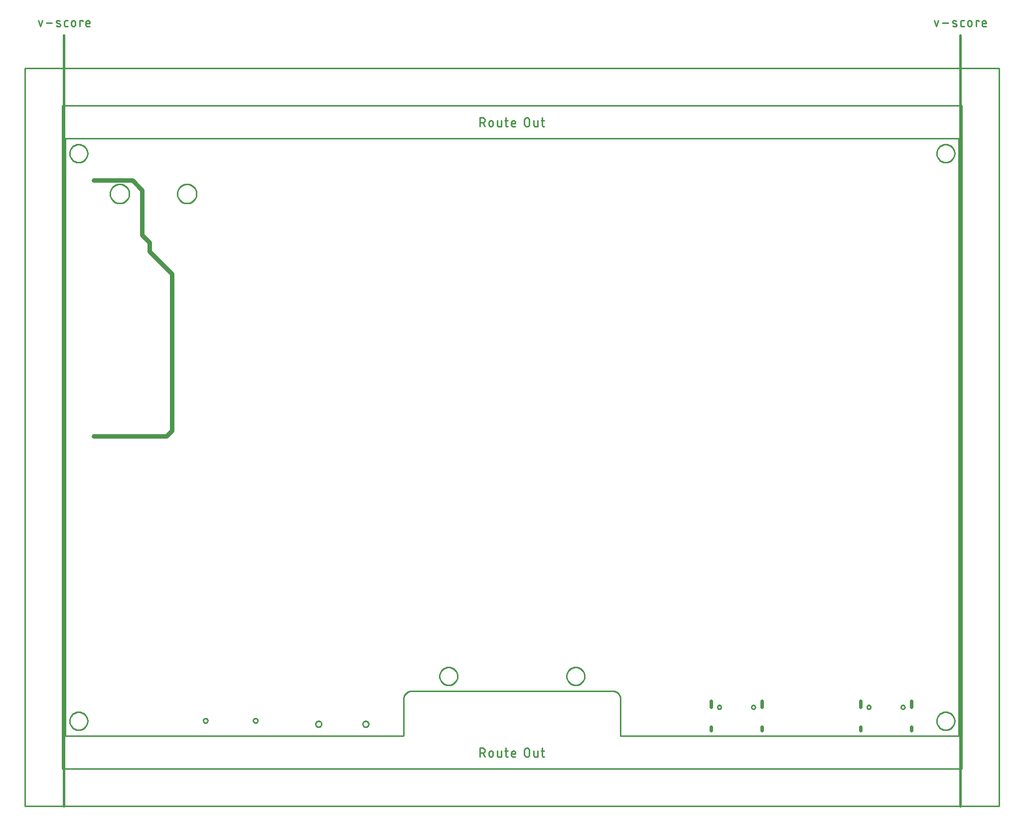
<source format=gko>
G04 EAGLE Gerber RS-274X export*
G75*
%MOMM*%
%FSLAX34Y34*%
%LPD*%
%IN*%
%IPPOS*%
%AMOC8*
5,1,8,0,0,1.08239X$1,22.5*%
G01*
%ADD10C,0.203200*%
%ADD11C,0.800000*%
%ADD12C,0.279400*%
%ADD13C,0.381000*%
%ADD14C,0.254000*%
%ADD15C,0.000000*%
%ADD16C,0.600000*%
%ADD17C,0.254000*%


D10*
X0Y0D02*
X574675Y0D01*
X574675Y63500D01*
X574679Y63807D01*
X574690Y64114D01*
X574708Y64420D01*
X574734Y64726D01*
X574768Y65031D01*
X574808Y65335D01*
X574856Y65638D01*
X574912Y65940D01*
X574974Y66240D01*
X575044Y66539D01*
X575121Y66836D01*
X575205Y67132D01*
X575297Y67425D01*
X575395Y67715D01*
X575500Y68003D01*
X575613Y68289D01*
X575732Y68572D01*
X575858Y68852D01*
X575990Y69129D01*
X576130Y69402D01*
X576276Y69672D01*
X576428Y69938D01*
X576587Y70201D01*
X576752Y70460D01*
X576923Y70714D01*
X577100Y70965D01*
X577284Y71211D01*
X577473Y71453D01*
X577668Y71689D01*
X577869Y71922D01*
X578075Y72149D01*
X578287Y72371D01*
X578504Y72588D01*
X578726Y72800D01*
X578953Y73006D01*
X579186Y73207D01*
X579422Y73402D01*
X579664Y73591D01*
X579910Y73775D01*
X580161Y73952D01*
X580415Y74123D01*
X580674Y74288D01*
X580937Y74447D01*
X581203Y74599D01*
X581473Y74745D01*
X581746Y74885D01*
X582023Y75017D01*
X582303Y75143D01*
X582586Y75262D01*
X582872Y75375D01*
X583160Y75480D01*
X583450Y75578D01*
X583743Y75670D01*
X584039Y75754D01*
X584336Y75831D01*
X584635Y75901D01*
X584935Y75963D01*
X585237Y76019D01*
X585540Y76067D01*
X585844Y76107D01*
X586149Y76141D01*
X586455Y76167D01*
X586761Y76185D01*
X587068Y76196D01*
X587375Y76200D01*
X930275Y76200D01*
X930582Y76196D01*
X930889Y76185D01*
X931195Y76167D01*
X931501Y76141D01*
X931806Y76107D01*
X932110Y76067D01*
X932413Y76019D01*
X932715Y75963D01*
X933015Y75901D01*
X933314Y75831D01*
X933611Y75754D01*
X933907Y75670D01*
X934200Y75578D01*
X934490Y75480D01*
X934778Y75375D01*
X935064Y75262D01*
X935347Y75143D01*
X935627Y75017D01*
X935904Y74885D01*
X936177Y74745D01*
X936447Y74599D01*
X936713Y74447D01*
X936976Y74288D01*
X937235Y74123D01*
X937489Y73952D01*
X937740Y73775D01*
X937986Y73591D01*
X938228Y73402D01*
X938464Y73207D01*
X938697Y73006D01*
X938924Y72800D01*
X939146Y72588D01*
X939363Y72371D01*
X939575Y72149D01*
X939781Y71922D01*
X939982Y71689D01*
X940177Y71453D01*
X940366Y71211D01*
X940550Y70965D01*
X940727Y70714D01*
X940898Y70460D01*
X941063Y70201D01*
X941222Y69938D01*
X941374Y69672D01*
X941520Y69402D01*
X941660Y69129D01*
X941792Y68852D01*
X941918Y68572D01*
X942037Y68289D01*
X942150Y68003D01*
X942255Y67715D01*
X942353Y67425D01*
X942445Y67132D01*
X942529Y66836D01*
X942606Y66539D01*
X942676Y66240D01*
X942738Y65940D01*
X942794Y65638D01*
X942842Y65335D01*
X942882Y65031D01*
X942916Y64726D01*
X942942Y64420D01*
X942960Y64114D01*
X942971Y63807D01*
X942975Y63500D01*
X942975Y0D01*
X1517650Y0D01*
X1517650Y1016000D01*
X0Y1016000D01*
X0Y0D01*
D11*
X47825Y945000D02*
X113825Y945000D01*
X130325Y928500D01*
X130325Y852000D01*
X142825Y839500D01*
X142825Y824000D01*
X180825Y786000D01*
X180825Y519000D01*
X171825Y510000D01*
X47825Y510000D01*
D12*
X704329Y-20447D02*
X704329Y-35433D01*
X704329Y-20447D02*
X708492Y-20447D01*
X708620Y-20449D01*
X708748Y-20455D01*
X708876Y-20465D01*
X709004Y-20479D01*
X709131Y-20496D01*
X709257Y-20518D01*
X709383Y-20543D01*
X709507Y-20573D01*
X709631Y-20606D01*
X709754Y-20643D01*
X709876Y-20684D01*
X709996Y-20728D01*
X710115Y-20776D01*
X710232Y-20828D01*
X710348Y-20883D01*
X710461Y-20942D01*
X710574Y-21005D01*
X710684Y-21071D01*
X710791Y-21140D01*
X710897Y-21212D01*
X711001Y-21288D01*
X711102Y-21367D01*
X711201Y-21449D01*
X711297Y-21534D01*
X711390Y-21621D01*
X711481Y-21712D01*
X711568Y-21805D01*
X711653Y-21901D01*
X711735Y-22000D01*
X711814Y-22101D01*
X711890Y-22205D01*
X711962Y-22311D01*
X712031Y-22418D01*
X712097Y-22529D01*
X712160Y-22641D01*
X712219Y-22754D01*
X712274Y-22870D01*
X712326Y-22987D01*
X712374Y-23106D01*
X712418Y-23226D01*
X712459Y-23348D01*
X712496Y-23471D01*
X712529Y-23595D01*
X712559Y-23719D01*
X712584Y-23845D01*
X712606Y-23971D01*
X712623Y-24098D01*
X712637Y-24226D01*
X712647Y-24354D01*
X712653Y-24482D01*
X712655Y-24610D01*
X712653Y-24738D01*
X712647Y-24866D01*
X712637Y-24994D01*
X712623Y-25122D01*
X712606Y-25249D01*
X712584Y-25375D01*
X712559Y-25501D01*
X712529Y-25625D01*
X712496Y-25749D01*
X712459Y-25872D01*
X712418Y-25994D01*
X712374Y-26114D01*
X712326Y-26233D01*
X712274Y-26350D01*
X712219Y-26466D01*
X712160Y-26579D01*
X712097Y-26692D01*
X712031Y-26802D01*
X711962Y-26909D01*
X711890Y-27015D01*
X711814Y-27119D01*
X711735Y-27220D01*
X711653Y-27319D01*
X711568Y-27415D01*
X711481Y-27508D01*
X711390Y-27599D01*
X711297Y-27686D01*
X711201Y-27771D01*
X711102Y-27853D01*
X711001Y-27932D01*
X710897Y-28008D01*
X710791Y-28080D01*
X710684Y-28149D01*
X710574Y-28215D01*
X710461Y-28278D01*
X710348Y-28337D01*
X710232Y-28392D01*
X710115Y-28444D01*
X709996Y-28492D01*
X709876Y-28536D01*
X709754Y-28577D01*
X709631Y-28614D01*
X709507Y-28647D01*
X709383Y-28677D01*
X709257Y-28702D01*
X709131Y-28724D01*
X709004Y-28741D01*
X708876Y-28755D01*
X708748Y-28765D01*
X708620Y-28771D01*
X708492Y-28773D01*
X704329Y-28773D01*
X709324Y-28773D02*
X712654Y-35433D01*
X719613Y-32103D02*
X719613Y-28773D01*
X719615Y-28659D01*
X719621Y-28546D01*
X719630Y-28432D01*
X719644Y-28320D01*
X719661Y-28207D01*
X719683Y-28095D01*
X719708Y-27985D01*
X719736Y-27875D01*
X719769Y-27766D01*
X719805Y-27658D01*
X719845Y-27551D01*
X719889Y-27446D01*
X719936Y-27343D01*
X719986Y-27241D01*
X720040Y-27141D01*
X720098Y-27043D01*
X720159Y-26947D01*
X720222Y-26853D01*
X720290Y-26761D01*
X720360Y-26671D01*
X720433Y-26585D01*
X720509Y-26500D01*
X720588Y-26418D01*
X720670Y-26339D01*
X720755Y-26263D01*
X720841Y-26190D01*
X720931Y-26120D01*
X721023Y-26052D01*
X721117Y-25989D01*
X721213Y-25928D01*
X721311Y-25870D01*
X721411Y-25816D01*
X721513Y-25766D01*
X721616Y-25719D01*
X721721Y-25675D01*
X721828Y-25635D01*
X721936Y-25599D01*
X722045Y-25566D01*
X722155Y-25538D01*
X722265Y-25513D01*
X722377Y-25491D01*
X722490Y-25474D01*
X722602Y-25460D01*
X722716Y-25451D01*
X722829Y-25445D01*
X722943Y-25443D01*
X723057Y-25445D01*
X723170Y-25451D01*
X723284Y-25460D01*
X723396Y-25474D01*
X723509Y-25491D01*
X723621Y-25513D01*
X723731Y-25538D01*
X723841Y-25566D01*
X723950Y-25599D01*
X724058Y-25635D01*
X724165Y-25675D01*
X724270Y-25719D01*
X724373Y-25766D01*
X724475Y-25816D01*
X724575Y-25870D01*
X724673Y-25928D01*
X724769Y-25989D01*
X724863Y-26052D01*
X724955Y-26120D01*
X725045Y-26190D01*
X725131Y-26263D01*
X725216Y-26339D01*
X725298Y-26418D01*
X725377Y-26500D01*
X725453Y-26585D01*
X725526Y-26671D01*
X725596Y-26761D01*
X725664Y-26853D01*
X725727Y-26947D01*
X725788Y-27043D01*
X725846Y-27141D01*
X725900Y-27241D01*
X725950Y-27343D01*
X725997Y-27446D01*
X726041Y-27551D01*
X726081Y-27658D01*
X726117Y-27766D01*
X726150Y-27875D01*
X726178Y-27985D01*
X726203Y-28095D01*
X726225Y-28207D01*
X726242Y-28320D01*
X726256Y-28432D01*
X726265Y-28546D01*
X726271Y-28659D01*
X726273Y-28773D01*
X726273Y-32103D01*
X726271Y-32217D01*
X726265Y-32330D01*
X726256Y-32444D01*
X726242Y-32556D01*
X726225Y-32669D01*
X726203Y-32781D01*
X726178Y-32891D01*
X726150Y-33001D01*
X726117Y-33110D01*
X726081Y-33218D01*
X726041Y-33325D01*
X725997Y-33430D01*
X725950Y-33533D01*
X725900Y-33635D01*
X725846Y-33735D01*
X725788Y-33833D01*
X725727Y-33929D01*
X725664Y-34023D01*
X725596Y-34115D01*
X725526Y-34205D01*
X725453Y-34291D01*
X725377Y-34376D01*
X725298Y-34458D01*
X725216Y-34537D01*
X725131Y-34613D01*
X725045Y-34686D01*
X724955Y-34756D01*
X724863Y-34824D01*
X724769Y-34887D01*
X724673Y-34948D01*
X724575Y-35006D01*
X724475Y-35060D01*
X724373Y-35110D01*
X724270Y-35157D01*
X724165Y-35201D01*
X724058Y-35241D01*
X723950Y-35277D01*
X723841Y-35310D01*
X723731Y-35338D01*
X723621Y-35363D01*
X723509Y-35385D01*
X723396Y-35402D01*
X723284Y-35416D01*
X723170Y-35425D01*
X723057Y-35431D01*
X722943Y-35433D01*
X722829Y-35431D01*
X722716Y-35425D01*
X722602Y-35416D01*
X722490Y-35402D01*
X722377Y-35385D01*
X722265Y-35363D01*
X722155Y-35338D01*
X722045Y-35310D01*
X721936Y-35277D01*
X721828Y-35241D01*
X721721Y-35201D01*
X721616Y-35157D01*
X721513Y-35110D01*
X721411Y-35060D01*
X721311Y-35006D01*
X721213Y-34948D01*
X721117Y-34887D01*
X721023Y-34824D01*
X720931Y-34756D01*
X720841Y-34686D01*
X720755Y-34613D01*
X720670Y-34537D01*
X720588Y-34458D01*
X720509Y-34376D01*
X720433Y-34291D01*
X720360Y-34205D01*
X720290Y-34115D01*
X720222Y-34023D01*
X720159Y-33929D01*
X720098Y-33833D01*
X720040Y-33735D01*
X719986Y-33635D01*
X719936Y-33533D01*
X719889Y-33430D01*
X719845Y-33325D01*
X719805Y-33218D01*
X719769Y-33110D01*
X719736Y-33001D01*
X719708Y-32891D01*
X719683Y-32781D01*
X719661Y-32669D01*
X719644Y-32556D01*
X719630Y-32444D01*
X719621Y-32330D01*
X719615Y-32217D01*
X719613Y-32103D01*
X733681Y-32935D02*
X733681Y-25442D01*
X733680Y-32935D02*
X733682Y-33033D01*
X733688Y-33131D01*
X733697Y-33229D01*
X733711Y-33326D01*
X733728Y-33422D01*
X733749Y-33518D01*
X733774Y-33613D01*
X733802Y-33707D01*
X733834Y-33800D01*
X733870Y-33891D01*
X733909Y-33981D01*
X733952Y-34069D01*
X733999Y-34156D01*
X734048Y-34240D01*
X734101Y-34323D01*
X734157Y-34403D01*
X734216Y-34482D01*
X734279Y-34557D01*
X734344Y-34631D01*
X734412Y-34701D01*
X734482Y-34769D01*
X734556Y-34835D01*
X734632Y-34897D01*
X734710Y-34956D01*
X734790Y-35012D01*
X734873Y-35065D01*
X734957Y-35115D01*
X735044Y-35161D01*
X735132Y-35204D01*
X735222Y-35243D01*
X735313Y-35279D01*
X735406Y-35311D01*
X735500Y-35339D01*
X735595Y-35364D01*
X735691Y-35385D01*
X735787Y-35402D01*
X735884Y-35416D01*
X735982Y-35425D01*
X736080Y-35431D01*
X736178Y-35433D01*
X740341Y-35433D01*
X740341Y-25442D01*
X746322Y-25442D02*
X751317Y-25442D01*
X747987Y-20447D02*
X747987Y-32935D01*
X747989Y-33033D01*
X747995Y-33131D01*
X748004Y-33229D01*
X748018Y-33326D01*
X748035Y-33422D01*
X748056Y-33518D01*
X748081Y-33613D01*
X748109Y-33707D01*
X748141Y-33800D01*
X748177Y-33891D01*
X748216Y-33981D01*
X748259Y-34069D01*
X748306Y-34156D01*
X748355Y-34240D01*
X748408Y-34323D01*
X748464Y-34403D01*
X748523Y-34482D01*
X748586Y-34557D01*
X748651Y-34631D01*
X748719Y-34701D01*
X748789Y-34769D01*
X748863Y-34835D01*
X748939Y-34897D01*
X749017Y-34956D01*
X749097Y-35012D01*
X749180Y-35065D01*
X749264Y-35115D01*
X749351Y-35161D01*
X749439Y-35204D01*
X749529Y-35243D01*
X749620Y-35279D01*
X749713Y-35311D01*
X749807Y-35339D01*
X749902Y-35364D01*
X749998Y-35385D01*
X750094Y-35402D01*
X750191Y-35416D01*
X750289Y-35425D01*
X750387Y-35431D01*
X750485Y-35433D01*
X751317Y-35433D01*
X760146Y-35433D02*
X764309Y-35433D01*
X760146Y-35433D02*
X760048Y-35431D01*
X759950Y-35425D01*
X759852Y-35416D01*
X759755Y-35402D01*
X759659Y-35385D01*
X759563Y-35364D01*
X759468Y-35339D01*
X759374Y-35311D01*
X759281Y-35279D01*
X759190Y-35243D01*
X759100Y-35204D01*
X759012Y-35161D01*
X758925Y-35114D01*
X758841Y-35065D01*
X758758Y-35012D01*
X758678Y-34956D01*
X758600Y-34897D01*
X758524Y-34835D01*
X758450Y-34769D01*
X758380Y-34701D01*
X758312Y-34631D01*
X758247Y-34557D01*
X758184Y-34482D01*
X758125Y-34403D01*
X758069Y-34323D01*
X758016Y-34240D01*
X757967Y-34156D01*
X757920Y-34069D01*
X757877Y-33981D01*
X757838Y-33891D01*
X757802Y-33800D01*
X757770Y-33707D01*
X757742Y-33613D01*
X757717Y-33518D01*
X757696Y-33422D01*
X757679Y-33326D01*
X757665Y-33229D01*
X757656Y-33131D01*
X757650Y-33033D01*
X757648Y-32935D01*
X757649Y-32935D02*
X757649Y-28773D01*
X757651Y-28659D01*
X757657Y-28546D01*
X757666Y-28432D01*
X757680Y-28320D01*
X757697Y-28207D01*
X757719Y-28095D01*
X757744Y-27985D01*
X757772Y-27875D01*
X757805Y-27766D01*
X757841Y-27658D01*
X757881Y-27551D01*
X757925Y-27446D01*
X757972Y-27343D01*
X758022Y-27241D01*
X758076Y-27141D01*
X758134Y-27043D01*
X758195Y-26947D01*
X758258Y-26853D01*
X758326Y-26761D01*
X758396Y-26671D01*
X758469Y-26585D01*
X758545Y-26500D01*
X758624Y-26418D01*
X758706Y-26339D01*
X758791Y-26263D01*
X758877Y-26190D01*
X758967Y-26120D01*
X759059Y-26052D01*
X759153Y-25989D01*
X759249Y-25928D01*
X759347Y-25870D01*
X759447Y-25816D01*
X759549Y-25766D01*
X759652Y-25719D01*
X759757Y-25675D01*
X759864Y-25635D01*
X759972Y-25599D01*
X760081Y-25566D01*
X760191Y-25538D01*
X760301Y-25513D01*
X760413Y-25491D01*
X760526Y-25474D01*
X760638Y-25460D01*
X760752Y-25451D01*
X760865Y-25445D01*
X760979Y-25443D01*
X761093Y-25445D01*
X761206Y-25451D01*
X761320Y-25460D01*
X761432Y-25474D01*
X761545Y-25491D01*
X761657Y-25513D01*
X761767Y-25538D01*
X761877Y-25566D01*
X761986Y-25599D01*
X762094Y-25635D01*
X762201Y-25675D01*
X762306Y-25719D01*
X762409Y-25766D01*
X762511Y-25816D01*
X762611Y-25870D01*
X762709Y-25928D01*
X762805Y-25989D01*
X762899Y-26052D01*
X762991Y-26120D01*
X763081Y-26190D01*
X763167Y-26263D01*
X763252Y-26339D01*
X763334Y-26418D01*
X763413Y-26500D01*
X763489Y-26585D01*
X763562Y-26671D01*
X763632Y-26761D01*
X763700Y-26853D01*
X763763Y-26947D01*
X763824Y-27043D01*
X763882Y-27141D01*
X763936Y-27241D01*
X763986Y-27343D01*
X764033Y-27446D01*
X764077Y-27551D01*
X764117Y-27658D01*
X764153Y-27766D01*
X764186Y-27875D01*
X764214Y-27985D01*
X764239Y-28095D01*
X764261Y-28207D01*
X764278Y-28320D01*
X764292Y-28432D01*
X764301Y-28546D01*
X764307Y-28659D01*
X764309Y-28773D01*
X764309Y-30438D01*
X757649Y-30438D01*
X779742Y-31270D02*
X779742Y-24610D01*
X779744Y-24482D01*
X779750Y-24354D01*
X779760Y-24226D01*
X779774Y-24098D01*
X779791Y-23971D01*
X779813Y-23845D01*
X779838Y-23719D01*
X779868Y-23595D01*
X779901Y-23471D01*
X779938Y-23348D01*
X779979Y-23226D01*
X780023Y-23106D01*
X780071Y-22987D01*
X780123Y-22870D01*
X780178Y-22754D01*
X780237Y-22641D01*
X780300Y-22528D01*
X780366Y-22418D01*
X780435Y-22311D01*
X780507Y-22205D01*
X780583Y-22101D01*
X780662Y-22000D01*
X780744Y-21901D01*
X780829Y-21805D01*
X780916Y-21712D01*
X781007Y-21621D01*
X781100Y-21534D01*
X781196Y-21449D01*
X781295Y-21367D01*
X781396Y-21288D01*
X781500Y-21212D01*
X781606Y-21140D01*
X781713Y-21071D01*
X781824Y-21005D01*
X781936Y-20942D01*
X782049Y-20883D01*
X782165Y-20828D01*
X782282Y-20776D01*
X782401Y-20728D01*
X782521Y-20684D01*
X782643Y-20643D01*
X782766Y-20606D01*
X782890Y-20573D01*
X783014Y-20543D01*
X783140Y-20518D01*
X783266Y-20496D01*
X783393Y-20479D01*
X783521Y-20465D01*
X783649Y-20455D01*
X783777Y-20449D01*
X783905Y-20447D01*
X784033Y-20449D01*
X784161Y-20455D01*
X784289Y-20465D01*
X784417Y-20479D01*
X784544Y-20496D01*
X784670Y-20518D01*
X784796Y-20543D01*
X784920Y-20573D01*
X785044Y-20606D01*
X785167Y-20643D01*
X785289Y-20684D01*
X785409Y-20728D01*
X785528Y-20776D01*
X785645Y-20828D01*
X785761Y-20883D01*
X785874Y-20942D01*
X785987Y-21005D01*
X786097Y-21071D01*
X786204Y-21140D01*
X786310Y-21212D01*
X786414Y-21288D01*
X786515Y-21367D01*
X786614Y-21449D01*
X786710Y-21534D01*
X786803Y-21621D01*
X786894Y-21712D01*
X786981Y-21805D01*
X787066Y-21901D01*
X787148Y-22000D01*
X787227Y-22101D01*
X787303Y-22205D01*
X787375Y-22311D01*
X787444Y-22418D01*
X787510Y-22529D01*
X787573Y-22641D01*
X787632Y-22754D01*
X787687Y-22870D01*
X787739Y-22987D01*
X787787Y-23106D01*
X787831Y-23226D01*
X787872Y-23348D01*
X787909Y-23471D01*
X787942Y-23595D01*
X787972Y-23719D01*
X787997Y-23845D01*
X788019Y-23971D01*
X788036Y-24098D01*
X788050Y-24226D01*
X788060Y-24354D01*
X788066Y-24482D01*
X788068Y-24610D01*
X788067Y-24610D02*
X788067Y-31270D01*
X788068Y-31270D02*
X788066Y-31398D01*
X788060Y-31526D01*
X788050Y-31654D01*
X788036Y-31782D01*
X788019Y-31909D01*
X787997Y-32035D01*
X787972Y-32161D01*
X787942Y-32285D01*
X787909Y-32409D01*
X787872Y-32532D01*
X787831Y-32654D01*
X787787Y-32774D01*
X787739Y-32893D01*
X787687Y-33010D01*
X787632Y-33126D01*
X787573Y-33239D01*
X787510Y-33352D01*
X787444Y-33462D01*
X787375Y-33569D01*
X787303Y-33675D01*
X787227Y-33779D01*
X787148Y-33880D01*
X787066Y-33979D01*
X786981Y-34075D01*
X786894Y-34168D01*
X786803Y-34259D01*
X786710Y-34346D01*
X786614Y-34431D01*
X786515Y-34513D01*
X786414Y-34592D01*
X786310Y-34668D01*
X786204Y-34740D01*
X786097Y-34809D01*
X785987Y-34875D01*
X785874Y-34938D01*
X785761Y-34997D01*
X785645Y-35052D01*
X785528Y-35104D01*
X785409Y-35152D01*
X785289Y-35196D01*
X785167Y-35237D01*
X785044Y-35274D01*
X784920Y-35307D01*
X784796Y-35337D01*
X784670Y-35362D01*
X784544Y-35384D01*
X784417Y-35401D01*
X784289Y-35415D01*
X784161Y-35425D01*
X784033Y-35431D01*
X783905Y-35433D01*
X783777Y-35431D01*
X783649Y-35425D01*
X783521Y-35415D01*
X783393Y-35401D01*
X783266Y-35384D01*
X783140Y-35362D01*
X783014Y-35337D01*
X782890Y-35307D01*
X782766Y-35274D01*
X782643Y-35237D01*
X782521Y-35196D01*
X782401Y-35152D01*
X782282Y-35104D01*
X782165Y-35052D01*
X782049Y-34997D01*
X781936Y-34938D01*
X781824Y-34875D01*
X781713Y-34809D01*
X781606Y-34740D01*
X781500Y-34668D01*
X781396Y-34592D01*
X781295Y-34513D01*
X781196Y-34431D01*
X781100Y-34346D01*
X781007Y-34259D01*
X780916Y-34168D01*
X780829Y-34075D01*
X780744Y-33979D01*
X780662Y-33880D01*
X780583Y-33779D01*
X780507Y-33675D01*
X780435Y-33569D01*
X780366Y-33462D01*
X780300Y-33351D01*
X780237Y-33239D01*
X780178Y-33126D01*
X780123Y-33010D01*
X780071Y-32893D01*
X780023Y-32774D01*
X779979Y-32654D01*
X779938Y-32532D01*
X779901Y-32409D01*
X779868Y-32285D01*
X779838Y-32161D01*
X779813Y-32035D01*
X779791Y-31909D01*
X779774Y-31782D01*
X779760Y-31654D01*
X779750Y-31526D01*
X779744Y-31398D01*
X779742Y-31270D01*
X795684Y-32935D02*
X795684Y-25442D01*
X795684Y-32935D02*
X795686Y-33033D01*
X795692Y-33131D01*
X795701Y-33229D01*
X795715Y-33326D01*
X795732Y-33422D01*
X795753Y-33518D01*
X795778Y-33613D01*
X795806Y-33707D01*
X795838Y-33800D01*
X795874Y-33891D01*
X795913Y-33981D01*
X795956Y-34069D01*
X796003Y-34156D01*
X796052Y-34240D01*
X796105Y-34323D01*
X796161Y-34403D01*
X796220Y-34482D01*
X796283Y-34557D01*
X796348Y-34631D01*
X796416Y-34701D01*
X796486Y-34769D01*
X796560Y-34835D01*
X796636Y-34897D01*
X796714Y-34956D01*
X796794Y-35012D01*
X796877Y-35065D01*
X796961Y-35115D01*
X797048Y-35161D01*
X797136Y-35204D01*
X797226Y-35243D01*
X797317Y-35279D01*
X797410Y-35311D01*
X797504Y-35339D01*
X797599Y-35364D01*
X797695Y-35385D01*
X797791Y-35402D01*
X797888Y-35416D01*
X797986Y-35425D01*
X798084Y-35431D01*
X798182Y-35433D01*
X802345Y-35433D01*
X802345Y-25442D01*
X808326Y-25442D02*
X813321Y-25442D01*
X809991Y-20447D02*
X809991Y-32935D01*
X809990Y-32935D02*
X809992Y-33033D01*
X809998Y-33131D01*
X810007Y-33229D01*
X810021Y-33326D01*
X810038Y-33422D01*
X810059Y-33518D01*
X810084Y-33613D01*
X810112Y-33707D01*
X810144Y-33800D01*
X810180Y-33891D01*
X810219Y-33981D01*
X810262Y-34069D01*
X810309Y-34156D01*
X810358Y-34240D01*
X810411Y-34323D01*
X810467Y-34403D01*
X810526Y-34482D01*
X810589Y-34557D01*
X810654Y-34631D01*
X810722Y-34701D01*
X810792Y-34769D01*
X810866Y-34835D01*
X810942Y-34897D01*
X811020Y-34956D01*
X811100Y-35012D01*
X811183Y-35065D01*
X811267Y-35115D01*
X811354Y-35161D01*
X811442Y-35204D01*
X811532Y-35243D01*
X811623Y-35279D01*
X811716Y-35311D01*
X811810Y-35339D01*
X811905Y-35364D01*
X812001Y-35385D01*
X812097Y-35402D01*
X812194Y-35416D01*
X812292Y-35425D01*
X812390Y-35431D01*
X812488Y-35433D01*
X812489Y-35433D02*
X813321Y-35433D01*
X704329Y1036447D02*
X704329Y1051433D01*
X708492Y1051433D01*
X708620Y1051431D01*
X708748Y1051425D01*
X708876Y1051415D01*
X709004Y1051401D01*
X709131Y1051384D01*
X709257Y1051362D01*
X709383Y1051337D01*
X709507Y1051307D01*
X709631Y1051274D01*
X709754Y1051237D01*
X709876Y1051196D01*
X709996Y1051152D01*
X710115Y1051104D01*
X710232Y1051052D01*
X710348Y1050997D01*
X710461Y1050938D01*
X710574Y1050875D01*
X710684Y1050809D01*
X710791Y1050740D01*
X710897Y1050668D01*
X711001Y1050592D01*
X711102Y1050513D01*
X711201Y1050431D01*
X711297Y1050346D01*
X711390Y1050259D01*
X711481Y1050168D01*
X711568Y1050075D01*
X711653Y1049979D01*
X711735Y1049880D01*
X711814Y1049779D01*
X711890Y1049675D01*
X711962Y1049569D01*
X712031Y1049462D01*
X712097Y1049352D01*
X712160Y1049239D01*
X712219Y1049126D01*
X712274Y1049010D01*
X712326Y1048893D01*
X712374Y1048774D01*
X712418Y1048654D01*
X712459Y1048532D01*
X712496Y1048409D01*
X712529Y1048285D01*
X712559Y1048161D01*
X712584Y1048035D01*
X712606Y1047909D01*
X712623Y1047782D01*
X712637Y1047654D01*
X712647Y1047526D01*
X712653Y1047398D01*
X712655Y1047270D01*
X712653Y1047142D01*
X712647Y1047014D01*
X712637Y1046886D01*
X712623Y1046758D01*
X712606Y1046631D01*
X712584Y1046505D01*
X712559Y1046379D01*
X712529Y1046255D01*
X712496Y1046131D01*
X712459Y1046008D01*
X712418Y1045886D01*
X712374Y1045766D01*
X712326Y1045647D01*
X712274Y1045530D01*
X712219Y1045414D01*
X712160Y1045301D01*
X712097Y1045189D01*
X712031Y1045078D01*
X711962Y1044971D01*
X711890Y1044865D01*
X711814Y1044761D01*
X711735Y1044660D01*
X711653Y1044561D01*
X711568Y1044465D01*
X711481Y1044372D01*
X711390Y1044281D01*
X711297Y1044194D01*
X711201Y1044109D01*
X711102Y1044027D01*
X711001Y1043948D01*
X710897Y1043872D01*
X710791Y1043800D01*
X710684Y1043731D01*
X710574Y1043665D01*
X710461Y1043602D01*
X710348Y1043543D01*
X710232Y1043488D01*
X710115Y1043436D01*
X709996Y1043388D01*
X709876Y1043344D01*
X709754Y1043303D01*
X709631Y1043266D01*
X709507Y1043233D01*
X709383Y1043203D01*
X709257Y1043178D01*
X709131Y1043156D01*
X709004Y1043139D01*
X708876Y1043125D01*
X708748Y1043115D01*
X708620Y1043109D01*
X708492Y1043107D01*
X704329Y1043107D01*
X709324Y1043107D02*
X712654Y1036447D01*
X719613Y1039777D02*
X719613Y1043107D01*
X719615Y1043221D01*
X719621Y1043334D01*
X719630Y1043448D01*
X719644Y1043560D01*
X719661Y1043673D01*
X719683Y1043785D01*
X719708Y1043895D01*
X719736Y1044005D01*
X719769Y1044114D01*
X719805Y1044222D01*
X719845Y1044329D01*
X719889Y1044434D01*
X719936Y1044537D01*
X719986Y1044639D01*
X720040Y1044739D01*
X720098Y1044837D01*
X720159Y1044933D01*
X720222Y1045027D01*
X720290Y1045119D01*
X720360Y1045209D01*
X720433Y1045295D01*
X720509Y1045380D01*
X720588Y1045462D01*
X720670Y1045541D01*
X720755Y1045617D01*
X720841Y1045690D01*
X720931Y1045760D01*
X721023Y1045828D01*
X721117Y1045891D01*
X721213Y1045952D01*
X721311Y1046010D01*
X721411Y1046064D01*
X721513Y1046114D01*
X721616Y1046161D01*
X721721Y1046205D01*
X721828Y1046245D01*
X721936Y1046281D01*
X722045Y1046314D01*
X722155Y1046342D01*
X722265Y1046367D01*
X722377Y1046389D01*
X722490Y1046406D01*
X722602Y1046420D01*
X722716Y1046429D01*
X722829Y1046435D01*
X722943Y1046437D01*
X723057Y1046435D01*
X723170Y1046429D01*
X723284Y1046420D01*
X723396Y1046406D01*
X723509Y1046389D01*
X723621Y1046367D01*
X723731Y1046342D01*
X723841Y1046314D01*
X723950Y1046281D01*
X724058Y1046245D01*
X724165Y1046205D01*
X724270Y1046161D01*
X724373Y1046114D01*
X724475Y1046064D01*
X724575Y1046010D01*
X724673Y1045952D01*
X724769Y1045891D01*
X724863Y1045828D01*
X724955Y1045760D01*
X725045Y1045690D01*
X725131Y1045617D01*
X725216Y1045541D01*
X725298Y1045462D01*
X725377Y1045380D01*
X725453Y1045295D01*
X725526Y1045209D01*
X725596Y1045119D01*
X725664Y1045027D01*
X725727Y1044933D01*
X725788Y1044837D01*
X725846Y1044739D01*
X725900Y1044639D01*
X725950Y1044537D01*
X725997Y1044434D01*
X726041Y1044329D01*
X726081Y1044222D01*
X726117Y1044114D01*
X726150Y1044005D01*
X726178Y1043895D01*
X726203Y1043785D01*
X726225Y1043673D01*
X726242Y1043560D01*
X726256Y1043448D01*
X726265Y1043334D01*
X726271Y1043221D01*
X726273Y1043107D01*
X726273Y1039777D01*
X726271Y1039663D01*
X726265Y1039550D01*
X726256Y1039436D01*
X726242Y1039324D01*
X726225Y1039211D01*
X726203Y1039099D01*
X726178Y1038989D01*
X726150Y1038879D01*
X726117Y1038770D01*
X726081Y1038662D01*
X726041Y1038555D01*
X725997Y1038450D01*
X725950Y1038347D01*
X725900Y1038245D01*
X725846Y1038145D01*
X725788Y1038047D01*
X725727Y1037951D01*
X725664Y1037857D01*
X725596Y1037765D01*
X725526Y1037675D01*
X725453Y1037589D01*
X725377Y1037504D01*
X725298Y1037422D01*
X725216Y1037343D01*
X725131Y1037267D01*
X725045Y1037194D01*
X724955Y1037124D01*
X724863Y1037056D01*
X724769Y1036993D01*
X724673Y1036932D01*
X724575Y1036874D01*
X724475Y1036820D01*
X724373Y1036770D01*
X724270Y1036723D01*
X724165Y1036679D01*
X724058Y1036639D01*
X723950Y1036603D01*
X723841Y1036570D01*
X723731Y1036542D01*
X723621Y1036517D01*
X723509Y1036495D01*
X723396Y1036478D01*
X723284Y1036464D01*
X723170Y1036455D01*
X723057Y1036449D01*
X722943Y1036447D01*
X722829Y1036449D01*
X722716Y1036455D01*
X722602Y1036464D01*
X722490Y1036478D01*
X722377Y1036495D01*
X722265Y1036517D01*
X722155Y1036542D01*
X722045Y1036570D01*
X721936Y1036603D01*
X721828Y1036639D01*
X721721Y1036679D01*
X721616Y1036723D01*
X721513Y1036770D01*
X721411Y1036820D01*
X721311Y1036874D01*
X721213Y1036932D01*
X721117Y1036993D01*
X721023Y1037056D01*
X720931Y1037124D01*
X720841Y1037194D01*
X720755Y1037267D01*
X720670Y1037343D01*
X720588Y1037422D01*
X720509Y1037504D01*
X720433Y1037589D01*
X720360Y1037675D01*
X720290Y1037765D01*
X720222Y1037857D01*
X720159Y1037951D01*
X720098Y1038047D01*
X720040Y1038145D01*
X719986Y1038245D01*
X719936Y1038347D01*
X719889Y1038450D01*
X719845Y1038555D01*
X719805Y1038662D01*
X719769Y1038770D01*
X719736Y1038879D01*
X719708Y1038989D01*
X719683Y1039099D01*
X719661Y1039211D01*
X719644Y1039324D01*
X719630Y1039436D01*
X719621Y1039550D01*
X719615Y1039663D01*
X719613Y1039777D01*
X733681Y1038945D02*
X733681Y1046438D01*
X733680Y1038945D02*
X733682Y1038847D01*
X733688Y1038749D01*
X733697Y1038651D01*
X733711Y1038554D01*
X733728Y1038458D01*
X733749Y1038362D01*
X733774Y1038267D01*
X733802Y1038173D01*
X733834Y1038080D01*
X733870Y1037989D01*
X733909Y1037899D01*
X733952Y1037811D01*
X733999Y1037724D01*
X734048Y1037640D01*
X734101Y1037557D01*
X734157Y1037477D01*
X734216Y1037399D01*
X734279Y1037323D01*
X734344Y1037249D01*
X734412Y1037179D01*
X734482Y1037111D01*
X734556Y1037046D01*
X734632Y1036983D01*
X734710Y1036924D01*
X734790Y1036868D01*
X734873Y1036815D01*
X734957Y1036766D01*
X735044Y1036719D01*
X735132Y1036676D01*
X735222Y1036637D01*
X735313Y1036601D01*
X735406Y1036569D01*
X735500Y1036541D01*
X735595Y1036516D01*
X735691Y1036495D01*
X735787Y1036478D01*
X735884Y1036464D01*
X735982Y1036455D01*
X736080Y1036449D01*
X736178Y1036447D01*
X740341Y1036447D01*
X740341Y1046438D01*
X746322Y1046438D02*
X751317Y1046438D01*
X747987Y1051433D02*
X747987Y1038945D01*
X747989Y1038847D01*
X747995Y1038749D01*
X748004Y1038651D01*
X748018Y1038554D01*
X748035Y1038458D01*
X748056Y1038362D01*
X748081Y1038267D01*
X748109Y1038173D01*
X748141Y1038080D01*
X748177Y1037989D01*
X748216Y1037899D01*
X748259Y1037811D01*
X748306Y1037724D01*
X748355Y1037640D01*
X748408Y1037557D01*
X748464Y1037477D01*
X748523Y1037399D01*
X748586Y1037323D01*
X748651Y1037249D01*
X748719Y1037179D01*
X748789Y1037111D01*
X748863Y1037046D01*
X748939Y1036983D01*
X749017Y1036924D01*
X749097Y1036868D01*
X749180Y1036815D01*
X749264Y1036766D01*
X749351Y1036719D01*
X749439Y1036676D01*
X749529Y1036637D01*
X749620Y1036601D01*
X749713Y1036569D01*
X749807Y1036541D01*
X749902Y1036516D01*
X749998Y1036495D01*
X750094Y1036478D01*
X750191Y1036464D01*
X750289Y1036455D01*
X750387Y1036449D01*
X750485Y1036447D01*
X751317Y1036447D01*
X760146Y1036447D02*
X764309Y1036447D01*
X760146Y1036447D02*
X760048Y1036449D01*
X759950Y1036455D01*
X759852Y1036464D01*
X759755Y1036478D01*
X759659Y1036495D01*
X759563Y1036516D01*
X759468Y1036541D01*
X759374Y1036569D01*
X759281Y1036601D01*
X759190Y1036637D01*
X759100Y1036676D01*
X759012Y1036719D01*
X758925Y1036766D01*
X758841Y1036815D01*
X758758Y1036868D01*
X758678Y1036924D01*
X758600Y1036983D01*
X758524Y1037046D01*
X758450Y1037111D01*
X758380Y1037179D01*
X758312Y1037249D01*
X758247Y1037323D01*
X758184Y1037399D01*
X758125Y1037477D01*
X758069Y1037557D01*
X758016Y1037640D01*
X757967Y1037724D01*
X757920Y1037811D01*
X757877Y1037899D01*
X757838Y1037989D01*
X757802Y1038080D01*
X757770Y1038173D01*
X757742Y1038267D01*
X757717Y1038362D01*
X757696Y1038458D01*
X757679Y1038554D01*
X757665Y1038651D01*
X757656Y1038749D01*
X757650Y1038847D01*
X757648Y1038945D01*
X757649Y1038945D02*
X757649Y1043107D01*
X757651Y1043221D01*
X757657Y1043334D01*
X757666Y1043448D01*
X757680Y1043560D01*
X757697Y1043673D01*
X757719Y1043785D01*
X757744Y1043895D01*
X757772Y1044005D01*
X757805Y1044114D01*
X757841Y1044222D01*
X757881Y1044329D01*
X757925Y1044434D01*
X757972Y1044537D01*
X758022Y1044639D01*
X758076Y1044739D01*
X758134Y1044837D01*
X758195Y1044933D01*
X758258Y1045027D01*
X758326Y1045119D01*
X758396Y1045209D01*
X758469Y1045295D01*
X758545Y1045380D01*
X758624Y1045462D01*
X758706Y1045541D01*
X758791Y1045617D01*
X758877Y1045690D01*
X758967Y1045760D01*
X759059Y1045828D01*
X759153Y1045891D01*
X759249Y1045952D01*
X759347Y1046010D01*
X759447Y1046064D01*
X759549Y1046114D01*
X759652Y1046161D01*
X759757Y1046205D01*
X759864Y1046245D01*
X759972Y1046281D01*
X760081Y1046314D01*
X760191Y1046342D01*
X760301Y1046367D01*
X760413Y1046389D01*
X760526Y1046406D01*
X760638Y1046420D01*
X760752Y1046429D01*
X760865Y1046435D01*
X760979Y1046437D01*
X761093Y1046435D01*
X761206Y1046429D01*
X761320Y1046420D01*
X761432Y1046406D01*
X761545Y1046389D01*
X761657Y1046367D01*
X761767Y1046342D01*
X761877Y1046314D01*
X761986Y1046281D01*
X762094Y1046245D01*
X762201Y1046205D01*
X762306Y1046161D01*
X762409Y1046114D01*
X762511Y1046064D01*
X762611Y1046010D01*
X762709Y1045952D01*
X762805Y1045891D01*
X762899Y1045828D01*
X762991Y1045760D01*
X763081Y1045690D01*
X763167Y1045617D01*
X763252Y1045541D01*
X763334Y1045462D01*
X763413Y1045380D01*
X763489Y1045295D01*
X763562Y1045209D01*
X763632Y1045119D01*
X763700Y1045027D01*
X763763Y1044933D01*
X763824Y1044837D01*
X763882Y1044739D01*
X763936Y1044639D01*
X763986Y1044537D01*
X764033Y1044434D01*
X764077Y1044329D01*
X764117Y1044222D01*
X764153Y1044114D01*
X764186Y1044005D01*
X764214Y1043895D01*
X764239Y1043785D01*
X764261Y1043673D01*
X764278Y1043560D01*
X764292Y1043448D01*
X764301Y1043334D01*
X764307Y1043221D01*
X764309Y1043107D01*
X764309Y1041442D01*
X757649Y1041442D01*
X779742Y1040610D02*
X779742Y1047270D01*
X779744Y1047398D01*
X779750Y1047526D01*
X779760Y1047654D01*
X779774Y1047782D01*
X779791Y1047909D01*
X779813Y1048035D01*
X779838Y1048161D01*
X779868Y1048285D01*
X779901Y1048409D01*
X779938Y1048532D01*
X779979Y1048654D01*
X780023Y1048774D01*
X780071Y1048893D01*
X780123Y1049010D01*
X780178Y1049126D01*
X780237Y1049239D01*
X780300Y1049352D01*
X780366Y1049462D01*
X780435Y1049569D01*
X780507Y1049675D01*
X780583Y1049779D01*
X780662Y1049880D01*
X780744Y1049979D01*
X780829Y1050075D01*
X780916Y1050168D01*
X781007Y1050259D01*
X781100Y1050346D01*
X781196Y1050431D01*
X781295Y1050513D01*
X781396Y1050592D01*
X781500Y1050668D01*
X781606Y1050740D01*
X781713Y1050809D01*
X781824Y1050875D01*
X781936Y1050938D01*
X782049Y1050997D01*
X782165Y1051052D01*
X782282Y1051104D01*
X782401Y1051152D01*
X782521Y1051196D01*
X782643Y1051237D01*
X782766Y1051274D01*
X782890Y1051307D01*
X783014Y1051337D01*
X783140Y1051362D01*
X783266Y1051384D01*
X783393Y1051401D01*
X783521Y1051415D01*
X783649Y1051425D01*
X783777Y1051431D01*
X783905Y1051433D01*
X784033Y1051431D01*
X784161Y1051425D01*
X784289Y1051415D01*
X784417Y1051401D01*
X784544Y1051384D01*
X784670Y1051362D01*
X784796Y1051337D01*
X784920Y1051307D01*
X785044Y1051274D01*
X785167Y1051237D01*
X785289Y1051196D01*
X785409Y1051152D01*
X785528Y1051104D01*
X785645Y1051052D01*
X785761Y1050997D01*
X785874Y1050938D01*
X785987Y1050875D01*
X786097Y1050809D01*
X786204Y1050740D01*
X786310Y1050668D01*
X786414Y1050592D01*
X786515Y1050513D01*
X786614Y1050431D01*
X786710Y1050346D01*
X786803Y1050259D01*
X786894Y1050168D01*
X786981Y1050075D01*
X787066Y1049979D01*
X787148Y1049880D01*
X787227Y1049779D01*
X787303Y1049675D01*
X787375Y1049569D01*
X787444Y1049462D01*
X787510Y1049352D01*
X787573Y1049239D01*
X787632Y1049126D01*
X787687Y1049010D01*
X787739Y1048893D01*
X787787Y1048774D01*
X787831Y1048654D01*
X787872Y1048532D01*
X787909Y1048409D01*
X787942Y1048285D01*
X787972Y1048161D01*
X787997Y1048035D01*
X788019Y1047909D01*
X788036Y1047782D01*
X788050Y1047654D01*
X788060Y1047526D01*
X788066Y1047398D01*
X788068Y1047270D01*
X788067Y1047270D02*
X788067Y1040610D01*
X788068Y1040610D02*
X788066Y1040482D01*
X788060Y1040354D01*
X788050Y1040226D01*
X788036Y1040098D01*
X788019Y1039971D01*
X787997Y1039845D01*
X787972Y1039719D01*
X787942Y1039595D01*
X787909Y1039471D01*
X787872Y1039348D01*
X787831Y1039226D01*
X787787Y1039106D01*
X787739Y1038987D01*
X787687Y1038870D01*
X787632Y1038754D01*
X787573Y1038641D01*
X787510Y1038529D01*
X787444Y1038418D01*
X787375Y1038311D01*
X787303Y1038205D01*
X787227Y1038101D01*
X787148Y1038000D01*
X787066Y1037901D01*
X786981Y1037805D01*
X786894Y1037712D01*
X786803Y1037621D01*
X786710Y1037534D01*
X786614Y1037449D01*
X786515Y1037367D01*
X786414Y1037288D01*
X786310Y1037212D01*
X786204Y1037140D01*
X786097Y1037071D01*
X785987Y1037005D01*
X785874Y1036942D01*
X785761Y1036883D01*
X785645Y1036828D01*
X785528Y1036776D01*
X785409Y1036728D01*
X785289Y1036684D01*
X785167Y1036643D01*
X785044Y1036606D01*
X784920Y1036573D01*
X784796Y1036543D01*
X784670Y1036518D01*
X784544Y1036496D01*
X784417Y1036479D01*
X784289Y1036465D01*
X784161Y1036455D01*
X784033Y1036449D01*
X783905Y1036447D01*
X783777Y1036449D01*
X783649Y1036455D01*
X783521Y1036465D01*
X783393Y1036479D01*
X783266Y1036496D01*
X783140Y1036518D01*
X783014Y1036543D01*
X782890Y1036573D01*
X782766Y1036606D01*
X782643Y1036643D01*
X782521Y1036684D01*
X782401Y1036728D01*
X782282Y1036776D01*
X782165Y1036828D01*
X782049Y1036883D01*
X781936Y1036942D01*
X781824Y1037005D01*
X781713Y1037071D01*
X781606Y1037140D01*
X781500Y1037212D01*
X781396Y1037288D01*
X781295Y1037367D01*
X781196Y1037449D01*
X781100Y1037534D01*
X781007Y1037621D01*
X780916Y1037712D01*
X780829Y1037805D01*
X780744Y1037901D01*
X780662Y1038000D01*
X780583Y1038101D01*
X780507Y1038205D01*
X780435Y1038311D01*
X780366Y1038418D01*
X780300Y1038529D01*
X780237Y1038641D01*
X780178Y1038754D01*
X780123Y1038870D01*
X780071Y1038987D01*
X780023Y1039106D01*
X779979Y1039226D01*
X779938Y1039348D01*
X779901Y1039471D01*
X779868Y1039595D01*
X779838Y1039719D01*
X779813Y1039845D01*
X779791Y1039971D01*
X779774Y1040098D01*
X779760Y1040226D01*
X779750Y1040354D01*
X779744Y1040482D01*
X779742Y1040610D01*
X795684Y1038945D02*
X795684Y1046438D01*
X795684Y1038945D02*
X795686Y1038847D01*
X795692Y1038749D01*
X795701Y1038651D01*
X795715Y1038554D01*
X795732Y1038458D01*
X795753Y1038362D01*
X795778Y1038267D01*
X795806Y1038173D01*
X795838Y1038080D01*
X795874Y1037989D01*
X795913Y1037899D01*
X795956Y1037811D01*
X796003Y1037724D01*
X796052Y1037640D01*
X796105Y1037557D01*
X796161Y1037477D01*
X796220Y1037399D01*
X796283Y1037323D01*
X796348Y1037249D01*
X796416Y1037179D01*
X796486Y1037111D01*
X796560Y1037046D01*
X796636Y1036983D01*
X796714Y1036924D01*
X796794Y1036868D01*
X796877Y1036815D01*
X796961Y1036766D01*
X797048Y1036719D01*
X797136Y1036676D01*
X797226Y1036637D01*
X797317Y1036601D01*
X797410Y1036569D01*
X797504Y1036541D01*
X797599Y1036516D01*
X797695Y1036495D01*
X797791Y1036478D01*
X797888Y1036464D01*
X797986Y1036455D01*
X798084Y1036449D01*
X798182Y1036447D01*
X802345Y1036447D01*
X802345Y1046438D01*
X808326Y1046438D02*
X813321Y1046438D01*
X809991Y1051433D02*
X809991Y1038945D01*
X809993Y1038847D01*
X809999Y1038749D01*
X810008Y1038651D01*
X810022Y1038554D01*
X810039Y1038458D01*
X810060Y1038362D01*
X810085Y1038267D01*
X810113Y1038173D01*
X810145Y1038080D01*
X810181Y1037989D01*
X810220Y1037899D01*
X810263Y1037811D01*
X810310Y1037724D01*
X810359Y1037640D01*
X810412Y1037557D01*
X810468Y1037477D01*
X810527Y1037399D01*
X810590Y1037323D01*
X810655Y1037249D01*
X810723Y1037179D01*
X810793Y1037111D01*
X810867Y1037046D01*
X810943Y1036983D01*
X811021Y1036924D01*
X811101Y1036868D01*
X811184Y1036815D01*
X811268Y1036766D01*
X811355Y1036719D01*
X811443Y1036676D01*
X811533Y1036637D01*
X811624Y1036601D01*
X811717Y1036569D01*
X811811Y1036541D01*
X811906Y1036516D01*
X812002Y1036495D01*
X812098Y1036478D01*
X812195Y1036464D01*
X812293Y1036455D01*
X812391Y1036449D01*
X812489Y1036447D01*
X813321Y1036447D01*
D13*
X-2540Y1191260D02*
X-2540Y-119380D01*
D12*
X-42921Y1206627D02*
X-46251Y1216618D01*
X-39590Y1216618D02*
X-42921Y1206627D01*
X-32806Y1212455D02*
X-22815Y1212455D01*
X-14261Y1212455D02*
X-10098Y1210790D01*
X-14261Y1212454D02*
X-14346Y1212490D01*
X-14429Y1212530D01*
X-14510Y1212573D01*
X-14590Y1212620D01*
X-14667Y1212670D01*
X-14743Y1212723D01*
X-14816Y1212779D01*
X-14886Y1212839D01*
X-14954Y1212901D01*
X-15019Y1212966D01*
X-15081Y1213034D01*
X-15141Y1213105D01*
X-15197Y1213178D01*
X-15250Y1213253D01*
X-15300Y1213331D01*
X-15346Y1213410D01*
X-15389Y1213492D01*
X-15429Y1213575D01*
X-15465Y1213660D01*
X-15497Y1213746D01*
X-15526Y1213834D01*
X-15550Y1213923D01*
X-15571Y1214013D01*
X-15588Y1214103D01*
X-15602Y1214194D01*
X-15611Y1214286D01*
X-15616Y1214378D01*
X-15618Y1214470D01*
X-15616Y1214562D01*
X-15609Y1214654D01*
X-15599Y1214746D01*
X-15585Y1214837D01*
X-15567Y1214928D01*
X-15545Y1215017D01*
X-15519Y1215106D01*
X-15489Y1215193D01*
X-15456Y1215279D01*
X-15419Y1215363D01*
X-15379Y1215446D01*
X-15335Y1215527D01*
X-15288Y1215606D01*
X-15237Y1215683D01*
X-15183Y1215758D01*
X-15126Y1215831D01*
X-15066Y1215901D01*
X-15003Y1215968D01*
X-14937Y1216032D01*
X-14869Y1216094D01*
X-14798Y1216153D01*
X-14724Y1216208D01*
X-14648Y1216261D01*
X-14570Y1216310D01*
X-14490Y1216356D01*
X-14409Y1216398D01*
X-14325Y1216437D01*
X-14240Y1216472D01*
X-14153Y1216503D01*
X-14065Y1216531D01*
X-13976Y1216555D01*
X-13886Y1216575D01*
X-13796Y1216592D01*
X-13704Y1216604D01*
X-13612Y1216613D01*
X-13520Y1216617D01*
X-13428Y1216618D01*
X-13201Y1216612D01*
X-12974Y1216601D01*
X-12747Y1216584D01*
X-12521Y1216561D01*
X-12295Y1216534D01*
X-12070Y1216500D01*
X-11846Y1216462D01*
X-11623Y1216418D01*
X-11401Y1216369D01*
X-11180Y1216314D01*
X-10961Y1216254D01*
X-10743Y1216189D01*
X-10527Y1216118D01*
X-10313Y1216043D01*
X-10100Y1215962D01*
X-9890Y1215876D01*
X-9681Y1215785D01*
X-10098Y1210790D02*
X-10013Y1210754D01*
X-9930Y1210714D01*
X-9849Y1210671D01*
X-9769Y1210624D01*
X-9692Y1210574D01*
X-9616Y1210521D01*
X-9543Y1210465D01*
X-9473Y1210405D01*
X-9405Y1210343D01*
X-9340Y1210278D01*
X-9278Y1210210D01*
X-9218Y1210139D01*
X-9162Y1210066D01*
X-9109Y1209991D01*
X-9059Y1209913D01*
X-9013Y1209834D01*
X-8970Y1209752D01*
X-8930Y1209669D01*
X-8894Y1209584D01*
X-8862Y1209498D01*
X-8833Y1209410D01*
X-8809Y1209321D01*
X-8788Y1209231D01*
X-8771Y1209141D01*
X-8757Y1209050D01*
X-8748Y1208958D01*
X-8743Y1208866D01*
X-8741Y1208774D01*
X-8743Y1208682D01*
X-8750Y1208590D01*
X-8760Y1208498D01*
X-8774Y1208407D01*
X-8792Y1208316D01*
X-8814Y1208227D01*
X-8840Y1208138D01*
X-8870Y1208051D01*
X-8903Y1207965D01*
X-8940Y1207881D01*
X-8980Y1207798D01*
X-9024Y1207717D01*
X-9071Y1207638D01*
X-9122Y1207561D01*
X-9176Y1207486D01*
X-9233Y1207413D01*
X-9293Y1207343D01*
X-9356Y1207276D01*
X-9422Y1207212D01*
X-9490Y1207150D01*
X-9561Y1207091D01*
X-9635Y1207036D01*
X-9711Y1206983D01*
X-9789Y1206934D01*
X-9869Y1206888D01*
X-9950Y1206846D01*
X-10034Y1206807D01*
X-10119Y1206772D01*
X-10206Y1206741D01*
X-10294Y1206713D01*
X-10383Y1206689D01*
X-10473Y1206669D01*
X-10563Y1206652D01*
X-10655Y1206640D01*
X-10747Y1206631D01*
X-10839Y1206627D01*
X-10931Y1206626D01*
X-10931Y1206627D02*
X-11265Y1206636D01*
X-11598Y1206653D01*
X-11931Y1206677D01*
X-12264Y1206710D01*
X-12595Y1206750D01*
X-12926Y1206798D01*
X-13255Y1206854D01*
X-13583Y1206917D01*
X-13909Y1206989D01*
X-14233Y1207068D01*
X-14556Y1207154D01*
X-14876Y1207249D01*
X-15194Y1207351D01*
X-15510Y1207460D01*
X562Y1206627D02*
X3892Y1206627D01*
X562Y1206627D02*
X464Y1206629D01*
X366Y1206635D01*
X268Y1206644D01*
X171Y1206658D01*
X75Y1206675D01*
X-21Y1206696D01*
X-116Y1206721D01*
X-210Y1206749D01*
X-303Y1206781D01*
X-394Y1206817D01*
X-484Y1206856D01*
X-572Y1206899D01*
X-659Y1206946D01*
X-743Y1206995D01*
X-826Y1207048D01*
X-906Y1207104D01*
X-985Y1207163D01*
X-1060Y1207226D01*
X-1134Y1207291D01*
X-1204Y1207359D01*
X-1272Y1207429D01*
X-1338Y1207503D01*
X-1400Y1207579D01*
X-1459Y1207657D01*
X-1515Y1207737D01*
X-1568Y1207820D01*
X-1618Y1207904D01*
X-1664Y1207991D01*
X-1707Y1208079D01*
X-1746Y1208169D01*
X-1782Y1208260D01*
X-1814Y1208353D01*
X-1842Y1208447D01*
X-1867Y1208542D01*
X-1888Y1208638D01*
X-1905Y1208734D01*
X-1919Y1208831D01*
X-1928Y1208929D01*
X-1934Y1209027D01*
X-1936Y1209125D01*
X-1936Y1214120D01*
X-1934Y1214218D01*
X-1928Y1214316D01*
X-1919Y1214414D01*
X-1905Y1214511D01*
X-1888Y1214607D01*
X-1867Y1214703D01*
X-1842Y1214798D01*
X-1814Y1214892D01*
X-1782Y1214985D01*
X-1746Y1215076D01*
X-1707Y1215166D01*
X-1664Y1215254D01*
X-1617Y1215341D01*
X-1568Y1215425D01*
X-1515Y1215508D01*
X-1459Y1215588D01*
X-1400Y1215666D01*
X-1337Y1215742D01*
X-1272Y1215816D01*
X-1204Y1215886D01*
X-1134Y1215954D01*
X-1060Y1216019D01*
X-984Y1216082D01*
X-906Y1216141D01*
X-826Y1216197D01*
X-743Y1216250D01*
X-659Y1216299D01*
X-572Y1216346D01*
X-484Y1216389D01*
X-394Y1216428D01*
X-303Y1216464D01*
X-210Y1216496D01*
X-116Y1216524D01*
X-21Y1216549D01*
X75Y1216570D01*
X171Y1216587D01*
X268Y1216601D01*
X366Y1216610D01*
X464Y1216616D01*
X562Y1216618D01*
X3892Y1216618D01*
X10022Y1213287D02*
X10022Y1209957D01*
X10022Y1213287D02*
X10024Y1213401D01*
X10030Y1213514D01*
X10039Y1213628D01*
X10053Y1213740D01*
X10070Y1213853D01*
X10092Y1213965D01*
X10117Y1214075D01*
X10145Y1214185D01*
X10178Y1214294D01*
X10214Y1214402D01*
X10254Y1214509D01*
X10298Y1214614D01*
X10345Y1214717D01*
X10395Y1214819D01*
X10449Y1214919D01*
X10507Y1215017D01*
X10568Y1215113D01*
X10631Y1215207D01*
X10699Y1215299D01*
X10769Y1215389D01*
X10842Y1215475D01*
X10918Y1215560D01*
X10997Y1215642D01*
X11079Y1215721D01*
X11164Y1215797D01*
X11250Y1215870D01*
X11340Y1215940D01*
X11432Y1216008D01*
X11526Y1216071D01*
X11622Y1216132D01*
X11720Y1216190D01*
X11820Y1216244D01*
X11922Y1216294D01*
X12025Y1216341D01*
X12130Y1216385D01*
X12237Y1216425D01*
X12345Y1216461D01*
X12454Y1216494D01*
X12564Y1216522D01*
X12674Y1216547D01*
X12786Y1216569D01*
X12899Y1216586D01*
X13011Y1216600D01*
X13125Y1216609D01*
X13238Y1216615D01*
X13352Y1216617D01*
X13466Y1216615D01*
X13579Y1216609D01*
X13693Y1216600D01*
X13805Y1216586D01*
X13918Y1216569D01*
X14030Y1216547D01*
X14140Y1216522D01*
X14250Y1216494D01*
X14359Y1216461D01*
X14467Y1216425D01*
X14574Y1216385D01*
X14679Y1216341D01*
X14782Y1216294D01*
X14884Y1216244D01*
X14984Y1216190D01*
X15082Y1216132D01*
X15178Y1216071D01*
X15272Y1216008D01*
X15364Y1215940D01*
X15454Y1215870D01*
X15540Y1215797D01*
X15625Y1215721D01*
X15707Y1215642D01*
X15786Y1215560D01*
X15862Y1215475D01*
X15935Y1215389D01*
X16005Y1215299D01*
X16073Y1215207D01*
X16136Y1215113D01*
X16197Y1215017D01*
X16255Y1214919D01*
X16309Y1214819D01*
X16359Y1214717D01*
X16406Y1214614D01*
X16450Y1214509D01*
X16490Y1214402D01*
X16526Y1214294D01*
X16559Y1214185D01*
X16587Y1214075D01*
X16612Y1213965D01*
X16634Y1213853D01*
X16651Y1213740D01*
X16665Y1213628D01*
X16674Y1213514D01*
X16680Y1213401D01*
X16682Y1213287D01*
X16682Y1209957D01*
X16680Y1209843D01*
X16674Y1209730D01*
X16665Y1209616D01*
X16651Y1209504D01*
X16634Y1209391D01*
X16612Y1209279D01*
X16587Y1209169D01*
X16559Y1209059D01*
X16526Y1208950D01*
X16490Y1208842D01*
X16450Y1208735D01*
X16406Y1208630D01*
X16359Y1208527D01*
X16309Y1208425D01*
X16255Y1208325D01*
X16197Y1208227D01*
X16136Y1208131D01*
X16073Y1208037D01*
X16005Y1207945D01*
X15935Y1207855D01*
X15862Y1207769D01*
X15786Y1207684D01*
X15707Y1207602D01*
X15625Y1207523D01*
X15540Y1207447D01*
X15454Y1207374D01*
X15364Y1207304D01*
X15272Y1207236D01*
X15178Y1207173D01*
X15082Y1207112D01*
X14984Y1207054D01*
X14884Y1207000D01*
X14782Y1206950D01*
X14679Y1206903D01*
X14574Y1206859D01*
X14467Y1206819D01*
X14359Y1206783D01*
X14250Y1206750D01*
X14140Y1206722D01*
X14030Y1206697D01*
X13918Y1206675D01*
X13805Y1206658D01*
X13693Y1206644D01*
X13579Y1206635D01*
X13466Y1206629D01*
X13352Y1206627D01*
X13238Y1206629D01*
X13125Y1206635D01*
X13011Y1206644D01*
X12899Y1206658D01*
X12786Y1206675D01*
X12674Y1206697D01*
X12564Y1206722D01*
X12454Y1206750D01*
X12345Y1206783D01*
X12237Y1206819D01*
X12130Y1206859D01*
X12025Y1206903D01*
X11922Y1206950D01*
X11820Y1207000D01*
X11720Y1207054D01*
X11622Y1207112D01*
X11526Y1207173D01*
X11432Y1207236D01*
X11340Y1207304D01*
X11250Y1207374D01*
X11164Y1207447D01*
X11079Y1207523D01*
X10997Y1207602D01*
X10918Y1207684D01*
X10842Y1207769D01*
X10769Y1207855D01*
X10699Y1207945D01*
X10631Y1208037D01*
X10568Y1208131D01*
X10507Y1208227D01*
X10449Y1208325D01*
X10395Y1208425D01*
X10345Y1208527D01*
X10298Y1208630D01*
X10254Y1208735D01*
X10214Y1208842D01*
X10178Y1208950D01*
X10145Y1209059D01*
X10117Y1209169D01*
X10092Y1209279D01*
X10070Y1209391D01*
X10053Y1209504D01*
X10039Y1209616D01*
X10030Y1209730D01*
X10024Y1209843D01*
X10022Y1209957D01*
X24218Y1206627D02*
X24218Y1216618D01*
X29213Y1216618D01*
X29213Y1214953D01*
X37008Y1206627D02*
X41171Y1206627D01*
X37008Y1206627D02*
X36910Y1206629D01*
X36812Y1206635D01*
X36714Y1206644D01*
X36617Y1206658D01*
X36521Y1206675D01*
X36425Y1206696D01*
X36330Y1206721D01*
X36236Y1206749D01*
X36143Y1206781D01*
X36052Y1206817D01*
X35962Y1206856D01*
X35874Y1206899D01*
X35787Y1206946D01*
X35703Y1206995D01*
X35620Y1207048D01*
X35540Y1207104D01*
X35462Y1207163D01*
X35386Y1207226D01*
X35312Y1207291D01*
X35242Y1207359D01*
X35174Y1207429D01*
X35109Y1207503D01*
X35046Y1207579D01*
X34987Y1207657D01*
X34931Y1207737D01*
X34878Y1207820D01*
X34829Y1207904D01*
X34782Y1207991D01*
X34739Y1208079D01*
X34700Y1208169D01*
X34664Y1208260D01*
X34632Y1208353D01*
X34604Y1208447D01*
X34579Y1208542D01*
X34558Y1208638D01*
X34541Y1208734D01*
X34527Y1208831D01*
X34518Y1208929D01*
X34512Y1209027D01*
X34510Y1209125D01*
X34510Y1213287D01*
X34511Y1213287D02*
X34513Y1213401D01*
X34519Y1213514D01*
X34528Y1213628D01*
X34542Y1213740D01*
X34559Y1213853D01*
X34581Y1213965D01*
X34606Y1214075D01*
X34634Y1214185D01*
X34667Y1214294D01*
X34703Y1214402D01*
X34743Y1214509D01*
X34787Y1214614D01*
X34834Y1214717D01*
X34884Y1214819D01*
X34938Y1214919D01*
X34996Y1215017D01*
X35057Y1215113D01*
X35120Y1215207D01*
X35188Y1215299D01*
X35258Y1215389D01*
X35331Y1215475D01*
X35407Y1215560D01*
X35486Y1215642D01*
X35568Y1215721D01*
X35653Y1215797D01*
X35739Y1215870D01*
X35829Y1215940D01*
X35921Y1216008D01*
X36015Y1216071D01*
X36111Y1216132D01*
X36209Y1216190D01*
X36309Y1216244D01*
X36411Y1216294D01*
X36514Y1216341D01*
X36619Y1216385D01*
X36726Y1216425D01*
X36834Y1216461D01*
X36943Y1216494D01*
X37053Y1216522D01*
X37163Y1216547D01*
X37275Y1216569D01*
X37388Y1216586D01*
X37500Y1216600D01*
X37614Y1216609D01*
X37727Y1216615D01*
X37841Y1216617D01*
X37955Y1216615D01*
X38068Y1216609D01*
X38182Y1216600D01*
X38294Y1216586D01*
X38407Y1216569D01*
X38519Y1216547D01*
X38629Y1216522D01*
X38739Y1216494D01*
X38848Y1216461D01*
X38956Y1216425D01*
X39063Y1216385D01*
X39168Y1216341D01*
X39271Y1216294D01*
X39373Y1216244D01*
X39473Y1216190D01*
X39571Y1216132D01*
X39667Y1216071D01*
X39761Y1216008D01*
X39853Y1215940D01*
X39943Y1215870D01*
X40029Y1215797D01*
X40114Y1215721D01*
X40196Y1215642D01*
X40275Y1215560D01*
X40351Y1215475D01*
X40424Y1215389D01*
X40494Y1215299D01*
X40562Y1215207D01*
X40625Y1215113D01*
X40686Y1215017D01*
X40744Y1214919D01*
X40798Y1214819D01*
X40848Y1214717D01*
X40895Y1214614D01*
X40939Y1214509D01*
X40979Y1214402D01*
X41015Y1214294D01*
X41048Y1214185D01*
X41076Y1214075D01*
X41101Y1213965D01*
X41123Y1213853D01*
X41140Y1213740D01*
X41154Y1213628D01*
X41163Y1213514D01*
X41169Y1213401D01*
X41171Y1213287D01*
X41171Y1211622D01*
X34510Y1211622D01*
D13*
X1520190Y1191260D02*
X1520190Y-119380D01*
D12*
X1479809Y1206627D02*
X1476479Y1216618D01*
X1483140Y1216618D02*
X1479809Y1206627D01*
X1489924Y1212455D02*
X1499915Y1212455D01*
X1508469Y1212455D02*
X1512632Y1210790D01*
X1508469Y1212454D02*
X1508384Y1212490D01*
X1508301Y1212530D01*
X1508220Y1212573D01*
X1508140Y1212620D01*
X1508063Y1212670D01*
X1507987Y1212723D01*
X1507914Y1212779D01*
X1507844Y1212839D01*
X1507776Y1212901D01*
X1507711Y1212966D01*
X1507649Y1213034D01*
X1507589Y1213105D01*
X1507533Y1213178D01*
X1507480Y1213253D01*
X1507430Y1213331D01*
X1507384Y1213410D01*
X1507341Y1213492D01*
X1507301Y1213575D01*
X1507265Y1213660D01*
X1507233Y1213746D01*
X1507204Y1213834D01*
X1507180Y1213923D01*
X1507159Y1214013D01*
X1507142Y1214103D01*
X1507128Y1214194D01*
X1507119Y1214286D01*
X1507114Y1214378D01*
X1507112Y1214470D01*
X1507114Y1214562D01*
X1507121Y1214654D01*
X1507131Y1214746D01*
X1507145Y1214837D01*
X1507163Y1214928D01*
X1507185Y1215017D01*
X1507211Y1215106D01*
X1507241Y1215193D01*
X1507274Y1215279D01*
X1507311Y1215363D01*
X1507351Y1215446D01*
X1507395Y1215527D01*
X1507442Y1215606D01*
X1507493Y1215683D01*
X1507547Y1215758D01*
X1507604Y1215831D01*
X1507664Y1215901D01*
X1507727Y1215968D01*
X1507793Y1216032D01*
X1507861Y1216094D01*
X1507932Y1216153D01*
X1508006Y1216208D01*
X1508082Y1216261D01*
X1508160Y1216310D01*
X1508240Y1216356D01*
X1508321Y1216398D01*
X1508405Y1216437D01*
X1508490Y1216472D01*
X1508577Y1216503D01*
X1508665Y1216531D01*
X1508754Y1216555D01*
X1508844Y1216575D01*
X1508934Y1216592D01*
X1509026Y1216604D01*
X1509118Y1216613D01*
X1509210Y1216617D01*
X1509302Y1216618D01*
X1509529Y1216612D01*
X1509756Y1216601D01*
X1509983Y1216584D01*
X1510209Y1216561D01*
X1510435Y1216534D01*
X1510660Y1216500D01*
X1510884Y1216462D01*
X1511107Y1216418D01*
X1511329Y1216369D01*
X1511550Y1216314D01*
X1511769Y1216254D01*
X1511987Y1216189D01*
X1512203Y1216118D01*
X1512417Y1216043D01*
X1512630Y1215962D01*
X1512840Y1215876D01*
X1513049Y1215785D01*
X1512632Y1210790D02*
X1512717Y1210754D01*
X1512800Y1210714D01*
X1512881Y1210671D01*
X1512961Y1210624D01*
X1513038Y1210574D01*
X1513114Y1210521D01*
X1513187Y1210465D01*
X1513257Y1210405D01*
X1513325Y1210343D01*
X1513390Y1210278D01*
X1513452Y1210210D01*
X1513512Y1210139D01*
X1513568Y1210066D01*
X1513621Y1209991D01*
X1513671Y1209913D01*
X1513717Y1209834D01*
X1513760Y1209752D01*
X1513800Y1209669D01*
X1513836Y1209584D01*
X1513868Y1209498D01*
X1513897Y1209410D01*
X1513921Y1209321D01*
X1513942Y1209231D01*
X1513959Y1209141D01*
X1513973Y1209050D01*
X1513982Y1208958D01*
X1513987Y1208866D01*
X1513989Y1208774D01*
X1513987Y1208682D01*
X1513980Y1208590D01*
X1513970Y1208498D01*
X1513956Y1208407D01*
X1513938Y1208316D01*
X1513916Y1208227D01*
X1513890Y1208138D01*
X1513860Y1208051D01*
X1513827Y1207965D01*
X1513790Y1207881D01*
X1513750Y1207798D01*
X1513706Y1207717D01*
X1513659Y1207638D01*
X1513608Y1207561D01*
X1513554Y1207486D01*
X1513497Y1207413D01*
X1513437Y1207343D01*
X1513374Y1207276D01*
X1513308Y1207212D01*
X1513240Y1207150D01*
X1513169Y1207091D01*
X1513095Y1207036D01*
X1513019Y1206983D01*
X1512941Y1206934D01*
X1512861Y1206888D01*
X1512780Y1206846D01*
X1512696Y1206807D01*
X1512611Y1206772D01*
X1512524Y1206741D01*
X1512436Y1206713D01*
X1512347Y1206689D01*
X1512257Y1206669D01*
X1512167Y1206652D01*
X1512075Y1206640D01*
X1511983Y1206631D01*
X1511891Y1206627D01*
X1511799Y1206626D01*
X1511799Y1206627D02*
X1511465Y1206636D01*
X1511132Y1206653D01*
X1510799Y1206677D01*
X1510466Y1206710D01*
X1510135Y1206750D01*
X1509804Y1206798D01*
X1509475Y1206854D01*
X1509147Y1206917D01*
X1508821Y1206989D01*
X1508497Y1207068D01*
X1508174Y1207154D01*
X1507854Y1207249D01*
X1507536Y1207351D01*
X1507220Y1207460D01*
X1523292Y1206627D02*
X1526622Y1206627D01*
X1523292Y1206627D02*
X1523194Y1206629D01*
X1523096Y1206635D01*
X1522998Y1206644D01*
X1522901Y1206658D01*
X1522805Y1206675D01*
X1522709Y1206696D01*
X1522614Y1206721D01*
X1522520Y1206749D01*
X1522427Y1206781D01*
X1522336Y1206817D01*
X1522246Y1206856D01*
X1522158Y1206899D01*
X1522071Y1206946D01*
X1521987Y1206995D01*
X1521904Y1207048D01*
X1521824Y1207104D01*
X1521746Y1207163D01*
X1521670Y1207226D01*
X1521596Y1207291D01*
X1521526Y1207359D01*
X1521458Y1207429D01*
X1521393Y1207503D01*
X1521330Y1207579D01*
X1521271Y1207657D01*
X1521215Y1207737D01*
X1521162Y1207820D01*
X1521113Y1207904D01*
X1521066Y1207991D01*
X1521023Y1208079D01*
X1520984Y1208169D01*
X1520948Y1208260D01*
X1520916Y1208353D01*
X1520888Y1208447D01*
X1520863Y1208542D01*
X1520842Y1208638D01*
X1520825Y1208734D01*
X1520811Y1208831D01*
X1520802Y1208929D01*
X1520796Y1209027D01*
X1520794Y1209125D01*
X1520794Y1214120D01*
X1520796Y1214218D01*
X1520802Y1214316D01*
X1520811Y1214414D01*
X1520825Y1214511D01*
X1520842Y1214607D01*
X1520863Y1214703D01*
X1520888Y1214798D01*
X1520916Y1214892D01*
X1520948Y1214985D01*
X1520984Y1215076D01*
X1521023Y1215166D01*
X1521066Y1215254D01*
X1521113Y1215341D01*
X1521162Y1215425D01*
X1521215Y1215508D01*
X1521271Y1215588D01*
X1521330Y1215667D01*
X1521393Y1215742D01*
X1521458Y1215816D01*
X1521526Y1215886D01*
X1521596Y1215954D01*
X1521670Y1216020D01*
X1521746Y1216082D01*
X1521824Y1216141D01*
X1521904Y1216197D01*
X1521987Y1216250D01*
X1522071Y1216300D01*
X1522158Y1216346D01*
X1522246Y1216389D01*
X1522336Y1216428D01*
X1522427Y1216464D01*
X1522520Y1216496D01*
X1522614Y1216524D01*
X1522709Y1216549D01*
X1522805Y1216570D01*
X1522901Y1216587D01*
X1522998Y1216601D01*
X1523096Y1216610D01*
X1523194Y1216616D01*
X1523292Y1216618D01*
X1526622Y1216618D01*
X1532752Y1213287D02*
X1532752Y1209957D01*
X1532752Y1213287D02*
X1532754Y1213401D01*
X1532760Y1213514D01*
X1532769Y1213628D01*
X1532783Y1213740D01*
X1532800Y1213853D01*
X1532822Y1213965D01*
X1532847Y1214075D01*
X1532875Y1214185D01*
X1532908Y1214294D01*
X1532944Y1214402D01*
X1532984Y1214509D01*
X1533028Y1214614D01*
X1533075Y1214717D01*
X1533125Y1214819D01*
X1533179Y1214919D01*
X1533237Y1215017D01*
X1533298Y1215113D01*
X1533361Y1215207D01*
X1533429Y1215299D01*
X1533499Y1215389D01*
X1533572Y1215475D01*
X1533648Y1215560D01*
X1533727Y1215642D01*
X1533809Y1215721D01*
X1533894Y1215797D01*
X1533980Y1215870D01*
X1534070Y1215940D01*
X1534162Y1216008D01*
X1534256Y1216071D01*
X1534352Y1216132D01*
X1534450Y1216190D01*
X1534550Y1216244D01*
X1534652Y1216294D01*
X1534755Y1216341D01*
X1534860Y1216385D01*
X1534967Y1216425D01*
X1535075Y1216461D01*
X1535184Y1216494D01*
X1535294Y1216522D01*
X1535404Y1216547D01*
X1535516Y1216569D01*
X1535629Y1216586D01*
X1535741Y1216600D01*
X1535855Y1216609D01*
X1535968Y1216615D01*
X1536082Y1216617D01*
X1536196Y1216615D01*
X1536309Y1216609D01*
X1536423Y1216600D01*
X1536535Y1216586D01*
X1536648Y1216569D01*
X1536760Y1216547D01*
X1536870Y1216522D01*
X1536980Y1216494D01*
X1537089Y1216461D01*
X1537197Y1216425D01*
X1537304Y1216385D01*
X1537409Y1216341D01*
X1537512Y1216294D01*
X1537614Y1216244D01*
X1537714Y1216190D01*
X1537812Y1216132D01*
X1537908Y1216071D01*
X1538002Y1216008D01*
X1538094Y1215940D01*
X1538184Y1215870D01*
X1538270Y1215797D01*
X1538355Y1215721D01*
X1538437Y1215642D01*
X1538516Y1215560D01*
X1538592Y1215475D01*
X1538665Y1215389D01*
X1538735Y1215299D01*
X1538803Y1215207D01*
X1538866Y1215113D01*
X1538927Y1215017D01*
X1538985Y1214919D01*
X1539039Y1214819D01*
X1539089Y1214717D01*
X1539136Y1214614D01*
X1539180Y1214509D01*
X1539220Y1214402D01*
X1539256Y1214294D01*
X1539289Y1214185D01*
X1539317Y1214075D01*
X1539342Y1213965D01*
X1539364Y1213853D01*
X1539381Y1213740D01*
X1539395Y1213628D01*
X1539404Y1213514D01*
X1539410Y1213401D01*
X1539412Y1213287D01*
X1539412Y1209957D01*
X1539410Y1209843D01*
X1539404Y1209730D01*
X1539395Y1209616D01*
X1539381Y1209504D01*
X1539364Y1209391D01*
X1539342Y1209279D01*
X1539317Y1209169D01*
X1539289Y1209059D01*
X1539256Y1208950D01*
X1539220Y1208842D01*
X1539180Y1208735D01*
X1539136Y1208630D01*
X1539089Y1208527D01*
X1539039Y1208425D01*
X1538985Y1208325D01*
X1538927Y1208227D01*
X1538866Y1208131D01*
X1538803Y1208037D01*
X1538735Y1207945D01*
X1538665Y1207855D01*
X1538592Y1207769D01*
X1538516Y1207684D01*
X1538437Y1207602D01*
X1538355Y1207523D01*
X1538270Y1207447D01*
X1538184Y1207374D01*
X1538094Y1207304D01*
X1538002Y1207236D01*
X1537908Y1207173D01*
X1537812Y1207112D01*
X1537714Y1207054D01*
X1537614Y1207000D01*
X1537512Y1206950D01*
X1537409Y1206903D01*
X1537304Y1206859D01*
X1537197Y1206819D01*
X1537089Y1206783D01*
X1536980Y1206750D01*
X1536870Y1206722D01*
X1536760Y1206697D01*
X1536648Y1206675D01*
X1536535Y1206658D01*
X1536423Y1206644D01*
X1536309Y1206635D01*
X1536196Y1206629D01*
X1536082Y1206627D01*
X1535968Y1206629D01*
X1535855Y1206635D01*
X1535741Y1206644D01*
X1535629Y1206658D01*
X1535516Y1206675D01*
X1535404Y1206697D01*
X1535294Y1206722D01*
X1535184Y1206750D01*
X1535075Y1206783D01*
X1534967Y1206819D01*
X1534860Y1206859D01*
X1534755Y1206903D01*
X1534652Y1206950D01*
X1534550Y1207000D01*
X1534450Y1207054D01*
X1534352Y1207112D01*
X1534256Y1207173D01*
X1534162Y1207236D01*
X1534070Y1207304D01*
X1533980Y1207374D01*
X1533894Y1207447D01*
X1533809Y1207523D01*
X1533727Y1207602D01*
X1533648Y1207684D01*
X1533572Y1207769D01*
X1533499Y1207855D01*
X1533429Y1207945D01*
X1533361Y1208037D01*
X1533298Y1208131D01*
X1533237Y1208227D01*
X1533179Y1208325D01*
X1533125Y1208425D01*
X1533075Y1208527D01*
X1533028Y1208630D01*
X1532984Y1208735D01*
X1532944Y1208842D01*
X1532908Y1208950D01*
X1532875Y1209059D01*
X1532847Y1209169D01*
X1532822Y1209279D01*
X1532800Y1209391D01*
X1532783Y1209504D01*
X1532769Y1209616D01*
X1532760Y1209730D01*
X1532754Y1209843D01*
X1532752Y1209957D01*
X1546948Y1206627D02*
X1546948Y1216618D01*
X1551943Y1216618D01*
X1551943Y1214953D01*
X1559738Y1206627D02*
X1563901Y1206627D01*
X1559738Y1206627D02*
X1559640Y1206629D01*
X1559542Y1206635D01*
X1559444Y1206644D01*
X1559347Y1206658D01*
X1559251Y1206675D01*
X1559155Y1206696D01*
X1559060Y1206721D01*
X1558966Y1206749D01*
X1558873Y1206781D01*
X1558782Y1206817D01*
X1558692Y1206856D01*
X1558604Y1206899D01*
X1558517Y1206946D01*
X1558433Y1206995D01*
X1558350Y1207048D01*
X1558270Y1207104D01*
X1558192Y1207163D01*
X1558116Y1207226D01*
X1558042Y1207291D01*
X1557972Y1207359D01*
X1557904Y1207429D01*
X1557839Y1207503D01*
X1557776Y1207579D01*
X1557717Y1207657D01*
X1557661Y1207737D01*
X1557608Y1207820D01*
X1557559Y1207904D01*
X1557512Y1207991D01*
X1557469Y1208079D01*
X1557430Y1208169D01*
X1557394Y1208260D01*
X1557362Y1208353D01*
X1557334Y1208447D01*
X1557309Y1208542D01*
X1557288Y1208638D01*
X1557271Y1208734D01*
X1557257Y1208831D01*
X1557248Y1208929D01*
X1557242Y1209027D01*
X1557240Y1209125D01*
X1557240Y1213287D01*
X1557241Y1213287D02*
X1557243Y1213401D01*
X1557249Y1213514D01*
X1557258Y1213628D01*
X1557272Y1213740D01*
X1557289Y1213853D01*
X1557311Y1213965D01*
X1557336Y1214075D01*
X1557364Y1214185D01*
X1557397Y1214294D01*
X1557433Y1214402D01*
X1557473Y1214509D01*
X1557517Y1214614D01*
X1557564Y1214717D01*
X1557614Y1214819D01*
X1557668Y1214919D01*
X1557726Y1215017D01*
X1557787Y1215113D01*
X1557850Y1215207D01*
X1557918Y1215299D01*
X1557988Y1215389D01*
X1558061Y1215475D01*
X1558137Y1215560D01*
X1558216Y1215642D01*
X1558298Y1215721D01*
X1558383Y1215797D01*
X1558469Y1215870D01*
X1558559Y1215940D01*
X1558651Y1216008D01*
X1558745Y1216071D01*
X1558841Y1216132D01*
X1558939Y1216190D01*
X1559039Y1216244D01*
X1559141Y1216294D01*
X1559244Y1216341D01*
X1559349Y1216385D01*
X1559456Y1216425D01*
X1559564Y1216461D01*
X1559673Y1216494D01*
X1559783Y1216522D01*
X1559893Y1216547D01*
X1560005Y1216569D01*
X1560118Y1216586D01*
X1560230Y1216600D01*
X1560344Y1216609D01*
X1560457Y1216615D01*
X1560571Y1216617D01*
X1560685Y1216615D01*
X1560798Y1216609D01*
X1560912Y1216600D01*
X1561024Y1216586D01*
X1561137Y1216569D01*
X1561249Y1216547D01*
X1561359Y1216522D01*
X1561469Y1216494D01*
X1561578Y1216461D01*
X1561686Y1216425D01*
X1561793Y1216385D01*
X1561898Y1216341D01*
X1562001Y1216294D01*
X1562103Y1216244D01*
X1562203Y1216190D01*
X1562301Y1216132D01*
X1562397Y1216071D01*
X1562491Y1216008D01*
X1562583Y1215940D01*
X1562673Y1215870D01*
X1562759Y1215797D01*
X1562844Y1215721D01*
X1562926Y1215642D01*
X1563005Y1215560D01*
X1563081Y1215475D01*
X1563154Y1215389D01*
X1563224Y1215299D01*
X1563292Y1215207D01*
X1563355Y1215113D01*
X1563416Y1215017D01*
X1563474Y1214919D01*
X1563528Y1214819D01*
X1563578Y1214717D01*
X1563625Y1214614D01*
X1563669Y1214509D01*
X1563709Y1214402D01*
X1563745Y1214294D01*
X1563778Y1214185D01*
X1563806Y1214075D01*
X1563831Y1213965D01*
X1563853Y1213853D01*
X1563870Y1213740D01*
X1563884Y1213628D01*
X1563893Y1213514D01*
X1563899Y1213401D01*
X1563901Y1213287D01*
X1563901Y1211622D01*
X1557240Y1211622D01*
D14*
X1586230Y-119380D02*
X-68580Y-119380D01*
X-5080Y-55880D02*
X1522730Y-55880D01*
X1586230Y-119380D02*
X1586230Y1135380D01*
X1522730Y1071880D02*
X1522730Y-55880D01*
X1586230Y1135380D02*
X-68580Y1135380D01*
X-5080Y1071880D02*
X1522730Y1071880D01*
X-68580Y1135380D02*
X-68580Y-119380D01*
X-5080Y-55880D02*
X-5080Y1071880D01*
D15*
X1480185Y25400D02*
X1480190Y25774D01*
X1480203Y26148D01*
X1480226Y26521D01*
X1480258Y26894D01*
X1480300Y27266D01*
X1480350Y27636D01*
X1480409Y28005D01*
X1480478Y28373D01*
X1480555Y28739D01*
X1480642Y29103D01*
X1480737Y29465D01*
X1480841Y29824D01*
X1480954Y30181D01*
X1481076Y30534D01*
X1481206Y30885D01*
X1481345Y31232D01*
X1481492Y31576D01*
X1481648Y31916D01*
X1481812Y32252D01*
X1481985Y32584D01*
X1482165Y32912D01*
X1482353Y33235D01*
X1482549Y33553D01*
X1482753Y33867D01*
X1482965Y34175D01*
X1483184Y34478D01*
X1483411Y34776D01*
X1483644Y35068D01*
X1483885Y35354D01*
X1484133Y35635D01*
X1484387Y35909D01*
X1484649Y36176D01*
X1484916Y36438D01*
X1485190Y36692D01*
X1485471Y36940D01*
X1485757Y37181D01*
X1486049Y37414D01*
X1486347Y37641D01*
X1486650Y37860D01*
X1486958Y38072D01*
X1487272Y38276D01*
X1487590Y38472D01*
X1487913Y38660D01*
X1488241Y38840D01*
X1488573Y39013D01*
X1488909Y39177D01*
X1489249Y39333D01*
X1489593Y39480D01*
X1489940Y39619D01*
X1490291Y39749D01*
X1490644Y39871D01*
X1491001Y39984D01*
X1491360Y40088D01*
X1491722Y40183D01*
X1492086Y40270D01*
X1492452Y40347D01*
X1492820Y40416D01*
X1493189Y40475D01*
X1493559Y40525D01*
X1493931Y40567D01*
X1494304Y40599D01*
X1494677Y40622D01*
X1495051Y40635D01*
X1495425Y40640D01*
X1495799Y40635D01*
X1496173Y40622D01*
X1496546Y40599D01*
X1496919Y40567D01*
X1497291Y40525D01*
X1497661Y40475D01*
X1498030Y40416D01*
X1498398Y40347D01*
X1498764Y40270D01*
X1499128Y40183D01*
X1499490Y40088D01*
X1499849Y39984D01*
X1500206Y39871D01*
X1500559Y39749D01*
X1500910Y39619D01*
X1501257Y39480D01*
X1501601Y39333D01*
X1501941Y39177D01*
X1502277Y39013D01*
X1502609Y38840D01*
X1502937Y38660D01*
X1503260Y38472D01*
X1503578Y38276D01*
X1503892Y38072D01*
X1504200Y37860D01*
X1504503Y37641D01*
X1504801Y37414D01*
X1505093Y37181D01*
X1505379Y36940D01*
X1505660Y36692D01*
X1505934Y36438D01*
X1506201Y36176D01*
X1506463Y35909D01*
X1506717Y35635D01*
X1506965Y35354D01*
X1507206Y35068D01*
X1507439Y34776D01*
X1507666Y34478D01*
X1507885Y34175D01*
X1508097Y33867D01*
X1508301Y33553D01*
X1508497Y33235D01*
X1508685Y32912D01*
X1508865Y32584D01*
X1509038Y32252D01*
X1509202Y31916D01*
X1509358Y31576D01*
X1509505Y31232D01*
X1509644Y30885D01*
X1509774Y30534D01*
X1509896Y30181D01*
X1510009Y29824D01*
X1510113Y29465D01*
X1510208Y29103D01*
X1510295Y28739D01*
X1510372Y28373D01*
X1510441Y28005D01*
X1510500Y27636D01*
X1510550Y27266D01*
X1510592Y26894D01*
X1510624Y26521D01*
X1510647Y26148D01*
X1510660Y25774D01*
X1510665Y25400D01*
X1510660Y25026D01*
X1510647Y24652D01*
X1510624Y24279D01*
X1510592Y23906D01*
X1510550Y23534D01*
X1510500Y23164D01*
X1510441Y22795D01*
X1510372Y22427D01*
X1510295Y22061D01*
X1510208Y21697D01*
X1510113Y21335D01*
X1510009Y20976D01*
X1509896Y20619D01*
X1509774Y20266D01*
X1509644Y19915D01*
X1509505Y19568D01*
X1509358Y19224D01*
X1509202Y18884D01*
X1509038Y18548D01*
X1508865Y18216D01*
X1508685Y17888D01*
X1508497Y17565D01*
X1508301Y17247D01*
X1508097Y16933D01*
X1507885Y16625D01*
X1507666Y16322D01*
X1507439Y16024D01*
X1507206Y15732D01*
X1506965Y15446D01*
X1506717Y15165D01*
X1506463Y14891D01*
X1506201Y14624D01*
X1505934Y14362D01*
X1505660Y14108D01*
X1505379Y13860D01*
X1505093Y13619D01*
X1504801Y13386D01*
X1504503Y13159D01*
X1504200Y12940D01*
X1503892Y12728D01*
X1503578Y12524D01*
X1503260Y12328D01*
X1502937Y12140D01*
X1502609Y11960D01*
X1502277Y11787D01*
X1501941Y11623D01*
X1501601Y11467D01*
X1501257Y11320D01*
X1500910Y11181D01*
X1500559Y11051D01*
X1500206Y10929D01*
X1499849Y10816D01*
X1499490Y10712D01*
X1499128Y10617D01*
X1498764Y10530D01*
X1498398Y10453D01*
X1498030Y10384D01*
X1497661Y10325D01*
X1497291Y10275D01*
X1496919Y10233D01*
X1496546Y10201D01*
X1496173Y10178D01*
X1495799Y10165D01*
X1495425Y10160D01*
X1495051Y10165D01*
X1494677Y10178D01*
X1494304Y10201D01*
X1493931Y10233D01*
X1493559Y10275D01*
X1493189Y10325D01*
X1492820Y10384D01*
X1492452Y10453D01*
X1492086Y10530D01*
X1491722Y10617D01*
X1491360Y10712D01*
X1491001Y10816D01*
X1490644Y10929D01*
X1490291Y11051D01*
X1489940Y11181D01*
X1489593Y11320D01*
X1489249Y11467D01*
X1488909Y11623D01*
X1488573Y11787D01*
X1488241Y11960D01*
X1487913Y12140D01*
X1487590Y12328D01*
X1487272Y12524D01*
X1486958Y12728D01*
X1486650Y12940D01*
X1486347Y13159D01*
X1486049Y13386D01*
X1485757Y13619D01*
X1485471Y13860D01*
X1485190Y14108D01*
X1484916Y14362D01*
X1484649Y14624D01*
X1484387Y14891D01*
X1484133Y15165D01*
X1483885Y15446D01*
X1483644Y15732D01*
X1483411Y16024D01*
X1483184Y16322D01*
X1482965Y16625D01*
X1482753Y16933D01*
X1482549Y17247D01*
X1482353Y17565D01*
X1482165Y17888D01*
X1481985Y18216D01*
X1481812Y18548D01*
X1481648Y18884D01*
X1481492Y19224D01*
X1481345Y19568D01*
X1481206Y19915D01*
X1481076Y20266D01*
X1480954Y20619D01*
X1480841Y20976D01*
X1480737Y21335D01*
X1480642Y21697D01*
X1480555Y22061D01*
X1480478Y22427D01*
X1480409Y22795D01*
X1480350Y23164D01*
X1480300Y23534D01*
X1480258Y23906D01*
X1480226Y24279D01*
X1480203Y24652D01*
X1480190Y25026D01*
X1480185Y25400D01*
X1480185Y990600D02*
X1480190Y990974D01*
X1480203Y991348D01*
X1480226Y991721D01*
X1480258Y992094D01*
X1480300Y992466D01*
X1480350Y992836D01*
X1480409Y993205D01*
X1480478Y993573D01*
X1480555Y993939D01*
X1480642Y994303D01*
X1480737Y994665D01*
X1480841Y995024D01*
X1480954Y995381D01*
X1481076Y995734D01*
X1481206Y996085D01*
X1481345Y996432D01*
X1481492Y996776D01*
X1481648Y997116D01*
X1481812Y997452D01*
X1481985Y997784D01*
X1482165Y998112D01*
X1482353Y998435D01*
X1482549Y998753D01*
X1482753Y999067D01*
X1482965Y999375D01*
X1483184Y999678D01*
X1483411Y999976D01*
X1483644Y1000268D01*
X1483885Y1000554D01*
X1484133Y1000835D01*
X1484387Y1001109D01*
X1484649Y1001376D01*
X1484916Y1001638D01*
X1485190Y1001892D01*
X1485471Y1002140D01*
X1485757Y1002381D01*
X1486049Y1002614D01*
X1486347Y1002841D01*
X1486650Y1003060D01*
X1486958Y1003272D01*
X1487272Y1003476D01*
X1487590Y1003672D01*
X1487913Y1003860D01*
X1488241Y1004040D01*
X1488573Y1004213D01*
X1488909Y1004377D01*
X1489249Y1004533D01*
X1489593Y1004680D01*
X1489940Y1004819D01*
X1490291Y1004949D01*
X1490644Y1005071D01*
X1491001Y1005184D01*
X1491360Y1005288D01*
X1491722Y1005383D01*
X1492086Y1005470D01*
X1492452Y1005547D01*
X1492820Y1005616D01*
X1493189Y1005675D01*
X1493559Y1005725D01*
X1493931Y1005767D01*
X1494304Y1005799D01*
X1494677Y1005822D01*
X1495051Y1005835D01*
X1495425Y1005840D01*
X1495799Y1005835D01*
X1496173Y1005822D01*
X1496546Y1005799D01*
X1496919Y1005767D01*
X1497291Y1005725D01*
X1497661Y1005675D01*
X1498030Y1005616D01*
X1498398Y1005547D01*
X1498764Y1005470D01*
X1499128Y1005383D01*
X1499490Y1005288D01*
X1499849Y1005184D01*
X1500206Y1005071D01*
X1500559Y1004949D01*
X1500910Y1004819D01*
X1501257Y1004680D01*
X1501601Y1004533D01*
X1501941Y1004377D01*
X1502277Y1004213D01*
X1502609Y1004040D01*
X1502937Y1003860D01*
X1503260Y1003672D01*
X1503578Y1003476D01*
X1503892Y1003272D01*
X1504200Y1003060D01*
X1504503Y1002841D01*
X1504801Y1002614D01*
X1505093Y1002381D01*
X1505379Y1002140D01*
X1505660Y1001892D01*
X1505934Y1001638D01*
X1506201Y1001376D01*
X1506463Y1001109D01*
X1506717Y1000835D01*
X1506965Y1000554D01*
X1507206Y1000268D01*
X1507439Y999976D01*
X1507666Y999678D01*
X1507885Y999375D01*
X1508097Y999067D01*
X1508301Y998753D01*
X1508497Y998435D01*
X1508685Y998112D01*
X1508865Y997784D01*
X1509038Y997452D01*
X1509202Y997116D01*
X1509358Y996776D01*
X1509505Y996432D01*
X1509644Y996085D01*
X1509774Y995734D01*
X1509896Y995381D01*
X1510009Y995024D01*
X1510113Y994665D01*
X1510208Y994303D01*
X1510295Y993939D01*
X1510372Y993573D01*
X1510441Y993205D01*
X1510500Y992836D01*
X1510550Y992466D01*
X1510592Y992094D01*
X1510624Y991721D01*
X1510647Y991348D01*
X1510660Y990974D01*
X1510665Y990600D01*
X1510660Y990226D01*
X1510647Y989852D01*
X1510624Y989479D01*
X1510592Y989106D01*
X1510550Y988734D01*
X1510500Y988364D01*
X1510441Y987995D01*
X1510372Y987627D01*
X1510295Y987261D01*
X1510208Y986897D01*
X1510113Y986535D01*
X1510009Y986176D01*
X1509896Y985819D01*
X1509774Y985466D01*
X1509644Y985115D01*
X1509505Y984768D01*
X1509358Y984424D01*
X1509202Y984084D01*
X1509038Y983748D01*
X1508865Y983416D01*
X1508685Y983088D01*
X1508497Y982765D01*
X1508301Y982447D01*
X1508097Y982133D01*
X1507885Y981825D01*
X1507666Y981522D01*
X1507439Y981224D01*
X1507206Y980932D01*
X1506965Y980646D01*
X1506717Y980365D01*
X1506463Y980091D01*
X1506201Y979824D01*
X1505934Y979562D01*
X1505660Y979308D01*
X1505379Y979060D01*
X1505093Y978819D01*
X1504801Y978586D01*
X1504503Y978359D01*
X1504200Y978140D01*
X1503892Y977928D01*
X1503578Y977724D01*
X1503260Y977528D01*
X1502937Y977340D01*
X1502609Y977160D01*
X1502277Y976987D01*
X1501941Y976823D01*
X1501601Y976667D01*
X1501257Y976520D01*
X1500910Y976381D01*
X1500559Y976251D01*
X1500206Y976129D01*
X1499849Y976016D01*
X1499490Y975912D01*
X1499128Y975817D01*
X1498764Y975730D01*
X1498398Y975653D01*
X1498030Y975584D01*
X1497661Y975525D01*
X1497291Y975475D01*
X1496919Y975433D01*
X1496546Y975401D01*
X1496173Y975378D01*
X1495799Y975365D01*
X1495425Y975360D01*
X1495051Y975365D01*
X1494677Y975378D01*
X1494304Y975401D01*
X1493931Y975433D01*
X1493559Y975475D01*
X1493189Y975525D01*
X1492820Y975584D01*
X1492452Y975653D01*
X1492086Y975730D01*
X1491722Y975817D01*
X1491360Y975912D01*
X1491001Y976016D01*
X1490644Y976129D01*
X1490291Y976251D01*
X1489940Y976381D01*
X1489593Y976520D01*
X1489249Y976667D01*
X1488909Y976823D01*
X1488573Y976987D01*
X1488241Y977160D01*
X1487913Y977340D01*
X1487590Y977528D01*
X1487272Y977724D01*
X1486958Y977928D01*
X1486650Y978140D01*
X1486347Y978359D01*
X1486049Y978586D01*
X1485757Y978819D01*
X1485471Y979060D01*
X1485190Y979308D01*
X1484916Y979562D01*
X1484649Y979824D01*
X1484387Y980091D01*
X1484133Y980365D01*
X1483885Y980646D01*
X1483644Y980932D01*
X1483411Y981224D01*
X1483184Y981522D01*
X1482965Y981825D01*
X1482753Y982133D01*
X1482549Y982447D01*
X1482353Y982765D01*
X1482165Y983088D01*
X1481985Y983416D01*
X1481812Y983748D01*
X1481648Y984084D01*
X1481492Y984424D01*
X1481345Y984768D01*
X1481206Y985115D01*
X1481076Y985466D01*
X1480954Y985819D01*
X1480841Y986176D01*
X1480737Y986535D01*
X1480642Y986897D01*
X1480555Y987261D01*
X1480478Y987627D01*
X1480409Y987995D01*
X1480350Y988364D01*
X1480300Y988734D01*
X1480258Y989106D01*
X1480226Y989479D01*
X1480203Y989852D01*
X1480190Y990226D01*
X1480185Y990600D01*
X6985Y990600D02*
X6990Y990974D01*
X7003Y991348D01*
X7026Y991721D01*
X7058Y992094D01*
X7100Y992466D01*
X7150Y992836D01*
X7209Y993205D01*
X7278Y993573D01*
X7355Y993939D01*
X7442Y994303D01*
X7537Y994665D01*
X7641Y995024D01*
X7754Y995381D01*
X7876Y995734D01*
X8006Y996085D01*
X8145Y996432D01*
X8292Y996776D01*
X8448Y997116D01*
X8612Y997452D01*
X8785Y997784D01*
X8965Y998112D01*
X9153Y998435D01*
X9349Y998753D01*
X9553Y999067D01*
X9765Y999375D01*
X9984Y999678D01*
X10211Y999976D01*
X10444Y1000268D01*
X10685Y1000554D01*
X10933Y1000835D01*
X11187Y1001109D01*
X11449Y1001376D01*
X11716Y1001638D01*
X11990Y1001892D01*
X12271Y1002140D01*
X12557Y1002381D01*
X12849Y1002614D01*
X13147Y1002841D01*
X13450Y1003060D01*
X13758Y1003272D01*
X14072Y1003476D01*
X14390Y1003672D01*
X14713Y1003860D01*
X15041Y1004040D01*
X15373Y1004213D01*
X15709Y1004377D01*
X16049Y1004533D01*
X16393Y1004680D01*
X16740Y1004819D01*
X17091Y1004949D01*
X17444Y1005071D01*
X17801Y1005184D01*
X18160Y1005288D01*
X18522Y1005383D01*
X18886Y1005470D01*
X19252Y1005547D01*
X19620Y1005616D01*
X19989Y1005675D01*
X20359Y1005725D01*
X20731Y1005767D01*
X21104Y1005799D01*
X21477Y1005822D01*
X21851Y1005835D01*
X22225Y1005840D01*
X22599Y1005835D01*
X22973Y1005822D01*
X23346Y1005799D01*
X23719Y1005767D01*
X24091Y1005725D01*
X24461Y1005675D01*
X24830Y1005616D01*
X25198Y1005547D01*
X25564Y1005470D01*
X25928Y1005383D01*
X26290Y1005288D01*
X26649Y1005184D01*
X27006Y1005071D01*
X27359Y1004949D01*
X27710Y1004819D01*
X28057Y1004680D01*
X28401Y1004533D01*
X28741Y1004377D01*
X29077Y1004213D01*
X29409Y1004040D01*
X29737Y1003860D01*
X30060Y1003672D01*
X30378Y1003476D01*
X30692Y1003272D01*
X31000Y1003060D01*
X31303Y1002841D01*
X31601Y1002614D01*
X31893Y1002381D01*
X32179Y1002140D01*
X32460Y1001892D01*
X32734Y1001638D01*
X33001Y1001376D01*
X33263Y1001109D01*
X33517Y1000835D01*
X33765Y1000554D01*
X34006Y1000268D01*
X34239Y999976D01*
X34466Y999678D01*
X34685Y999375D01*
X34897Y999067D01*
X35101Y998753D01*
X35297Y998435D01*
X35485Y998112D01*
X35665Y997784D01*
X35838Y997452D01*
X36002Y997116D01*
X36158Y996776D01*
X36305Y996432D01*
X36444Y996085D01*
X36574Y995734D01*
X36696Y995381D01*
X36809Y995024D01*
X36913Y994665D01*
X37008Y994303D01*
X37095Y993939D01*
X37172Y993573D01*
X37241Y993205D01*
X37300Y992836D01*
X37350Y992466D01*
X37392Y992094D01*
X37424Y991721D01*
X37447Y991348D01*
X37460Y990974D01*
X37465Y990600D01*
X37460Y990226D01*
X37447Y989852D01*
X37424Y989479D01*
X37392Y989106D01*
X37350Y988734D01*
X37300Y988364D01*
X37241Y987995D01*
X37172Y987627D01*
X37095Y987261D01*
X37008Y986897D01*
X36913Y986535D01*
X36809Y986176D01*
X36696Y985819D01*
X36574Y985466D01*
X36444Y985115D01*
X36305Y984768D01*
X36158Y984424D01*
X36002Y984084D01*
X35838Y983748D01*
X35665Y983416D01*
X35485Y983088D01*
X35297Y982765D01*
X35101Y982447D01*
X34897Y982133D01*
X34685Y981825D01*
X34466Y981522D01*
X34239Y981224D01*
X34006Y980932D01*
X33765Y980646D01*
X33517Y980365D01*
X33263Y980091D01*
X33001Y979824D01*
X32734Y979562D01*
X32460Y979308D01*
X32179Y979060D01*
X31893Y978819D01*
X31601Y978586D01*
X31303Y978359D01*
X31000Y978140D01*
X30692Y977928D01*
X30378Y977724D01*
X30060Y977528D01*
X29737Y977340D01*
X29409Y977160D01*
X29077Y976987D01*
X28741Y976823D01*
X28401Y976667D01*
X28057Y976520D01*
X27710Y976381D01*
X27359Y976251D01*
X27006Y976129D01*
X26649Y976016D01*
X26290Y975912D01*
X25928Y975817D01*
X25564Y975730D01*
X25198Y975653D01*
X24830Y975584D01*
X24461Y975525D01*
X24091Y975475D01*
X23719Y975433D01*
X23346Y975401D01*
X22973Y975378D01*
X22599Y975365D01*
X22225Y975360D01*
X21851Y975365D01*
X21477Y975378D01*
X21104Y975401D01*
X20731Y975433D01*
X20359Y975475D01*
X19989Y975525D01*
X19620Y975584D01*
X19252Y975653D01*
X18886Y975730D01*
X18522Y975817D01*
X18160Y975912D01*
X17801Y976016D01*
X17444Y976129D01*
X17091Y976251D01*
X16740Y976381D01*
X16393Y976520D01*
X16049Y976667D01*
X15709Y976823D01*
X15373Y976987D01*
X15041Y977160D01*
X14713Y977340D01*
X14390Y977528D01*
X14072Y977724D01*
X13758Y977928D01*
X13450Y978140D01*
X13147Y978359D01*
X12849Y978586D01*
X12557Y978819D01*
X12271Y979060D01*
X11990Y979308D01*
X11716Y979562D01*
X11449Y979824D01*
X11187Y980091D01*
X10933Y980365D01*
X10685Y980646D01*
X10444Y980932D01*
X10211Y981224D01*
X9984Y981522D01*
X9765Y981825D01*
X9553Y982133D01*
X9349Y982447D01*
X9153Y982765D01*
X8965Y983088D01*
X8785Y983416D01*
X8612Y983748D01*
X8448Y984084D01*
X8292Y984424D01*
X8145Y984768D01*
X8006Y985115D01*
X7876Y985466D01*
X7754Y985819D01*
X7641Y986176D01*
X7537Y986535D01*
X7442Y986897D01*
X7355Y987261D01*
X7278Y987627D01*
X7209Y987995D01*
X7150Y988364D01*
X7100Y988734D01*
X7058Y989106D01*
X7026Y989479D01*
X7003Y989852D01*
X6990Y990226D01*
X6985Y990600D01*
X1107675Y49050D02*
X1107677Y49163D01*
X1107683Y49277D01*
X1107693Y49390D01*
X1107707Y49502D01*
X1107724Y49614D01*
X1107746Y49726D01*
X1107772Y49836D01*
X1107801Y49946D01*
X1107834Y50054D01*
X1107871Y50162D01*
X1107912Y50267D01*
X1107956Y50372D01*
X1108004Y50475D01*
X1108055Y50576D01*
X1108110Y50675D01*
X1108169Y50772D01*
X1108231Y50867D01*
X1108296Y50960D01*
X1108364Y51051D01*
X1108435Y51139D01*
X1108510Y51225D01*
X1108587Y51308D01*
X1108667Y51388D01*
X1108750Y51465D01*
X1108836Y51540D01*
X1108924Y51611D01*
X1109015Y51679D01*
X1109108Y51744D01*
X1109203Y51806D01*
X1109300Y51865D01*
X1109399Y51920D01*
X1109500Y51971D01*
X1109603Y52019D01*
X1109708Y52063D01*
X1109813Y52104D01*
X1109921Y52141D01*
X1110029Y52174D01*
X1110139Y52203D01*
X1110249Y52229D01*
X1110361Y52251D01*
X1110473Y52268D01*
X1110585Y52282D01*
X1110698Y52292D01*
X1110812Y52298D01*
X1110925Y52300D01*
X1111038Y52298D01*
X1111152Y52292D01*
X1111265Y52282D01*
X1111377Y52268D01*
X1111489Y52251D01*
X1111601Y52229D01*
X1111711Y52203D01*
X1111821Y52174D01*
X1111929Y52141D01*
X1112037Y52104D01*
X1112142Y52063D01*
X1112247Y52019D01*
X1112350Y51971D01*
X1112451Y51920D01*
X1112550Y51865D01*
X1112647Y51806D01*
X1112742Y51744D01*
X1112835Y51679D01*
X1112926Y51611D01*
X1113014Y51540D01*
X1113100Y51465D01*
X1113183Y51388D01*
X1113263Y51308D01*
X1113340Y51225D01*
X1113415Y51139D01*
X1113486Y51051D01*
X1113554Y50960D01*
X1113619Y50867D01*
X1113681Y50772D01*
X1113740Y50675D01*
X1113795Y50576D01*
X1113846Y50475D01*
X1113894Y50372D01*
X1113938Y50267D01*
X1113979Y50162D01*
X1114016Y50054D01*
X1114049Y49946D01*
X1114078Y49836D01*
X1114104Y49726D01*
X1114126Y49614D01*
X1114143Y49502D01*
X1114157Y49390D01*
X1114167Y49277D01*
X1114173Y49163D01*
X1114175Y49050D01*
X1114173Y48937D01*
X1114167Y48823D01*
X1114157Y48710D01*
X1114143Y48598D01*
X1114126Y48486D01*
X1114104Y48374D01*
X1114078Y48264D01*
X1114049Y48154D01*
X1114016Y48046D01*
X1113979Y47938D01*
X1113938Y47833D01*
X1113894Y47728D01*
X1113846Y47625D01*
X1113795Y47524D01*
X1113740Y47425D01*
X1113681Y47328D01*
X1113619Y47233D01*
X1113554Y47140D01*
X1113486Y47049D01*
X1113415Y46961D01*
X1113340Y46875D01*
X1113263Y46792D01*
X1113183Y46712D01*
X1113100Y46635D01*
X1113014Y46560D01*
X1112926Y46489D01*
X1112835Y46421D01*
X1112742Y46356D01*
X1112647Y46294D01*
X1112550Y46235D01*
X1112451Y46180D01*
X1112350Y46129D01*
X1112247Y46081D01*
X1112142Y46037D01*
X1112037Y45996D01*
X1111929Y45959D01*
X1111821Y45926D01*
X1111711Y45897D01*
X1111601Y45871D01*
X1111489Y45849D01*
X1111377Y45832D01*
X1111265Y45818D01*
X1111152Y45808D01*
X1111038Y45802D01*
X1110925Y45800D01*
X1110812Y45802D01*
X1110698Y45808D01*
X1110585Y45818D01*
X1110473Y45832D01*
X1110361Y45849D01*
X1110249Y45871D01*
X1110139Y45897D01*
X1110029Y45926D01*
X1109921Y45959D01*
X1109813Y45996D01*
X1109708Y46037D01*
X1109603Y46081D01*
X1109500Y46129D01*
X1109399Y46180D01*
X1109300Y46235D01*
X1109203Y46294D01*
X1109108Y46356D01*
X1109015Y46421D01*
X1108924Y46489D01*
X1108836Y46560D01*
X1108750Y46635D01*
X1108667Y46712D01*
X1108587Y46792D01*
X1108510Y46875D01*
X1108435Y46961D01*
X1108364Y47049D01*
X1108296Y47140D01*
X1108231Y47233D01*
X1108169Y47328D01*
X1108110Y47425D01*
X1108055Y47524D01*
X1108004Y47625D01*
X1107956Y47728D01*
X1107912Y47833D01*
X1107871Y47938D01*
X1107834Y48046D01*
X1107801Y48154D01*
X1107772Y48264D01*
X1107746Y48374D01*
X1107724Y48486D01*
X1107707Y48598D01*
X1107693Y48710D01*
X1107683Y48823D01*
X1107677Y48937D01*
X1107675Y49050D01*
X1165475Y49050D02*
X1165477Y49163D01*
X1165483Y49277D01*
X1165493Y49390D01*
X1165507Y49502D01*
X1165524Y49614D01*
X1165546Y49726D01*
X1165572Y49836D01*
X1165601Y49946D01*
X1165634Y50054D01*
X1165671Y50162D01*
X1165712Y50267D01*
X1165756Y50372D01*
X1165804Y50475D01*
X1165855Y50576D01*
X1165910Y50675D01*
X1165969Y50772D01*
X1166031Y50867D01*
X1166096Y50960D01*
X1166164Y51051D01*
X1166235Y51139D01*
X1166310Y51225D01*
X1166387Y51308D01*
X1166467Y51388D01*
X1166550Y51465D01*
X1166636Y51540D01*
X1166724Y51611D01*
X1166815Y51679D01*
X1166908Y51744D01*
X1167003Y51806D01*
X1167100Y51865D01*
X1167199Y51920D01*
X1167300Y51971D01*
X1167403Y52019D01*
X1167508Y52063D01*
X1167613Y52104D01*
X1167721Y52141D01*
X1167829Y52174D01*
X1167939Y52203D01*
X1168049Y52229D01*
X1168161Y52251D01*
X1168273Y52268D01*
X1168385Y52282D01*
X1168498Y52292D01*
X1168612Y52298D01*
X1168725Y52300D01*
X1168838Y52298D01*
X1168952Y52292D01*
X1169065Y52282D01*
X1169177Y52268D01*
X1169289Y52251D01*
X1169401Y52229D01*
X1169511Y52203D01*
X1169621Y52174D01*
X1169729Y52141D01*
X1169837Y52104D01*
X1169942Y52063D01*
X1170047Y52019D01*
X1170150Y51971D01*
X1170251Y51920D01*
X1170350Y51865D01*
X1170447Y51806D01*
X1170542Y51744D01*
X1170635Y51679D01*
X1170726Y51611D01*
X1170814Y51540D01*
X1170900Y51465D01*
X1170983Y51388D01*
X1171063Y51308D01*
X1171140Y51225D01*
X1171215Y51139D01*
X1171286Y51051D01*
X1171354Y50960D01*
X1171419Y50867D01*
X1171481Y50772D01*
X1171540Y50675D01*
X1171595Y50576D01*
X1171646Y50475D01*
X1171694Y50372D01*
X1171738Y50267D01*
X1171779Y50162D01*
X1171816Y50054D01*
X1171849Y49946D01*
X1171878Y49836D01*
X1171904Y49726D01*
X1171926Y49614D01*
X1171943Y49502D01*
X1171957Y49390D01*
X1171967Y49277D01*
X1171973Y49163D01*
X1171975Y49050D01*
X1171973Y48937D01*
X1171967Y48823D01*
X1171957Y48710D01*
X1171943Y48598D01*
X1171926Y48486D01*
X1171904Y48374D01*
X1171878Y48264D01*
X1171849Y48154D01*
X1171816Y48046D01*
X1171779Y47938D01*
X1171738Y47833D01*
X1171694Y47728D01*
X1171646Y47625D01*
X1171595Y47524D01*
X1171540Y47425D01*
X1171481Y47328D01*
X1171419Y47233D01*
X1171354Y47140D01*
X1171286Y47049D01*
X1171215Y46961D01*
X1171140Y46875D01*
X1171063Y46792D01*
X1170983Y46712D01*
X1170900Y46635D01*
X1170814Y46560D01*
X1170726Y46489D01*
X1170635Y46421D01*
X1170542Y46356D01*
X1170447Y46294D01*
X1170350Y46235D01*
X1170251Y46180D01*
X1170150Y46129D01*
X1170047Y46081D01*
X1169942Y46037D01*
X1169837Y45996D01*
X1169729Y45959D01*
X1169621Y45926D01*
X1169511Y45897D01*
X1169401Y45871D01*
X1169289Y45849D01*
X1169177Y45832D01*
X1169065Y45818D01*
X1168952Y45808D01*
X1168838Y45802D01*
X1168725Y45800D01*
X1168612Y45802D01*
X1168498Y45808D01*
X1168385Y45818D01*
X1168273Y45832D01*
X1168161Y45849D01*
X1168049Y45871D01*
X1167939Y45897D01*
X1167829Y45926D01*
X1167721Y45959D01*
X1167613Y45996D01*
X1167508Y46037D01*
X1167403Y46081D01*
X1167300Y46129D01*
X1167199Y46180D01*
X1167100Y46235D01*
X1167003Y46294D01*
X1166908Y46356D01*
X1166815Y46421D01*
X1166724Y46489D01*
X1166636Y46560D01*
X1166550Y46635D01*
X1166467Y46712D01*
X1166387Y46792D01*
X1166310Y46875D01*
X1166235Y46961D01*
X1166164Y47049D01*
X1166096Y47140D01*
X1166031Y47233D01*
X1165969Y47328D01*
X1165910Y47425D01*
X1165855Y47524D01*
X1165804Y47625D01*
X1165756Y47728D01*
X1165712Y47833D01*
X1165671Y47938D01*
X1165634Y48046D01*
X1165601Y48154D01*
X1165572Y48264D01*
X1165546Y48374D01*
X1165524Y48486D01*
X1165507Y48598D01*
X1165493Y48710D01*
X1165483Y48823D01*
X1165477Y48937D01*
X1165475Y49050D01*
D16*
X1096645Y48850D02*
X1096645Y59850D01*
X1183005Y59850D02*
X1183005Y48850D01*
X1096645Y15700D02*
X1096645Y9500D01*
X1183005Y9500D02*
X1183005Y15700D01*
D15*
X504925Y20320D02*
X504927Y20461D01*
X504933Y20602D01*
X504943Y20742D01*
X504957Y20882D01*
X504975Y21022D01*
X504996Y21161D01*
X505022Y21300D01*
X505051Y21438D01*
X505085Y21574D01*
X505122Y21710D01*
X505163Y21845D01*
X505208Y21979D01*
X505257Y22111D01*
X505309Y22242D01*
X505365Y22371D01*
X505425Y22498D01*
X505488Y22624D01*
X505554Y22748D01*
X505625Y22871D01*
X505698Y22991D01*
X505775Y23109D01*
X505855Y23225D01*
X505939Y23338D01*
X506025Y23449D01*
X506115Y23558D01*
X506208Y23664D01*
X506303Y23767D01*
X506402Y23868D01*
X506503Y23966D01*
X506607Y24061D01*
X506714Y24153D01*
X506823Y24242D01*
X506935Y24327D01*
X507049Y24410D01*
X507165Y24490D01*
X507284Y24566D01*
X507405Y24638D01*
X507527Y24708D01*
X507652Y24773D01*
X507778Y24836D01*
X507906Y24894D01*
X508036Y24949D01*
X508167Y25001D01*
X508300Y25048D01*
X508434Y25092D01*
X508569Y25133D01*
X508705Y25169D01*
X508842Y25201D01*
X508980Y25230D01*
X509118Y25255D01*
X509258Y25275D01*
X509398Y25292D01*
X509538Y25305D01*
X509679Y25314D01*
X509819Y25319D01*
X509960Y25320D01*
X510101Y25317D01*
X510242Y25310D01*
X510382Y25299D01*
X510522Y25284D01*
X510662Y25265D01*
X510801Y25243D01*
X510939Y25216D01*
X511077Y25186D01*
X511213Y25151D01*
X511349Y25113D01*
X511483Y25071D01*
X511617Y25025D01*
X511749Y24976D01*
X511879Y24922D01*
X512008Y24865D01*
X512135Y24805D01*
X512261Y24741D01*
X512384Y24673D01*
X512506Y24602D01*
X512626Y24528D01*
X512743Y24450D01*
X512858Y24369D01*
X512971Y24285D01*
X513082Y24198D01*
X513190Y24107D01*
X513295Y24014D01*
X513398Y23917D01*
X513498Y23818D01*
X513595Y23716D01*
X513689Y23611D01*
X513780Y23504D01*
X513868Y23394D01*
X513953Y23282D01*
X514035Y23167D01*
X514114Y23050D01*
X514189Y22931D01*
X514261Y22810D01*
X514329Y22687D01*
X514394Y22562D01*
X514456Y22435D01*
X514513Y22306D01*
X514568Y22176D01*
X514618Y22045D01*
X514665Y21912D01*
X514708Y21778D01*
X514747Y21642D01*
X514782Y21506D01*
X514814Y21369D01*
X514841Y21231D01*
X514865Y21092D01*
X514885Y20952D01*
X514901Y20812D01*
X514913Y20672D01*
X514921Y20531D01*
X514925Y20390D01*
X514925Y20250D01*
X514921Y20109D01*
X514913Y19968D01*
X514901Y19828D01*
X514885Y19688D01*
X514865Y19548D01*
X514841Y19409D01*
X514814Y19271D01*
X514782Y19134D01*
X514747Y18998D01*
X514708Y18862D01*
X514665Y18728D01*
X514618Y18595D01*
X514568Y18464D01*
X514513Y18334D01*
X514456Y18205D01*
X514394Y18078D01*
X514329Y17953D01*
X514261Y17830D01*
X514189Y17709D01*
X514114Y17590D01*
X514035Y17473D01*
X513953Y17358D01*
X513868Y17246D01*
X513780Y17136D01*
X513689Y17029D01*
X513595Y16924D01*
X513498Y16822D01*
X513398Y16723D01*
X513295Y16626D01*
X513190Y16533D01*
X513082Y16442D01*
X512971Y16355D01*
X512858Y16271D01*
X512743Y16190D01*
X512626Y16112D01*
X512506Y16038D01*
X512384Y15967D01*
X512261Y15899D01*
X512135Y15835D01*
X512008Y15775D01*
X511879Y15718D01*
X511749Y15664D01*
X511617Y15615D01*
X511483Y15569D01*
X511349Y15527D01*
X511213Y15489D01*
X511077Y15454D01*
X510939Y15424D01*
X510801Y15397D01*
X510662Y15375D01*
X510522Y15356D01*
X510382Y15341D01*
X510242Y15330D01*
X510101Y15323D01*
X509960Y15320D01*
X509819Y15321D01*
X509679Y15326D01*
X509538Y15335D01*
X509398Y15348D01*
X509258Y15365D01*
X509118Y15385D01*
X508980Y15410D01*
X508842Y15439D01*
X508705Y15471D01*
X508569Y15507D01*
X508434Y15548D01*
X508300Y15592D01*
X508167Y15639D01*
X508036Y15691D01*
X507906Y15746D01*
X507778Y15804D01*
X507652Y15867D01*
X507527Y15932D01*
X507405Y16002D01*
X507284Y16074D01*
X507165Y16150D01*
X507049Y16230D01*
X506935Y16313D01*
X506823Y16398D01*
X506714Y16487D01*
X506607Y16579D01*
X506503Y16674D01*
X506402Y16772D01*
X506303Y16873D01*
X506208Y16976D01*
X506115Y17082D01*
X506025Y17191D01*
X505939Y17302D01*
X505855Y17415D01*
X505775Y17531D01*
X505698Y17649D01*
X505625Y17769D01*
X505554Y17892D01*
X505488Y18016D01*
X505425Y18142D01*
X505365Y18269D01*
X505309Y18398D01*
X505257Y18529D01*
X505208Y18661D01*
X505163Y18795D01*
X505122Y18930D01*
X505085Y19066D01*
X505051Y19202D01*
X505022Y19340D01*
X504996Y19479D01*
X504975Y19618D01*
X504957Y19758D01*
X504943Y19898D01*
X504933Y20038D01*
X504927Y20179D01*
X504925Y20320D01*
X424925Y20320D02*
X424927Y20461D01*
X424933Y20602D01*
X424943Y20742D01*
X424957Y20882D01*
X424975Y21022D01*
X424996Y21161D01*
X425022Y21300D01*
X425051Y21438D01*
X425085Y21574D01*
X425122Y21710D01*
X425163Y21845D01*
X425208Y21979D01*
X425257Y22111D01*
X425309Y22242D01*
X425365Y22371D01*
X425425Y22498D01*
X425488Y22624D01*
X425554Y22748D01*
X425625Y22871D01*
X425698Y22991D01*
X425775Y23109D01*
X425855Y23225D01*
X425939Y23338D01*
X426025Y23449D01*
X426115Y23558D01*
X426208Y23664D01*
X426303Y23767D01*
X426402Y23868D01*
X426503Y23966D01*
X426607Y24061D01*
X426714Y24153D01*
X426823Y24242D01*
X426935Y24327D01*
X427049Y24410D01*
X427165Y24490D01*
X427284Y24566D01*
X427405Y24638D01*
X427527Y24708D01*
X427652Y24773D01*
X427778Y24836D01*
X427906Y24894D01*
X428036Y24949D01*
X428167Y25001D01*
X428300Y25048D01*
X428434Y25092D01*
X428569Y25133D01*
X428705Y25169D01*
X428842Y25201D01*
X428980Y25230D01*
X429118Y25255D01*
X429258Y25275D01*
X429398Y25292D01*
X429538Y25305D01*
X429679Y25314D01*
X429819Y25319D01*
X429960Y25320D01*
X430101Y25317D01*
X430242Y25310D01*
X430382Y25299D01*
X430522Y25284D01*
X430662Y25265D01*
X430801Y25243D01*
X430939Y25216D01*
X431077Y25186D01*
X431213Y25151D01*
X431349Y25113D01*
X431483Y25071D01*
X431617Y25025D01*
X431749Y24976D01*
X431879Y24922D01*
X432008Y24865D01*
X432135Y24805D01*
X432261Y24741D01*
X432384Y24673D01*
X432506Y24602D01*
X432626Y24528D01*
X432743Y24450D01*
X432858Y24369D01*
X432971Y24285D01*
X433082Y24198D01*
X433190Y24107D01*
X433295Y24014D01*
X433398Y23917D01*
X433498Y23818D01*
X433595Y23716D01*
X433689Y23611D01*
X433780Y23504D01*
X433868Y23394D01*
X433953Y23282D01*
X434035Y23167D01*
X434114Y23050D01*
X434189Y22931D01*
X434261Y22810D01*
X434329Y22687D01*
X434394Y22562D01*
X434456Y22435D01*
X434513Y22306D01*
X434568Y22176D01*
X434618Y22045D01*
X434665Y21912D01*
X434708Y21778D01*
X434747Y21642D01*
X434782Y21506D01*
X434814Y21369D01*
X434841Y21231D01*
X434865Y21092D01*
X434885Y20952D01*
X434901Y20812D01*
X434913Y20672D01*
X434921Y20531D01*
X434925Y20390D01*
X434925Y20250D01*
X434921Y20109D01*
X434913Y19968D01*
X434901Y19828D01*
X434885Y19688D01*
X434865Y19548D01*
X434841Y19409D01*
X434814Y19271D01*
X434782Y19134D01*
X434747Y18998D01*
X434708Y18862D01*
X434665Y18728D01*
X434618Y18595D01*
X434568Y18464D01*
X434513Y18334D01*
X434456Y18205D01*
X434394Y18078D01*
X434329Y17953D01*
X434261Y17830D01*
X434189Y17709D01*
X434114Y17590D01*
X434035Y17473D01*
X433953Y17358D01*
X433868Y17246D01*
X433780Y17136D01*
X433689Y17029D01*
X433595Y16924D01*
X433498Y16822D01*
X433398Y16723D01*
X433295Y16626D01*
X433190Y16533D01*
X433082Y16442D01*
X432971Y16355D01*
X432858Y16271D01*
X432743Y16190D01*
X432626Y16112D01*
X432506Y16038D01*
X432384Y15967D01*
X432261Y15899D01*
X432135Y15835D01*
X432008Y15775D01*
X431879Y15718D01*
X431749Y15664D01*
X431617Y15615D01*
X431483Y15569D01*
X431349Y15527D01*
X431213Y15489D01*
X431077Y15454D01*
X430939Y15424D01*
X430801Y15397D01*
X430662Y15375D01*
X430522Y15356D01*
X430382Y15341D01*
X430242Y15330D01*
X430101Y15323D01*
X429960Y15320D01*
X429819Y15321D01*
X429679Y15326D01*
X429538Y15335D01*
X429398Y15348D01*
X429258Y15365D01*
X429118Y15385D01*
X428980Y15410D01*
X428842Y15439D01*
X428705Y15471D01*
X428569Y15507D01*
X428434Y15548D01*
X428300Y15592D01*
X428167Y15639D01*
X428036Y15691D01*
X427906Y15746D01*
X427778Y15804D01*
X427652Y15867D01*
X427527Y15932D01*
X427405Y16002D01*
X427284Y16074D01*
X427165Y16150D01*
X427049Y16230D01*
X426935Y16313D01*
X426823Y16398D01*
X426714Y16487D01*
X426607Y16579D01*
X426503Y16674D01*
X426402Y16772D01*
X426303Y16873D01*
X426208Y16976D01*
X426115Y17082D01*
X426025Y17191D01*
X425939Y17302D01*
X425855Y17415D01*
X425775Y17531D01*
X425698Y17649D01*
X425625Y17769D01*
X425554Y17892D01*
X425488Y18016D01*
X425425Y18142D01*
X425365Y18269D01*
X425309Y18398D01*
X425257Y18529D01*
X425208Y18661D01*
X425163Y18795D01*
X425122Y18930D01*
X425085Y19066D01*
X425051Y19202D01*
X425022Y19340D01*
X424996Y19479D01*
X424975Y19618D01*
X424957Y19758D01*
X424943Y19898D01*
X424933Y20038D01*
X424927Y20179D01*
X424925Y20320D01*
X6985Y25400D02*
X6990Y25774D01*
X7003Y26148D01*
X7026Y26521D01*
X7058Y26894D01*
X7100Y27266D01*
X7150Y27636D01*
X7209Y28005D01*
X7278Y28373D01*
X7355Y28739D01*
X7442Y29103D01*
X7537Y29465D01*
X7641Y29824D01*
X7754Y30181D01*
X7876Y30534D01*
X8006Y30885D01*
X8145Y31232D01*
X8292Y31576D01*
X8448Y31916D01*
X8612Y32252D01*
X8785Y32584D01*
X8965Y32912D01*
X9153Y33235D01*
X9349Y33553D01*
X9553Y33867D01*
X9765Y34175D01*
X9984Y34478D01*
X10211Y34776D01*
X10444Y35068D01*
X10685Y35354D01*
X10933Y35635D01*
X11187Y35909D01*
X11449Y36176D01*
X11716Y36438D01*
X11990Y36692D01*
X12271Y36940D01*
X12557Y37181D01*
X12849Y37414D01*
X13147Y37641D01*
X13450Y37860D01*
X13758Y38072D01*
X14072Y38276D01*
X14390Y38472D01*
X14713Y38660D01*
X15041Y38840D01*
X15373Y39013D01*
X15709Y39177D01*
X16049Y39333D01*
X16393Y39480D01*
X16740Y39619D01*
X17091Y39749D01*
X17444Y39871D01*
X17801Y39984D01*
X18160Y40088D01*
X18522Y40183D01*
X18886Y40270D01*
X19252Y40347D01*
X19620Y40416D01*
X19989Y40475D01*
X20359Y40525D01*
X20731Y40567D01*
X21104Y40599D01*
X21477Y40622D01*
X21851Y40635D01*
X22225Y40640D01*
X22599Y40635D01*
X22973Y40622D01*
X23346Y40599D01*
X23719Y40567D01*
X24091Y40525D01*
X24461Y40475D01*
X24830Y40416D01*
X25198Y40347D01*
X25564Y40270D01*
X25928Y40183D01*
X26290Y40088D01*
X26649Y39984D01*
X27006Y39871D01*
X27359Y39749D01*
X27710Y39619D01*
X28057Y39480D01*
X28401Y39333D01*
X28741Y39177D01*
X29077Y39013D01*
X29409Y38840D01*
X29737Y38660D01*
X30060Y38472D01*
X30378Y38276D01*
X30692Y38072D01*
X31000Y37860D01*
X31303Y37641D01*
X31601Y37414D01*
X31893Y37181D01*
X32179Y36940D01*
X32460Y36692D01*
X32734Y36438D01*
X33001Y36176D01*
X33263Y35909D01*
X33517Y35635D01*
X33765Y35354D01*
X34006Y35068D01*
X34239Y34776D01*
X34466Y34478D01*
X34685Y34175D01*
X34897Y33867D01*
X35101Y33553D01*
X35297Y33235D01*
X35485Y32912D01*
X35665Y32584D01*
X35838Y32252D01*
X36002Y31916D01*
X36158Y31576D01*
X36305Y31232D01*
X36444Y30885D01*
X36574Y30534D01*
X36696Y30181D01*
X36809Y29824D01*
X36913Y29465D01*
X37008Y29103D01*
X37095Y28739D01*
X37172Y28373D01*
X37241Y28005D01*
X37300Y27636D01*
X37350Y27266D01*
X37392Y26894D01*
X37424Y26521D01*
X37447Y26148D01*
X37460Y25774D01*
X37465Y25400D01*
X37460Y25026D01*
X37447Y24652D01*
X37424Y24279D01*
X37392Y23906D01*
X37350Y23534D01*
X37300Y23164D01*
X37241Y22795D01*
X37172Y22427D01*
X37095Y22061D01*
X37008Y21697D01*
X36913Y21335D01*
X36809Y20976D01*
X36696Y20619D01*
X36574Y20266D01*
X36444Y19915D01*
X36305Y19568D01*
X36158Y19224D01*
X36002Y18884D01*
X35838Y18548D01*
X35665Y18216D01*
X35485Y17888D01*
X35297Y17565D01*
X35101Y17247D01*
X34897Y16933D01*
X34685Y16625D01*
X34466Y16322D01*
X34239Y16024D01*
X34006Y15732D01*
X33765Y15446D01*
X33517Y15165D01*
X33263Y14891D01*
X33001Y14624D01*
X32734Y14362D01*
X32460Y14108D01*
X32179Y13860D01*
X31893Y13619D01*
X31601Y13386D01*
X31303Y13159D01*
X31000Y12940D01*
X30692Y12728D01*
X30378Y12524D01*
X30060Y12328D01*
X29737Y12140D01*
X29409Y11960D01*
X29077Y11787D01*
X28741Y11623D01*
X28401Y11467D01*
X28057Y11320D01*
X27710Y11181D01*
X27359Y11051D01*
X27006Y10929D01*
X26649Y10816D01*
X26290Y10712D01*
X25928Y10617D01*
X25564Y10530D01*
X25198Y10453D01*
X24830Y10384D01*
X24461Y10325D01*
X24091Y10275D01*
X23719Y10233D01*
X23346Y10201D01*
X22973Y10178D01*
X22599Y10165D01*
X22225Y10160D01*
X21851Y10165D01*
X21477Y10178D01*
X21104Y10201D01*
X20731Y10233D01*
X20359Y10275D01*
X19989Y10325D01*
X19620Y10384D01*
X19252Y10453D01*
X18886Y10530D01*
X18522Y10617D01*
X18160Y10712D01*
X17801Y10816D01*
X17444Y10929D01*
X17091Y11051D01*
X16740Y11181D01*
X16393Y11320D01*
X16049Y11467D01*
X15709Y11623D01*
X15373Y11787D01*
X15041Y11960D01*
X14713Y12140D01*
X14390Y12328D01*
X14072Y12524D01*
X13758Y12728D01*
X13450Y12940D01*
X13147Y13159D01*
X12849Y13386D01*
X12557Y13619D01*
X12271Y13860D01*
X11990Y14108D01*
X11716Y14362D01*
X11449Y14624D01*
X11187Y14891D01*
X10933Y15165D01*
X10685Y15446D01*
X10444Y15732D01*
X10211Y16024D01*
X9984Y16322D01*
X9765Y16625D01*
X9553Y16933D01*
X9349Y17247D01*
X9153Y17565D01*
X8965Y17888D01*
X8785Y18216D01*
X8612Y18548D01*
X8448Y18884D01*
X8292Y19224D01*
X8145Y19568D01*
X8006Y19915D01*
X7876Y20266D01*
X7754Y20619D01*
X7641Y20976D01*
X7537Y21335D01*
X7442Y21697D01*
X7355Y22061D01*
X7278Y22427D01*
X7209Y22795D01*
X7150Y23164D01*
X7100Y23534D01*
X7058Y23906D01*
X7026Y24279D01*
X7003Y24652D01*
X6990Y25026D01*
X6985Y25400D01*
X1361675Y49050D02*
X1361677Y49163D01*
X1361683Y49277D01*
X1361693Y49390D01*
X1361707Y49502D01*
X1361724Y49614D01*
X1361746Y49726D01*
X1361772Y49836D01*
X1361801Y49946D01*
X1361834Y50054D01*
X1361871Y50162D01*
X1361912Y50267D01*
X1361956Y50372D01*
X1362004Y50475D01*
X1362055Y50576D01*
X1362110Y50675D01*
X1362169Y50772D01*
X1362231Y50867D01*
X1362296Y50960D01*
X1362364Y51051D01*
X1362435Y51139D01*
X1362510Y51225D01*
X1362587Y51308D01*
X1362667Y51388D01*
X1362750Y51465D01*
X1362836Y51540D01*
X1362924Y51611D01*
X1363015Y51679D01*
X1363108Y51744D01*
X1363203Y51806D01*
X1363300Y51865D01*
X1363399Y51920D01*
X1363500Y51971D01*
X1363603Y52019D01*
X1363708Y52063D01*
X1363813Y52104D01*
X1363921Y52141D01*
X1364029Y52174D01*
X1364139Y52203D01*
X1364249Y52229D01*
X1364361Y52251D01*
X1364473Y52268D01*
X1364585Y52282D01*
X1364698Y52292D01*
X1364812Y52298D01*
X1364925Y52300D01*
X1365038Y52298D01*
X1365152Y52292D01*
X1365265Y52282D01*
X1365377Y52268D01*
X1365489Y52251D01*
X1365601Y52229D01*
X1365711Y52203D01*
X1365821Y52174D01*
X1365929Y52141D01*
X1366037Y52104D01*
X1366142Y52063D01*
X1366247Y52019D01*
X1366350Y51971D01*
X1366451Y51920D01*
X1366550Y51865D01*
X1366647Y51806D01*
X1366742Y51744D01*
X1366835Y51679D01*
X1366926Y51611D01*
X1367014Y51540D01*
X1367100Y51465D01*
X1367183Y51388D01*
X1367263Y51308D01*
X1367340Y51225D01*
X1367415Y51139D01*
X1367486Y51051D01*
X1367554Y50960D01*
X1367619Y50867D01*
X1367681Y50772D01*
X1367740Y50675D01*
X1367795Y50576D01*
X1367846Y50475D01*
X1367894Y50372D01*
X1367938Y50267D01*
X1367979Y50162D01*
X1368016Y50054D01*
X1368049Y49946D01*
X1368078Y49836D01*
X1368104Y49726D01*
X1368126Y49614D01*
X1368143Y49502D01*
X1368157Y49390D01*
X1368167Y49277D01*
X1368173Y49163D01*
X1368175Y49050D01*
X1368173Y48937D01*
X1368167Y48823D01*
X1368157Y48710D01*
X1368143Y48598D01*
X1368126Y48486D01*
X1368104Y48374D01*
X1368078Y48264D01*
X1368049Y48154D01*
X1368016Y48046D01*
X1367979Y47938D01*
X1367938Y47833D01*
X1367894Y47728D01*
X1367846Y47625D01*
X1367795Y47524D01*
X1367740Y47425D01*
X1367681Y47328D01*
X1367619Y47233D01*
X1367554Y47140D01*
X1367486Y47049D01*
X1367415Y46961D01*
X1367340Y46875D01*
X1367263Y46792D01*
X1367183Y46712D01*
X1367100Y46635D01*
X1367014Y46560D01*
X1366926Y46489D01*
X1366835Y46421D01*
X1366742Y46356D01*
X1366647Y46294D01*
X1366550Y46235D01*
X1366451Y46180D01*
X1366350Y46129D01*
X1366247Y46081D01*
X1366142Y46037D01*
X1366037Y45996D01*
X1365929Y45959D01*
X1365821Y45926D01*
X1365711Y45897D01*
X1365601Y45871D01*
X1365489Y45849D01*
X1365377Y45832D01*
X1365265Y45818D01*
X1365152Y45808D01*
X1365038Y45802D01*
X1364925Y45800D01*
X1364812Y45802D01*
X1364698Y45808D01*
X1364585Y45818D01*
X1364473Y45832D01*
X1364361Y45849D01*
X1364249Y45871D01*
X1364139Y45897D01*
X1364029Y45926D01*
X1363921Y45959D01*
X1363813Y45996D01*
X1363708Y46037D01*
X1363603Y46081D01*
X1363500Y46129D01*
X1363399Y46180D01*
X1363300Y46235D01*
X1363203Y46294D01*
X1363108Y46356D01*
X1363015Y46421D01*
X1362924Y46489D01*
X1362836Y46560D01*
X1362750Y46635D01*
X1362667Y46712D01*
X1362587Y46792D01*
X1362510Y46875D01*
X1362435Y46961D01*
X1362364Y47049D01*
X1362296Y47140D01*
X1362231Y47233D01*
X1362169Y47328D01*
X1362110Y47425D01*
X1362055Y47524D01*
X1362004Y47625D01*
X1361956Y47728D01*
X1361912Y47833D01*
X1361871Y47938D01*
X1361834Y48046D01*
X1361801Y48154D01*
X1361772Y48264D01*
X1361746Y48374D01*
X1361724Y48486D01*
X1361707Y48598D01*
X1361693Y48710D01*
X1361683Y48823D01*
X1361677Y48937D01*
X1361675Y49050D01*
X1419475Y49050D02*
X1419477Y49163D01*
X1419483Y49277D01*
X1419493Y49390D01*
X1419507Y49502D01*
X1419524Y49614D01*
X1419546Y49726D01*
X1419572Y49836D01*
X1419601Y49946D01*
X1419634Y50054D01*
X1419671Y50162D01*
X1419712Y50267D01*
X1419756Y50372D01*
X1419804Y50475D01*
X1419855Y50576D01*
X1419910Y50675D01*
X1419969Y50772D01*
X1420031Y50867D01*
X1420096Y50960D01*
X1420164Y51051D01*
X1420235Y51139D01*
X1420310Y51225D01*
X1420387Y51308D01*
X1420467Y51388D01*
X1420550Y51465D01*
X1420636Y51540D01*
X1420724Y51611D01*
X1420815Y51679D01*
X1420908Y51744D01*
X1421003Y51806D01*
X1421100Y51865D01*
X1421199Y51920D01*
X1421300Y51971D01*
X1421403Y52019D01*
X1421508Y52063D01*
X1421613Y52104D01*
X1421721Y52141D01*
X1421829Y52174D01*
X1421939Y52203D01*
X1422049Y52229D01*
X1422161Y52251D01*
X1422273Y52268D01*
X1422385Y52282D01*
X1422498Y52292D01*
X1422612Y52298D01*
X1422725Y52300D01*
X1422838Y52298D01*
X1422952Y52292D01*
X1423065Y52282D01*
X1423177Y52268D01*
X1423289Y52251D01*
X1423401Y52229D01*
X1423511Y52203D01*
X1423621Y52174D01*
X1423729Y52141D01*
X1423837Y52104D01*
X1423942Y52063D01*
X1424047Y52019D01*
X1424150Y51971D01*
X1424251Y51920D01*
X1424350Y51865D01*
X1424447Y51806D01*
X1424542Y51744D01*
X1424635Y51679D01*
X1424726Y51611D01*
X1424814Y51540D01*
X1424900Y51465D01*
X1424983Y51388D01*
X1425063Y51308D01*
X1425140Y51225D01*
X1425215Y51139D01*
X1425286Y51051D01*
X1425354Y50960D01*
X1425419Y50867D01*
X1425481Y50772D01*
X1425540Y50675D01*
X1425595Y50576D01*
X1425646Y50475D01*
X1425694Y50372D01*
X1425738Y50267D01*
X1425779Y50162D01*
X1425816Y50054D01*
X1425849Y49946D01*
X1425878Y49836D01*
X1425904Y49726D01*
X1425926Y49614D01*
X1425943Y49502D01*
X1425957Y49390D01*
X1425967Y49277D01*
X1425973Y49163D01*
X1425975Y49050D01*
X1425973Y48937D01*
X1425967Y48823D01*
X1425957Y48710D01*
X1425943Y48598D01*
X1425926Y48486D01*
X1425904Y48374D01*
X1425878Y48264D01*
X1425849Y48154D01*
X1425816Y48046D01*
X1425779Y47938D01*
X1425738Y47833D01*
X1425694Y47728D01*
X1425646Y47625D01*
X1425595Y47524D01*
X1425540Y47425D01*
X1425481Y47328D01*
X1425419Y47233D01*
X1425354Y47140D01*
X1425286Y47049D01*
X1425215Y46961D01*
X1425140Y46875D01*
X1425063Y46792D01*
X1424983Y46712D01*
X1424900Y46635D01*
X1424814Y46560D01*
X1424726Y46489D01*
X1424635Y46421D01*
X1424542Y46356D01*
X1424447Y46294D01*
X1424350Y46235D01*
X1424251Y46180D01*
X1424150Y46129D01*
X1424047Y46081D01*
X1423942Y46037D01*
X1423837Y45996D01*
X1423729Y45959D01*
X1423621Y45926D01*
X1423511Y45897D01*
X1423401Y45871D01*
X1423289Y45849D01*
X1423177Y45832D01*
X1423065Y45818D01*
X1422952Y45808D01*
X1422838Y45802D01*
X1422725Y45800D01*
X1422612Y45802D01*
X1422498Y45808D01*
X1422385Y45818D01*
X1422273Y45832D01*
X1422161Y45849D01*
X1422049Y45871D01*
X1421939Y45897D01*
X1421829Y45926D01*
X1421721Y45959D01*
X1421613Y45996D01*
X1421508Y46037D01*
X1421403Y46081D01*
X1421300Y46129D01*
X1421199Y46180D01*
X1421100Y46235D01*
X1421003Y46294D01*
X1420908Y46356D01*
X1420815Y46421D01*
X1420724Y46489D01*
X1420636Y46560D01*
X1420550Y46635D01*
X1420467Y46712D01*
X1420387Y46792D01*
X1420310Y46875D01*
X1420235Y46961D01*
X1420164Y47049D01*
X1420096Y47140D01*
X1420031Y47233D01*
X1419969Y47328D01*
X1419910Y47425D01*
X1419855Y47524D01*
X1419804Y47625D01*
X1419756Y47728D01*
X1419712Y47833D01*
X1419671Y47938D01*
X1419634Y48046D01*
X1419601Y48154D01*
X1419572Y48264D01*
X1419546Y48374D01*
X1419524Y48486D01*
X1419507Y48598D01*
X1419493Y48710D01*
X1419483Y48823D01*
X1419477Y48937D01*
X1419475Y49050D01*
D16*
X1350645Y48850D02*
X1350645Y59850D01*
X1437005Y59850D02*
X1437005Y48850D01*
X1350645Y15700D02*
X1350645Y9500D01*
X1437005Y9500D02*
X1437005Y15700D01*
D15*
X190125Y922020D02*
X190130Y922419D01*
X190145Y922817D01*
X190169Y923215D01*
X190203Y923613D01*
X190247Y924009D01*
X190301Y924404D01*
X190364Y924798D01*
X190437Y925190D01*
X190520Y925580D01*
X190612Y925968D01*
X190714Y926354D01*
X190825Y926737D01*
X190945Y927117D01*
X191075Y927494D01*
X191214Y927868D01*
X191362Y928239D01*
X191519Y928605D01*
X191685Y928968D01*
X191860Y929326D01*
X192044Y929680D01*
X192236Y930030D01*
X192437Y930374D01*
X192646Y930714D01*
X192864Y931048D01*
X193089Y931377D01*
X193323Y931700D01*
X193564Y932018D01*
X193814Y932329D01*
X194070Y932634D01*
X194335Y932933D01*
X194606Y933225D01*
X194885Y933510D01*
X195170Y933789D01*
X195462Y934060D01*
X195761Y934325D01*
X196066Y934581D01*
X196377Y934831D01*
X196695Y935072D01*
X197018Y935306D01*
X197347Y935531D01*
X197681Y935749D01*
X198021Y935958D01*
X198365Y936159D01*
X198715Y936351D01*
X199069Y936535D01*
X199427Y936710D01*
X199790Y936876D01*
X200156Y937033D01*
X200527Y937181D01*
X200901Y937320D01*
X201278Y937450D01*
X201658Y937570D01*
X202041Y937681D01*
X202427Y937783D01*
X202815Y937875D01*
X203205Y937958D01*
X203597Y938031D01*
X203991Y938094D01*
X204386Y938148D01*
X204782Y938192D01*
X205180Y938226D01*
X205578Y938250D01*
X205976Y938265D01*
X206375Y938270D01*
X206774Y938265D01*
X207172Y938250D01*
X207570Y938226D01*
X207968Y938192D01*
X208364Y938148D01*
X208759Y938094D01*
X209153Y938031D01*
X209545Y937958D01*
X209935Y937875D01*
X210323Y937783D01*
X210709Y937681D01*
X211092Y937570D01*
X211472Y937450D01*
X211849Y937320D01*
X212223Y937181D01*
X212594Y937033D01*
X212960Y936876D01*
X213323Y936710D01*
X213681Y936535D01*
X214035Y936351D01*
X214385Y936159D01*
X214729Y935958D01*
X215069Y935749D01*
X215403Y935531D01*
X215732Y935306D01*
X216055Y935072D01*
X216373Y934831D01*
X216684Y934581D01*
X216989Y934325D01*
X217288Y934060D01*
X217580Y933789D01*
X217865Y933510D01*
X218144Y933225D01*
X218415Y932933D01*
X218680Y932634D01*
X218936Y932329D01*
X219186Y932018D01*
X219427Y931700D01*
X219661Y931377D01*
X219886Y931048D01*
X220104Y930714D01*
X220313Y930374D01*
X220514Y930030D01*
X220706Y929680D01*
X220890Y929326D01*
X221065Y928968D01*
X221231Y928605D01*
X221388Y928239D01*
X221536Y927868D01*
X221675Y927494D01*
X221805Y927117D01*
X221925Y926737D01*
X222036Y926354D01*
X222138Y925968D01*
X222230Y925580D01*
X222313Y925190D01*
X222386Y924798D01*
X222449Y924404D01*
X222503Y924009D01*
X222547Y923613D01*
X222581Y923215D01*
X222605Y922817D01*
X222620Y922419D01*
X222625Y922020D01*
X222620Y921621D01*
X222605Y921223D01*
X222581Y920825D01*
X222547Y920427D01*
X222503Y920031D01*
X222449Y919636D01*
X222386Y919242D01*
X222313Y918850D01*
X222230Y918460D01*
X222138Y918072D01*
X222036Y917686D01*
X221925Y917303D01*
X221805Y916923D01*
X221675Y916546D01*
X221536Y916172D01*
X221388Y915801D01*
X221231Y915435D01*
X221065Y915072D01*
X220890Y914714D01*
X220706Y914360D01*
X220514Y914010D01*
X220313Y913666D01*
X220104Y913326D01*
X219886Y912992D01*
X219661Y912663D01*
X219427Y912340D01*
X219186Y912022D01*
X218936Y911711D01*
X218680Y911406D01*
X218415Y911107D01*
X218144Y910815D01*
X217865Y910530D01*
X217580Y910251D01*
X217288Y909980D01*
X216989Y909715D01*
X216684Y909459D01*
X216373Y909209D01*
X216055Y908968D01*
X215732Y908734D01*
X215403Y908509D01*
X215069Y908291D01*
X214729Y908082D01*
X214385Y907881D01*
X214035Y907689D01*
X213681Y907505D01*
X213323Y907330D01*
X212960Y907164D01*
X212594Y907007D01*
X212223Y906859D01*
X211849Y906720D01*
X211472Y906590D01*
X211092Y906470D01*
X210709Y906359D01*
X210323Y906257D01*
X209935Y906165D01*
X209545Y906082D01*
X209153Y906009D01*
X208759Y905946D01*
X208364Y905892D01*
X207968Y905848D01*
X207570Y905814D01*
X207172Y905790D01*
X206774Y905775D01*
X206375Y905770D01*
X205976Y905775D01*
X205578Y905790D01*
X205180Y905814D01*
X204782Y905848D01*
X204386Y905892D01*
X203991Y905946D01*
X203597Y906009D01*
X203205Y906082D01*
X202815Y906165D01*
X202427Y906257D01*
X202041Y906359D01*
X201658Y906470D01*
X201278Y906590D01*
X200901Y906720D01*
X200527Y906859D01*
X200156Y907007D01*
X199790Y907164D01*
X199427Y907330D01*
X199069Y907505D01*
X198715Y907689D01*
X198365Y907881D01*
X198021Y908082D01*
X197681Y908291D01*
X197347Y908509D01*
X197018Y908734D01*
X196695Y908968D01*
X196377Y909209D01*
X196066Y909459D01*
X195761Y909715D01*
X195462Y909980D01*
X195170Y910251D01*
X194885Y910530D01*
X194606Y910815D01*
X194335Y911107D01*
X194070Y911406D01*
X193814Y911711D01*
X193564Y912022D01*
X193323Y912340D01*
X193089Y912663D01*
X192864Y912992D01*
X192646Y913326D01*
X192437Y913666D01*
X192236Y914010D01*
X192044Y914360D01*
X191860Y914714D01*
X191685Y915072D01*
X191519Y915435D01*
X191362Y915801D01*
X191214Y916172D01*
X191075Y916546D01*
X190945Y916923D01*
X190825Y917303D01*
X190714Y917686D01*
X190612Y918072D01*
X190520Y918460D01*
X190437Y918850D01*
X190364Y919242D01*
X190301Y919636D01*
X190247Y920031D01*
X190203Y920427D01*
X190169Y920825D01*
X190145Y921223D01*
X190130Y921621D01*
X190125Y922020D01*
X75825Y922020D02*
X75830Y922419D01*
X75845Y922817D01*
X75869Y923215D01*
X75903Y923613D01*
X75947Y924009D01*
X76001Y924404D01*
X76064Y924798D01*
X76137Y925190D01*
X76220Y925580D01*
X76312Y925968D01*
X76414Y926354D01*
X76525Y926737D01*
X76645Y927117D01*
X76775Y927494D01*
X76914Y927868D01*
X77062Y928239D01*
X77219Y928605D01*
X77385Y928968D01*
X77560Y929326D01*
X77744Y929680D01*
X77936Y930030D01*
X78137Y930374D01*
X78346Y930714D01*
X78564Y931048D01*
X78789Y931377D01*
X79023Y931700D01*
X79264Y932018D01*
X79514Y932329D01*
X79770Y932634D01*
X80035Y932933D01*
X80306Y933225D01*
X80585Y933510D01*
X80870Y933789D01*
X81162Y934060D01*
X81461Y934325D01*
X81766Y934581D01*
X82077Y934831D01*
X82395Y935072D01*
X82718Y935306D01*
X83047Y935531D01*
X83381Y935749D01*
X83721Y935958D01*
X84065Y936159D01*
X84415Y936351D01*
X84769Y936535D01*
X85127Y936710D01*
X85490Y936876D01*
X85856Y937033D01*
X86227Y937181D01*
X86601Y937320D01*
X86978Y937450D01*
X87358Y937570D01*
X87741Y937681D01*
X88127Y937783D01*
X88515Y937875D01*
X88905Y937958D01*
X89297Y938031D01*
X89691Y938094D01*
X90086Y938148D01*
X90482Y938192D01*
X90880Y938226D01*
X91278Y938250D01*
X91676Y938265D01*
X92075Y938270D01*
X92474Y938265D01*
X92872Y938250D01*
X93270Y938226D01*
X93668Y938192D01*
X94064Y938148D01*
X94459Y938094D01*
X94853Y938031D01*
X95245Y937958D01*
X95635Y937875D01*
X96023Y937783D01*
X96409Y937681D01*
X96792Y937570D01*
X97172Y937450D01*
X97549Y937320D01*
X97923Y937181D01*
X98294Y937033D01*
X98660Y936876D01*
X99023Y936710D01*
X99381Y936535D01*
X99735Y936351D01*
X100085Y936159D01*
X100429Y935958D01*
X100769Y935749D01*
X101103Y935531D01*
X101432Y935306D01*
X101755Y935072D01*
X102073Y934831D01*
X102384Y934581D01*
X102689Y934325D01*
X102988Y934060D01*
X103280Y933789D01*
X103565Y933510D01*
X103844Y933225D01*
X104115Y932933D01*
X104380Y932634D01*
X104636Y932329D01*
X104886Y932018D01*
X105127Y931700D01*
X105361Y931377D01*
X105586Y931048D01*
X105804Y930714D01*
X106013Y930374D01*
X106214Y930030D01*
X106406Y929680D01*
X106590Y929326D01*
X106765Y928968D01*
X106931Y928605D01*
X107088Y928239D01*
X107236Y927868D01*
X107375Y927494D01*
X107505Y927117D01*
X107625Y926737D01*
X107736Y926354D01*
X107838Y925968D01*
X107930Y925580D01*
X108013Y925190D01*
X108086Y924798D01*
X108149Y924404D01*
X108203Y924009D01*
X108247Y923613D01*
X108281Y923215D01*
X108305Y922817D01*
X108320Y922419D01*
X108325Y922020D01*
X108320Y921621D01*
X108305Y921223D01*
X108281Y920825D01*
X108247Y920427D01*
X108203Y920031D01*
X108149Y919636D01*
X108086Y919242D01*
X108013Y918850D01*
X107930Y918460D01*
X107838Y918072D01*
X107736Y917686D01*
X107625Y917303D01*
X107505Y916923D01*
X107375Y916546D01*
X107236Y916172D01*
X107088Y915801D01*
X106931Y915435D01*
X106765Y915072D01*
X106590Y914714D01*
X106406Y914360D01*
X106214Y914010D01*
X106013Y913666D01*
X105804Y913326D01*
X105586Y912992D01*
X105361Y912663D01*
X105127Y912340D01*
X104886Y912022D01*
X104636Y911711D01*
X104380Y911406D01*
X104115Y911107D01*
X103844Y910815D01*
X103565Y910530D01*
X103280Y910251D01*
X102988Y909980D01*
X102689Y909715D01*
X102384Y909459D01*
X102073Y909209D01*
X101755Y908968D01*
X101432Y908734D01*
X101103Y908509D01*
X100769Y908291D01*
X100429Y908082D01*
X100085Y907881D01*
X99735Y907689D01*
X99381Y907505D01*
X99023Y907330D01*
X98660Y907164D01*
X98294Y907007D01*
X97923Y906859D01*
X97549Y906720D01*
X97172Y906590D01*
X96792Y906470D01*
X96409Y906359D01*
X96023Y906257D01*
X95635Y906165D01*
X95245Y906082D01*
X94853Y906009D01*
X94459Y905946D01*
X94064Y905892D01*
X93668Y905848D01*
X93270Y905814D01*
X92872Y905790D01*
X92474Y905775D01*
X92075Y905770D01*
X91676Y905775D01*
X91278Y905790D01*
X90880Y905814D01*
X90482Y905848D01*
X90086Y905892D01*
X89691Y905946D01*
X89297Y906009D01*
X88905Y906082D01*
X88515Y906165D01*
X88127Y906257D01*
X87741Y906359D01*
X87358Y906470D01*
X86978Y906590D01*
X86601Y906720D01*
X86227Y906859D01*
X85856Y907007D01*
X85490Y907164D01*
X85127Y907330D01*
X84769Y907505D01*
X84415Y907689D01*
X84065Y907881D01*
X83721Y908082D01*
X83381Y908291D01*
X83047Y908509D01*
X82718Y908734D01*
X82395Y908968D01*
X82077Y909209D01*
X81766Y909459D01*
X81461Y909715D01*
X81162Y909980D01*
X80870Y910251D01*
X80585Y910530D01*
X80306Y910815D01*
X80035Y911107D01*
X79770Y911406D01*
X79514Y911711D01*
X79264Y912022D01*
X79023Y912340D01*
X78789Y912663D01*
X78564Y912992D01*
X78346Y913326D01*
X78137Y913666D01*
X77936Y914010D01*
X77744Y914360D01*
X77560Y914714D01*
X77385Y915072D01*
X77219Y915435D01*
X77062Y915801D01*
X76914Y916172D01*
X76775Y916546D01*
X76645Y916923D01*
X76525Y917303D01*
X76414Y917686D01*
X76312Y918072D01*
X76220Y918460D01*
X76137Y918850D01*
X76064Y919242D01*
X76001Y919636D01*
X75947Y920031D01*
X75903Y920427D01*
X75869Y920825D01*
X75845Y921223D01*
X75830Y921621D01*
X75825Y922020D01*
X635635Y101600D02*
X635640Y101974D01*
X635653Y102348D01*
X635676Y102721D01*
X635708Y103094D01*
X635750Y103466D01*
X635800Y103836D01*
X635859Y104205D01*
X635928Y104573D01*
X636005Y104939D01*
X636092Y105303D01*
X636187Y105665D01*
X636291Y106024D01*
X636404Y106381D01*
X636526Y106734D01*
X636656Y107085D01*
X636795Y107432D01*
X636942Y107776D01*
X637098Y108116D01*
X637262Y108452D01*
X637435Y108784D01*
X637615Y109112D01*
X637803Y109435D01*
X637999Y109753D01*
X638203Y110067D01*
X638415Y110375D01*
X638634Y110678D01*
X638861Y110976D01*
X639094Y111268D01*
X639335Y111554D01*
X639583Y111835D01*
X639837Y112109D01*
X640099Y112376D01*
X640366Y112638D01*
X640640Y112892D01*
X640921Y113140D01*
X641207Y113381D01*
X641499Y113614D01*
X641797Y113841D01*
X642100Y114060D01*
X642408Y114272D01*
X642722Y114476D01*
X643040Y114672D01*
X643363Y114860D01*
X643691Y115040D01*
X644023Y115213D01*
X644359Y115377D01*
X644699Y115533D01*
X645043Y115680D01*
X645390Y115819D01*
X645741Y115949D01*
X646094Y116071D01*
X646451Y116184D01*
X646810Y116288D01*
X647172Y116383D01*
X647536Y116470D01*
X647902Y116547D01*
X648270Y116616D01*
X648639Y116675D01*
X649009Y116725D01*
X649381Y116767D01*
X649754Y116799D01*
X650127Y116822D01*
X650501Y116835D01*
X650875Y116840D01*
X651249Y116835D01*
X651623Y116822D01*
X651996Y116799D01*
X652369Y116767D01*
X652741Y116725D01*
X653111Y116675D01*
X653480Y116616D01*
X653848Y116547D01*
X654214Y116470D01*
X654578Y116383D01*
X654940Y116288D01*
X655299Y116184D01*
X655656Y116071D01*
X656009Y115949D01*
X656360Y115819D01*
X656707Y115680D01*
X657051Y115533D01*
X657391Y115377D01*
X657727Y115213D01*
X658059Y115040D01*
X658387Y114860D01*
X658710Y114672D01*
X659028Y114476D01*
X659342Y114272D01*
X659650Y114060D01*
X659953Y113841D01*
X660251Y113614D01*
X660543Y113381D01*
X660829Y113140D01*
X661110Y112892D01*
X661384Y112638D01*
X661651Y112376D01*
X661913Y112109D01*
X662167Y111835D01*
X662415Y111554D01*
X662656Y111268D01*
X662889Y110976D01*
X663116Y110678D01*
X663335Y110375D01*
X663547Y110067D01*
X663751Y109753D01*
X663947Y109435D01*
X664135Y109112D01*
X664315Y108784D01*
X664488Y108452D01*
X664652Y108116D01*
X664808Y107776D01*
X664955Y107432D01*
X665094Y107085D01*
X665224Y106734D01*
X665346Y106381D01*
X665459Y106024D01*
X665563Y105665D01*
X665658Y105303D01*
X665745Y104939D01*
X665822Y104573D01*
X665891Y104205D01*
X665950Y103836D01*
X666000Y103466D01*
X666042Y103094D01*
X666074Y102721D01*
X666097Y102348D01*
X666110Y101974D01*
X666115Y101600D01*
X666110Y101226D01*
X666097Y100852D01*
X666074Y100479D01*
X666042Y100106D01*
X666000Y99734D01*
X665950Y99364D01*
X665891Y98995D01*
X665822Y98627D01*
X665745Y98261D01*
X665658Y97897D01*
X665563Y97535D01*
X665459Y97176D01*
X665346Y96819D01*
X665224Y96466D01*
X665094Y96115D01*
X664955Y95768D01*
X664808Y95424D01*
X664652Y95084D01*
X664488Y94748D01*
X664315Y94416D01*
X664135Y94088D01*
X663947Y93765D01*
X663751Y93447D01*
X663547Y93133D01*
X663335Y92825D01*
X663116Y92522D01*
X662889Y92224D01*
X662656Y91932D01*
X662415Y91646D01*
X662167Y91365D01*
X661913Y91091D01*
X661651Y90824D01*
X661384Y90562D01*
X661110Y90308D01*
X660829Y90060D01*
X660543Y89819D01*
X660251Y89586D01*
X659953Y89359D01*
X659650Y89140D01*
X659342Y88928D01*
X659028Y88724D01*
X658710Y88528D01*
X658387Y88340D01*
X658059Y88160D01*
X657727Y87987D01*
X657391Y87823D01*
X657051Y87667D01*
X656707Y87520D01*
X656360Y87381D01*
X656009Y87251D01*
X655656Y87129D01*
X655299Y87016D01*
X654940Y86912D01*
X654578Y86817D01*
X654214Y86730D01*
X653848Y86653D01*
X653480Y86584D01*
X653111Y86525D01*
X652741Y86475D01*
X652369Y86433D01*
X651996Y86401D01*
X651623Y86378D01*
X651249Y86365D01*
X650875Y86360D01*
X650501Y86365D01*
X650127Y86378D01*
X649754Y86401D01*
X649381Y86433D01*
X649009Y86475D01*
X648639Y86525D01*
X648270Y86584D01*
X647902Y86653D01*
X647536Y86730D01*
X647172Y86817D01*
X646810Y86912D01*
X646451Y87016D01*
X646094Y87129D01*
X645741Y87251D01*
X645390Y87381D01*
X645043Y87520D01*
X644699Y87667D01*
X644359Y87823D01*
X644023Y87987D01*
X643691Y88160D01*
X643363Y88340D01*
X643040Y88528D01*
X642722Y88724D01*
X642408Y88928D01*
X642100Y89140D01*
X641797Y89359D01*
X641499Y89586D01*
X641207Y89819D01*
X640921Y90060D01*
X640640Y90308D01*
X640366Y90562D01*
X640099Y90824D01*
X639837Y91091D01*
X639583Y91365D01*
X639335Y91646D01*
X639094Y91932D01*
X638861Y92224D01*
X638634Y92522D01*
X638415Y92825D01*
X638203Y93133D01*
X637999Y93447D01*
X637803Y93765D01*
X637615Y94088D01*
X637435Y94416D01*
X637262Y94748D01*
X637098Y95084D01*
X636942Y95424D01*
X636795Y95768D01*
X636656Y96115D01*
X636526Y96466D01*
X636404Y96819D01*
X636291Y97176D01*
X636187Y97535D01*
X636092Y97897D01*
X636005Y98261D01*
X635928Y98627D01*
X635859Y98995D01*
X635800Y99364D01*
X635750Y99734D01*
X635708Y100106D01*
X635676Y100479D01*
X635653Y100852D01*
X635640Y101226D01*
X635635Y101600D01*
X851535Y101600D02*
X851540Y101974D01*
X851553Y102348D01*
X851576Y102721D01*
X851608Y103094D01*
X851650Y103466D01*
X851700Y103836D01*
X851759Y104205D01*
X851828Y104573D01*
X851905Y104939D01*
X851992Y105303D01*
X852087Y105665D01*
X852191Y106024D01*
X852304Y106381D01*
X852426Y106734D01*
X852556Y107085D01*
X852695Y107432D01*
X852842Y107776D01*
X852998Y108116D01*
X853162Y108452D01*
X853335Y108784D01*
X853515Y109112D01*
X853703Y109435D01*
X853899Y109753D01*
X854103Y110067D01*
X854315Y110375D01*
X854534Y110678D01*
X854761Y110976D01*
X854994Y111268D01*
X855235Y111554D01*
X855483Y111835D01*
X855737Y112109D01*
X855999Y112376D01*
X856266Y112638D01*
X856540Y112892D01*
X856821Y113140D01*
X857107Y113381D01*
X857399Y113614D01*
X857697Y113841D01*
X858000Y114060D01*
X858308Y114272D01*
X858622Y114476D01*
X858940Y114672D01*
X859263Y114860D01*
X859591Y115040D01*
X859923Y115213D01*
X860259Y115377D01*
X860599Y115533D01*
X860943Y115680D01*
X861290Y115819D01*
X861641Y115949D01*
X861994Y116071D01*
X862351Y116184D01*
X862710Y116288D01*
X863072Y116383D01*
X863436Y116470D01*
X863802Y116547D01*
X864170Y116616D01*
X864539Y116675D01*
X864909Y116725D01*
X865281Y116767D01*
X865654Y116799D01*
X866027Y116822D01*
X866401Y116835D01*
X866775Y116840D01*
X867149Y116835D01*
X867523Y116822D01*
X867896Y116799D01*
X868269Y116767D01*
X868641Y116725D01*
X869011Y116675D01*
X869380Y116616D01*
X869748Y116547D01*
X870114Y116470D01*
X870478Y116383D01*
X870840Y116288D01*
X871199Y116184D01*
X871556Y116071D01*
X871909Y115949D01*
X872260Y115819D01*
X872607Y115680D01*
X872951Y115533D01*
X873291Y115377D01*
X873627Y115213D01*
X873959Y115040D01*
X874287Y114860D01*
X874610Y114672D01*
X874928Y114476D01*
X875242Y114272D01*
X875550Y114060D01*
X875853Y113841D01*
X876151Y113614D01*
X876443Y113381D01*
X876729Y113140D01*
X877010Y112892D01*
X877284Y112638D01*
X877551Y112376D01*
X877813Y112109D01*
X878067Y111835D01*
X878315Y111554D01*
X878556Y111268D01*
X878789Y110976D01*
X879016Y110678D01*
X879235Y110375D01*
X879447Y110067D01*
X879651Y109753D01*
X879847Y109435D01*
X880035Y109112D01*
X880215Y108784D01*
X880388Y108452D01*
X880552Y108116D01*
X880708Y107776D01*
X880855Y107432D01*
X880994Y107085D01*
X881124Y106734D01*
X881246Y106381D01*
X881359Y106024D01*
X881463Y105665D01*
X881558Y105303D01*
X881645Y104939D01*
X881722Y104573D01*
X881791Y104205D01*
X881850Y103836D01*
X881900Y103466D01*
X881942Y103094D01*
X881974Y102721D01*
X881997Y102348D01*
X882010Y101974D01*
X882015Y101600D01*
X882010Y101226D01*
X881997Y100852D01*
X881974Y100479D01*
X881942Y100106D01*
X881900Y99734D01*
X881850Y99364D01*
X881791Y98995D01*
X881722Y98627D01*
X881645Y98261D01*
X881558Y97897D01*
X881463Y97535D01*
X881359Y97176D01*
X881246Y96819D01*
X881124Y96466D01*
X880994Y96115D01*
X880855Y95768D01*
X880708Y95424D01*
X880552Y95084D01*
X880388Y94748D01*
X880215Y94416D01*
X880035Y94088D01*
X879847Y93765D01*
X879651Y93447D01*
X879447Y93133D01*
X879235Y92825D01*
X879016Y92522D01*
X878789Y92224D01*
X878556Y91932D01*
X878315Y91646D01*
X878067Y91365D01*
X877813Y91091D01*
X877551Y90824D01*
X877284Y90562D01*
X877010Y90308D01*
X876729Y90060D01*
X876443Y89819D01*
X876151Y89586D01*
X875853Y89359D01*
X875550Y89140D01*
X875242Y88928D01*
X874928Y88724D01*
X874610Y88528D01*
X874287Y88340D01*
X873959Y88160D01*
X873627Y87987D01*
X873291Y87823D01*
X872951Y87667D01*
X872607Y87520D01*
X872260Y87381D01*
X871909Y87251D01*
X871556Y87129D01*
X871199Y87016D01*
X870840Y86912D01*
X870478Y86817D01*
X870114Y86730D01*
X869748Y86653D01*
X869380Y86584D01*
X869011Y86525D01*
X868641Y86475D01*
X868269Y86433D01*
X867896Y86401D01*
X867523Y86378D01*
X867149Y86365D01*
X866775Y86360D01*
X866401Y86365D01*
X866027Y86378D01*
X865654Y86401D01*
X865281Y86433D01*
X864909Y86475D01*
X864539Y86525D01*
X864170Y86584D01*
X863802Y86653D01*
X863436Y86730D01*
X863072Y86817D01*
X862710Y86912D01*
X862351Y87016D01*
X861994Y87129D01*
X861641Y87251D01*
X861290Y87381D01*
X860943Y87520D01*
X860599Y87667D01*
X860259Y87823D01*
X859923Y87987D01*
X859591Y88160D01*
X859263Y88340D01*
X858940Y88528D01*
X858622Y88724D01*
X858308Y88928D01*
X858000Y89140D01*
X857697Y89359D01*
X857399Y89586D01*
X857107Y89819D01*
X856821Y90060D01*
X856540Y90308D01*
X856266Y90562D01*
X855999Y90824D01*
X855737Y91091D01*
X855483Y91365D01*
X855235Y91646D01*
X854994Y91932D01*
X854761Y92224D01*
X854534Y92522D01*
X854315Y92825D01*
X854103Y93133D01*
X853899Y93447D01*
X853703Y93765D01*
X853515Y94088D01*
X853335Y94416D01*
X853162Y94748D01*
X852998Y95084D01*
X852842Y95424D01*
X852695Y95768D01*
X852556Y96115D01*
X852426Y96466D01*
X852304Y96819D01*
X852191Y97176D01*
X852087Y97535D01*
X851992Y97897D01*
X851905Y98261D01*
X851828Y98627D01*
X851759Y98995D01*
X851700Y99364D01*
X851650Y99734D01*
X851608Y100106D01*
X851576Y100479D01*
X851553Y100852D01*
X851540Y101226D01*
X851535Y101600D01*
X318955Y26160D02*
X318957Y26282D01*
X318963Y26404D01*
X318973Y26526D01*
X318987Y26647D01*
X319005Y26768D01*
X319026Y26888D01*
X319052Y27007D01*
X319081Y27126D01*
X319115Y27243D01*
X319152Y27359D01*
X319193Y27474D01*
X319238Y27588D01*
X319286Y27700D01*
X319338Y27811D01*
X319393Y27919D01*
X319452Y28026D01*
X319515Y28131D01*
X319581Y28234D01*
X319650Y28334D01*
X319722Y28433D01*
X319798Y28529D01*
X319876Y28622D01*
X319958Y28713D01*
X320043Y28801D01*
X320130Y28886D01*
X320220Y28968D01*
X320313Y29048D01*
X320408Y29124D01*
X320506Y29197D01*
X320606Y29267D01*
X320708Y29334D01*
X320812Y29397D01*
X320919Y29457D01*
X321027Y29514D01*
X321137Y29566D01*
X321249Y29616D01*
X321362Y29661D01*
X321477Y29703D01*
X321593Y29741D01*
X321710Y29776D01*
X321828Y29806D01*
X321947Y29833D01*
X322067Y29855D01*
X322188Y29874D01*
X322309Y29889D01*
X322431Y29900D01*
X322552Y29907D01*
X322674Y29910D01*
X322797Y29909D01*
X322919Y29904D01*
X323040Y29895D01*
X323162Y29882D01*
X323283Y29865D01*
X323403Y29844D01*
X323522Y29820D01*
X323641Y29791D01*
X323759Y29759D01*
X323875Y29723D01*
X323991Y29683D01*
X324105Y29639D01*
X324217Y29592D01*
X324328Y29541D01*
X324437Y29486D01*
X324545Y29428D01*
X324650Y29366D01*
X324753Y29301D01*
X324855Y29233D01*
X324953Y29161D01*
X325050Y29086D01*
X325144Y29009D01*
X325235Y28928D01*
X325324Y28844D01*
X325410Y28757D01*
X325493Y28668D01*
X325573Y28576D01*
X325650Y28481D01*
X325724Y28384D01*
X325795Y28284D01*
X325863Y28183D01*
X325927Y28079D01*
X325988Y27973D01*
X326045Y27865D01*
X326099Y27756D01*
X326149Y27644D01*
X326195Y27531D01*
X326238Y27417D01*
X326277Y27301D01*
X326312Y27185D01*
X326344Y27067D01*
X326371Y26948D01*
X326395Y26828D01*
X326415Y26707D01*
X326431Y26586D01*
X326443Y26465D01*
X326451Y26343D01*
X326455Y26221D01*
X326455Y26099D01*
X326451Y25977D01*
X326443Y25855D01*
X326431Y25734D01*
X326415Y25613D01*
X326395Y25492D01*
X326371Y25372D01*
X326344Y25253D01*
X326312Y25135D01*
X326277Y25019D01*
X326238Y24903D01*
X326195Y24789D01*
X326149Y24676D01*
X326099Y24564D01*
X326045Y24455D01*
X325988Y24347D01*
X325927Y24241D01*
X325863Y24137D01*
X325795Y24036D01*
X325724Y23936D01*
X325650Y23839D01*
X325573Y23744D01*
X325493Y23652D01*
X325410Y23563D01*
X325324Y23476D01*
X325235Y23392D01*
X325144Y23311D01*
X325050Y23234D01*
X324953Y23159D01*
X324855Y23087D01*
X324753Y23019D01*
X324650Y22954D01*
X324545Y22892D01*
X324437Y22834D01*
X324328Y22779D01*
X324217Y22728D01*
X324105Y22681D01*
X323991Y22637D01*
X323875Y22597D01*
X323759Y22561D01*
X323641Y22529D01*
X323522Y22500D01*
X323403Y22476D01*
X323283Y22455D01*
X323162Y22438D01*
X323040Y22425D01*
X322919Y22416D01*
X322797Y22411D01*
X322674Y22410D01*
X322552Y22413D01*
X322431Y22420D01*
X322309Y22431D01*
X322188Y22446D01*
X322067Y22465D01*
X321947Y22487D01*
X321828Y22514D01*
X321710Y22544D01*
X321593Y22579D01*
X321477Y22617D01*
X321362Y22659D01*
X321249Y22704D01*
X321137Y22754D01*
X321027Y22806D01*
X320919Y22863D01*
X320812Y22923D01*
X320708Y22986D01*
X320606Y23053D01*
X320506Y23123D01*
X320408Y23196D01*
X320313Y23272D01*
X320220Y23352D01*
X320130Y23434D01*
X320043Y23519D01*
X319958Y23607D01*
X319876Y23698D01*
X319798Y23791D01*
X319722Y23887D01*
X319650Y23986D01*
X319581Y24086D01*
X319515Y24189D01*
X319452Y24294D01*
X319393Y24401D01*
X319338Y24509D01*
X319286Y24620D01*
X319238Y24732D01*
X319193Y24846D01*
X319152Y24961D01*
X319115Y25077D01*
X319081Y25194D01*
X319052Y25313D01*
X319026Y25432D01*
X319005Y25552D01*
X318987Y25673D01*
X318973Y25794D01*
X318963Y25916D01*
X318957Y26038D01*
X318955Y26160D01*
X233955Y26160D02*
X233957Y26282D01*
X233963Y26404D01*
X233973Y26526D01*
X233987Y26647D01*
X234005Y26768D01*
X234026Y26888D01*
X234052Y27007D01*
X234081Y27126D01*
X234115Y27243D01*
X234152Y27359D01*
X234193Y27474D01*
X234238Y27588D01*
X234286Y27700D01*
X234338Y27811D01*
X234393Y27919D01*
X234452Y28026D01*
X234515Y28131D01*
X234581Y28234D01*
X234650Y28334D01*
X234722Y28433D01*
X234798Y28529D01*
X234876Y28622D01*
X234958Y28713D01*
X235043Y28801D01*
X235130Y28886D01*
X235220Y28968D01*
X235313Y29048D01*
X235408Y29124D01*
X235506Y29197D01*
X235606Y29267D01*
X235708Y29334D01*
X235812Y29397D01*
X235919Y29457D01*
X236027Y29514D01*
X236137Y29566D01*
X236249Y29616D01*
X236362Y29661D01*
X236477Y29703D01*
X236593Y29741D01*
X236710Y29776D01*
X236828Y29806D01*
X236947Y29833D01*
X237067Y29855D01*
X237188Y29874D01*
X237309Y29889D01*
X237431Y29900D01*
X237552Y29907D01*
X237674Y29910D01*
X237797Y29909D01*
X237919Y29904D01*
X238040Y29895D01*
X238162Y29882D01*
X238283Y29865D01*
X238403Y29844D01*
X238522Y29820D01*
X238641Y29791D01*
X238759Y29759D01*
X238875Y29723D01*
X238991Y29683D01*
X239105Y29639D01*
X239217Y29592D01*
X239328Y29541D01*
X239437Y29486D01*
X239545Y29428D01*
X239650Y29366D01*
X239753Y29301D01*
X239855Y29233D01*
X239953Y29161D01*
X240050Y29086D01*
X240144Y29009D01*
X240235Y28928D01*
X240324Y28844D01*
X240410Y28757D01*
X240493Y28668D01*
X240573Y28576D01*
X240650Y28481D01*
X240724Y28384D01*
X240795Y28284D01*
X240863Y28183D01*
X240927Y28079D01*
X240988Y27973D01*
X241045Y27865D01*
X241099Y27756D01*
X241149Y27644D01*
X241195Y27531D01*
X241238Y27417D01*
X241277Y27301D01*
X241312Y27185D01*
X241344Y27067D01*
X241371Y26948D01*
X241395Y26828D01*
X241415Y26707D01*
X241431Y26586D01*
X241443Y26465D01*
X241451Y26343D01*
X241455Y26221D01*
X241455Y26099D01*
X241451Y25977D01*
X241443Y25855D01*
X241431Y25734D01*
X241415Y25613D01*
X241395Y25492D01*
X241371Y25372D01*
X241344Y25253D01*
X241312Y25135D01*
X241277Y25019D01*
X241238Y24903D01*
X241195Y24789D01*
X241149Y24676D01*
X241099Y24564D01*
X241045Y24455D01*
X240988Y24347D01*
X240927Y24241D01*
X240863Y24137D01*
X240795Y24036D01*
X240724Y23936D01*
X240650Y23839D01*
X240573Y23744D01*
X240493Y23652D01*
X240410Y23563D01*
X240324Y23476D01*
X240235Y23392D01*
X240144Y23311D01*
X240050Y23234D01*
X239953Y23159D01*
X239855Y23087D01*
X239753Y23019D01*
X239650Y22954D01*
X239545Y22892D01*
X239437Y22834D01*
X239328Y22779D01*
X239217Y22728D01*
X239105Y22681D01*
X238991Y22637D01*
X238875Y22597D01*
X238759Y22561D01*
X238641Y22529D01*
X238522Y22500D01*
X238403Y22476D01*
X238283Y22455D01*
X238162Y22438D01*
X238040Y22425D01*
X237919Y22416D01*
X237797Y22411D01*
X237674Y22410D01*
X237552Y22413D01*
X237431Y22420D01*
X237309Y22431D01*
X237188Y22446D01*
X237067Y22465D01*
X236947Y22487D01*
X236828Y22514D01*
X236710Y22544D01*
X236593Y22579D01*
X236477Y22617D01*
X236362Y22659D01*
X236249Y22704D01*
X236137Y22754D01*
X236027Y22806D01*
X235919Y22863D01*
X235812Y22923D01*
X235708Y22986D01*
X235606Y23053D01*
X235506Y23123D01*
X235408Y23196D01*
X235313Y23272D01*
X235220Y23352D01*
X235130Y23434D01*
X235043Y23519D01*
X234958Y23607D01*
X234876Y23698D01*
X234798Y23791D01*
X234722Y23887D01*
X234650Y23986D01*
X234581Y24086D01*
X234515Y24189D01*
X234452Y24294D01*
X234393Y24401D01*
X234338Y24509D01*
X234286Y24620D01*
X234238Y24732D01*
X234193Y24846D01*
X234152Y24961D01*
X234115Y25077D01*
X234081Y25194D01*
X234052Y25313D01*
X234026Y25432D01*
X234005Y25552D01*
X233987Y25673D01*
X233973Y25794D01*
X233963Y25916D01*
X233957Y26038D01*
X233955Y26160D01*
D17*
X-68580Y-119380D02*
X1586230Y-119380D01*
X1586230Y1135380D01*
X-68580Y1135380D01*
X-68580Y-119380D01*
X-5080Y-55880D02*
X1522730Y-55880D01*
X1522730Y1071880D01*
X-5080Y1071880D01*
X-5080Y-55880D01*
X0Y0D02*
X574675Y0D01*
X574675Y63500D01*
X574723Y64607D01*
X574868Y65705D01*
X575108Y66787D01*
X575441Y67844D01*
X575865Y68867D01*
X576376Y69850D01*
X576972Y70784D01*
X577646Y71663D01*
X578395Y72480D01*
X579212Y73229D01*
X580091Y73903D01*
X581025Y74499D01*
X582008Y75010D01*
X583031Y75434D01*
X584088Y75767D01*
X585170Y76007D01*
X586268Y76152D01*
X587375Y76200D01*
X930275Y76200D01*
X931382Y76152D01*
X932480Y76007D01*
X933562Y75767D01*
X934619Y75434D01*
X935642Y75010D01*
X936625Y74499D01*
X937559Y73903D01*
X938438Y73229D01*
X939255Y72480D01*
X940004Y71663D01*
X940678Y70784D01*
X941274Y69850D01*
X941785Y68867D01*
X942209Y67844D01*
X942542Y66787D01*
X942782Y65705D01*
X942927Y64607D01*
X942975Y63500D01*
X942975Y0D01*
X1517650Y0D01*
X1517650Y1016000D01*
X0Y1016000D01*
X0Y0D01*
X1510665Y24856D02*
X1510587Y23770D01*
X1510432Y22692D01*
X1510201Y21629D01*
X1509894Y20584D01*
X1509514Y19564D01*
X1509062Y18574D01*
X1508540Y17619D01*
X1507951Y16703D01*
X1507299Y15831D01*
X1506586Y15009D01*
X1505816Y14239D01*
X1504994Y13526D01*
X1504122Y12874D01*
X1503206Y12285D01*
X1502251Y11763D01*
X1501261Y11311D01*
X1500241Y10931D01*
X1499196Y10624D01*
X1498133Y10393D01*
X1497055Y10238D01*
X1495969Y10160D01*
X1494881Y10160D01*
X1493795Y10238D01*
X1492717Y10393D01*
X1491654Y10624D01*
X1490609Y10931D01*
X1489589Y11311D01*
X1488599Y11763D01*
X1487644Y12285D01*
X1486728Y12874D01*
X1485856Y13526D01*
X1485034Y14239D01*
X1484264Y15009D01*
X1483551Y15831D01*
X1482899Y16703D01*
X1482310Y17619D01*
X1481788Y18574D01*
X1481336Y19564D01*
X1480956Y20584D01*
X1480649Y21629D01*
X1480418Y22692D01*
X1480263Y23770D01*
X1480185Y24856D01*
X1480185Y25944D01*
X1480263Y27030D01*
X1480418Y28108D01*
X1480649Y29171D01*
X1480956Y30216D01*
X1481336Y31236D01*
X1481788Y32226D01*
X1482310Y33181D01*
X1482899Y34097D01*
X1483551Y34969D01*
X1484264Y35791D01*
X1485034Y36561D01*
X1485856Y37274D01*
X1486728Y37926D01*
X1487644Y38515D01*
X1488599Y39037D01*
X1489589Y39489D01*
X1490609Y39869D01*
X1491654Y40176D01*
X1492717Y40407D01*
X1493795Y40562D01*
X1494881Y40640D01*
X1495969Y40640D01*
X1497055Y40562D01*
X1498133Y40407D01*
X1499196Y40176D01*
X1500241Y39869D01*
X1501261Y39489D01*
X1502251Y39037D01*
X1503206Y38515D01*
X1504122Y37926D01*
X1504994Y37274D01*
X1505816Y36561D01*
X1506586Y35791D01*
X1507299Y34969D01*
X1507951Y34097D01*
X1508540Y33181D01*
X1509062Y32226D01*
X1509514Y31236D01*
X1509894Y30216D01*
X1510201Y29171D01*
X1510432Y28108D01*
X1510587Y27030D01*
X1510665Y25944D01*
X1510665Y24856D01*
X1510665Y990056D02*
X1510587Y988970D01*
X1510432Y987892D01*
X1510201Y986829D01*
X1509894Y985784D01*
X1509514Y984764D01*
X1509062Y983774D01*
X1508540Y982819D01*
X1507951Y981903D01*
X1507299Y981031D01*
X1506586Y980209D01*
X1505816Y979439D01*
X1504994Y978726D01*
X1504122Y978074D01*
X1503206Y977485D01*
X1502251Y976963D01*
X1501261Y976511D01*
X1500241Y976131D01*
X1499196Y975824D01*
X1498133Y975593D01*
X1497055Y975438D01*
X1495969Y975360D01*
X1494881Y975360D01*
X1493795Y975438D01*
X1492717Y975593D01*
X1491654Y975824D01*
X1490609Y976131D01*
X1489589Y976511D01*
X1488599Y976963D01*
X1487644Y977485D01*
X1486728Y978074D01*
X1485856Y978726D01*
X1485034Y979439D01*
X1484264Y980209D01*
X1483551Y981031D01*
X1482899Y981903D01*
X1482310Y982819D01*
X1481788Y983774D01*
X1481336Y984764D01*
X1480956Y985784D01*
X1480649Y986829D01*
X1480418Y987892D01*
X1480263Y988970D01*
X1480185Y990056D01*
X1480185Y991144D01*
X1480263Y992230D01*
X1480418Y993308D01*
X1480649Y994371D01*
X1480956Y995416D01*
X1481336Y996436D01*
X1481788Y997426D01*
X1482310Y998381D01*
X1482899Y999297D01*
X1483551Y1000169D01*
X1484264Y1000991D01*
X1485034Y1001761D01*
X1485856Y1002474D01*
X1486728Y1003126D01*
X1487644Y1003715D01*
X1488599Y1004237D01*
X1489589Y1004689D01*
X1490609Y1005069D01*
X1491654Y1005376D01*
X1492717Y1005607D01*
X1493795Y1005762D01*
X1494881Y1005840D01*
X1495969Y1005840D01*
X1497055Y1005762D01*
X1498133Y1005607D01*
X1499196Y1005376D01*
X1500241Y1005069D01*
X1501261Y1004689D01*
X1502251Y1004237D01*
X1503206Y1003715D01*
X1504122Y1003126D01*
X1504994Y1002474D01*
X1505816Y1001761D01*
X1506586Y1000991D01*
X1507299Y1000169D01*
X1507951Y999297D01*
X1508540Y998381D01*
X1509062Y997426D01*
X1509514Y996436D01*
X1509894Y995416D01*
X1510201Y994371D01*
X1510432Y993308D01*
X1510587Y992230D01*
X1510665Y991144D01*
X1510665Y990056D01*
X37465Y990056D02*
X37387Y988970D01*
X37232Y987892D01*
X37001Y986829D01*
X36694Y985784D01*
X36314Y984764D01*
X35862Y983774D01*
X35340Y982819D01*
X34751Y981903D01*
X34099Y981031D01*
X33386Y980209D01*
X32616Y979439D01*
X31794Y978726D01*
X30922Y978074D01*
X30006Y977485D01*
X29051Y976963D01*
X28061Y976511D01*
X27041Y976131D01*
X25996Y975824D01*
X24933Y975593D01*
X23855Y975438D01*
X22769Y975360D01*
X21681Y975360D01*
X20595Y975438D01*
X19517Y975593D01*
X18454Y975824D01*
X17409Y976131D01*
X16389Y976511D01*
X15399Y976963D01*
X14444Y977485D01*
X13528Y978074D01*
X12656Y978726D01*
X11834Y979439D01*
X11064Y980209D01*
X10351Y981031D01*
X9699Y981903D01*
X9110Y982819D01*
X8588Y983774D01*
X8136Y984764D01*
X7756Y985784D01*
X7449Y986829D01*
X7218Y987892D01*
X7063Y988970D01*
X6985Y990056D01*
X6985Y991144D01*
X7063Y992230D01*
X7218Y993308D01*
X7449Y994371D01*
X7756Y995416D01*
X8136Y996436D01*
X8588Y997426D01*
X9110Y998381D01*
X9699Y999297D01*
X10351Y1000169D01*
X11064Y1000991D01*
X11834Y1001761D01*
X12656Y1002474D01*
X13528Y1003126D01*
X14444Y1003715D01*
X15399Y1004237D01*
X16389Y1004689D01*
X17409Y1005069D01*
X18454Y1005376D01*
X19517Y1005607D01*
X20595Y1005762D01*
X21681Y1005840D01*
X22769Y1005840D01*
X23855Y1005762D01*
X24933Y1005607D01*
X25996Y1005376D01*
X27041Y1005069D01*
X28061Y1004689D01*
X29051Y1004237D01*
X30006Y1003715D01*
X30922Y1003126D01*
X31794Y1002474D01*
X32616Y1001761D01*
X33386Y1000991D01*
X34099Y1000169D01*
X34751Y999297D01*
X35340Y998381D01*
X35862Y997426D01*
X36314Y996436D01*
X36694Y995416D01*
X37001Y994371D01*
X37232Y993308D01*
X37387Y992230D01*
X37465Y991144D01*
X37465Y990056D01*
X1114175Y48837D02*
X1114119Y48415D01*
X1114009Y48003D01*
X1113846Y47609D01*
X1113633Y47241D01*
X1113374Y46903D01*
X1113072Y46601D01*
X1112734Y46342D01*
X1112366Y46129D01*
X1111972Y45966D01*
X1111560Y45856D01*
X1111138Y45800D01*
X1110712Y45800D01*
X1110290Y45856D01*
X1109878Y45966D01*
X1109484Y46129D01*
X1109116Y46342D01*
X1108778Y46601D01*
X1108476Y46903D01*
X1108217Y47241D01*
X1108004Y47609D01*
X1107841Y48003D01*
X1107731Y48415D01*
X1107675Y48837D01*
X1107675Y49263D01*
X1107731Y49685D01*
X1107841Y50097D01*
X1108004Y50491D01*
X1108217Y50859D01*
X1108476Y51197D01*
X1108778Y51499D01*
X1109116Y51758D01*
X1109484Y51971D01*
X1109878Y52134D01*
X1110290Y52244D01*
X1110712Y52300D01*
X1111138Y52300D01*
X1111560Y52244D01*
X1111972Y52134D01*
X1112366Y51971D01*
X1112734Y51758D01*
X1113072Y51499D01*
X1113374Y51197D01*
X1113633Y50859D01*
X1113846Y50491D01*
X1114009Y50097D01*
X1114119Y49685D01*
X1114175Y49263D01*
X1114175Y48837D01*
X1171975Y48837D02*
X1171919Y48415D01*
X1171809Y48003D01*
X1171646Y47609D01*
X1171433Y47241D01*
X1171174Y46903D01*
X1170872Y46601D01*
X1170534Y46342D01*
X1170166Y46129D01*
X1169772Y45966D01*
X1169360Y45856D01*
X1168938Y45800D01*
X1168512Y45800D01*
X1168090Y45856D01*
X1167678Y45966D01*
X1167284Y46129D01*
X1166916Y46342D01*
X1166578Y46601D01*
X1166276Y46903D01*
X1166017Y47241D01*
X1165804Y47609D01*
X1165641Y48003D01*
X1165531Y48415D01*
X1165475Y48837D01*
X1165475Y49263D01*
X1165531Y49685D01*
X1165641Y50097D01*
X1165804Y50491D01*
X1166017Y50859D01*
X1166276Y51197D01*
X1166578Y51499D01*
X1166916Y51758D01*
X1167284Y51971D01*
X1167678Y52134D01*
X1168090Y52244D01*
X1168512Y52300D01*
X1168938Y52300D01*
X1169360Y52244D01*
X1169772Y52134D01*
X1170166Y51971D01*
X1170534Y51758D01*
X1170872Y51499D01*
X1171174Y51197D01*
X1171433Y50859D01*
X1171646Y50491D01*
X1171809Y50097D01*
X1171919Y49685D01*
X1171975Y49263D01*
X1171975Y48837D01*
X514925Y20039D02*
X514862Y19481D01*
X514737Y18934D01*
X514552Y18404D01*
X514308Y17898D01*
X514009Y17422D01*
X513659Y16983D01*
X513262Y16586D01*
X512823Y16236D01*
X512347Y15937D01*
X511841Y15693D01*
X511311Y15508D01*
X510764Y15383D01*
X510206Y15320D01*
X509644Y15320D01*
X509086Y15383D01*
X508539Y15508D01*
X508009Y15693D01*
X507503Y15937D01*
X507027Y16236D01*
X506588Y16586D01*
X506191Y16983D01*
X505841Y17422D01*
X505542Y17898D01*
X505298Y18404D01*
X505113Y18934D01*
X504988Y19481D01*
X504925Y20039D01*
X504925Y20601D01*
X504988Y21159D01*
X505113Y21706D01*
X505298Y22236D01*
X505542Y22742D01*
X505841Y23218D01*
X506191Y23657D01*
X506588Y24054D01*
X507027Y24404D01*
X507503Y24703D01*
X508009Y24947D01*
X508539Y25132D01*
X509086Y25257D01*
X509644Y25320D01*
X510206Y25320D01*
X510764Y25257D01*
X511311Y25132D01*
X511841Y24947D01*
X512347Y24703D01*
X512823Y24404D01*
X513262Y24054D01*
X513659Y23657D01*
X514009Y23218D01*
X514308Y22742D01*
X514552Y22236D01*
X514737Y21706D01*
X514862Y21159D01*
X514925Y20601D01*
X514925Y20039D01*
X434925Y20039D02*
X434862Y19481D01*
X434737Y18934D01*
X434552Y18404D01*
X434308Y17898D01*
X434009Y17422D01*
X433659Y16983D01*
X433262Y16586D01*
X432823Y16236D01*
X432347Y15937D01*
X431841Y15693D01*
X431311Y15508D01*
X430764Y15383D01*
X430206Y15320D01*
X429644Y15320D01*
X429086Y15383D01*
X428539Y15508D01*
X428009Y15693D01*
X427503Y15937D01*
X427027Y16236D01*
X426588Y16586D01*
X426191Y16983D01*
X425841Y17422D01*
X425542Y17898D01*
X425298Y18404D01*
X425113Y18934D01*
X424988Y19481D01*
X424925Y20039D01*
X424925Y20601D01*
X424988Y21159D01*
X425113Y21706D01*
X425298Y22236D01*
X425542Y22742D01*
X425841Y23218D01*
X426191Y23657D01*
X426588Y24054D01*
X427027Y24404D01*
X427503Y24703D01*
X428009Y24947D01*
X428539Y25132D01*
X429086Y25257D01*
X429644Y25320D01*
X430206Y25320D01*
X430764Y25257D01*
X431311Y25132D01*
X431841Y24947D01*
X432347Y24703D01*
X432823Y24404D01*
X433262Y24054D01*
X433659Y23657D01*
X434009Y23218D01*
X434308Y22742D01*
X434552Y22236D01*
X434737Y21706D01*
X434862Y21159D01*
X434925Y20601D01*
X434925Y20039D01*
X37465Y24856D02*
X37387Y23770D01*
X37232Y22692D01*
X37001Y21629D01*
X36694Y20584D01*
X36314Y19564D01*
X35862Y18574D01*
X35340Y17619D01*
X34751Y16703D01*
X34099Y15831D01*
X33386Y15009D01*
X32616Y14239D01*
X31794Y13526D01*
X30922Y12874D01*
X30006Y12285D01*
X29051Y11763D01*
X28061Y11311D01*
X27041Y10931D01*
X25996Y10624D01*
X24933Y10393D01*
X23855Y10238D01*
X22769Y10160D01*
X21681Y10160D01*
X20595Y10238D01*
X19517Y10393D01*
X18454Y10624D01*
X17409Y10931D01*
X16389Y11311D01*
X15399Y11763D01*
X14444Y12285D01*
X13528Y12874D01*
X12656Y13526D01*
X11834Y14239D01*
X11064Y15009D01*
X10351Y15831D01*
X9699Y16703D01*
X9110Y17619D01*
X8588Y18574D01*
X8136Y19564D01*
X7756Y20584D01*
X7449Y21629D01*
X7218Y22692D01*
X7063Y23770D01*
X6985Y24856D01*
X6985Y25944D01*
X7063Y27030D01*
X7218Y28108D01*
X7449Y29171D01*
X7756Y30216D01*
X8136Y31236D01*
X8588Y32226D01*
X9110Y33181D01*
X9699Y34097D01*
X10351Y34969D01*
X11064Y35791D01*
X11834Y36561D01*
X12656Y37274D01*
X13528Y37926D01*
X14444Y38515D01*
X15399Y39037D01*
X16389Y39489D01*
X17409Y39869D01*
X18454Y40176D01*
X19517Y40407D01*
X20595Y40562D01*
X21681Y40640D01*
X22769Y40640D01*
X23855Y40562D01*
X24933Y40407D01*
X25996Y40176D01*
X27041Y39869D01*
X28061Y39489D01*
X29051Y39037D01*
X30006Y38515D01*
X30922Y37926D01*
X31794Y37274D01*
X32616Y36561D01*
X33386Y35791D01*
X34099Y34969D01*
X34751Y34097D01*
X35340Y33181D01*
X35862Y32226D01*
X36314Y31236D01*
X36694Y30216D01*
X37001Y29171D01*
X37232Y28108D01*
X37387Y27030D01*
X37465Y25944D01*
X37465Y24856D01*
X1368175Y48837D02*
X1368119Y48415D01*
X1368009Y48003D01*
X1367846Y47609D01*
X1367633Y47241D01*
X1367374Y46903D01*
X1367072Y46601D01*
X1366734Y46342D01*
X1366366Y46129D01*
X1365972Y45966D01*
X1365560Y45856D01*
X1365138Y45800D01*
X1364712Y45800D01*
X1364290Y45856D01*
X1363878Y45966D01*
X1363484Y46129D01*
X1363116Y46342D01*
X1362778Y46601D01*
X1362476Y46903D01*
X1362217Y47241D01*
X1362004Y47609D01*
X1361841Y48003D01*
X1361731Y48415D01*
X1361675Y48837D01*
X1361675Y49263D01*
X1361731Y49685D01*
X1361841Y50097D01*
X1362004Y50491D01*
X1362217Y50859D01*
X1362476Y51197D01*
X1362778Y51499D01*
X1363116Y51758D01*
X1363484Y51971D01*
X1363878Y52134D01*
X1364290Y52244D01*
X1364712Y52300D01*
X1365138Y52300D01*
X1365560Y52244D01*
X1365972Y52134D01*
X1366366Y51971D01*
X1366734Y51758D01*
X1367072Y51499D01*
X1367374Y51197D01*
X1367633Y50859D01*
X1367846Y50491D01*
X1368009Y50097D01*
X1368119Y49685D01*
X1368175Y49263D01*
X1368175Y48837D01*
X1425975Y48837D02*
X1425919Y48415D01*
X1425809Y48003D01*
X1425646Y47609D01*
X1425433Y47241D01*
X1425174Y46903D01*
X1424872Y46601D01*
X1424534Y46342D01*
X1424166Y46129D01*
X1423772Y45966D01*
X1423360Y45856D01*
X1422938Y45800D01*
X1422512Y45800D01*
X1422090Y45856D01*
X1421678Y45966D01*
X1421284Y46129D01*
X1420916Y46342D01*
X1420578Y46601D01*
X1420276Y46903D01*
X1420017Y47241D01*
X1419804Y47609D01*
X1419641Y48003D01*
X1419531Y48415D01*
X1419475Y48837D01*
X1419475Y49263D01*
X1419531Y49685D01*
X1419641Y50097D01*
X1419804Y50491D01*
X1420017Y50859D01*
X1420276Y51197D01*
X1420578Y51499D01*
X1420916Y51758D01*
X1421284Y51971D01*
X1421678Y52134D01*
X1422090Y52244D01*
X1422512Y52300D01*
X1422938Y52300D01*
X1423360Y52244D01*
X1423772Y52134D01*
X1424166Y51971D01*
X1424534Y51758D01*
X1424872Y51499D01*
X1425174Y51197D01*
X1425433Y50859D01*
X1425646Y50491D01*
X1425809Y50097D01*
X1425919Y49685D01*
X1425975Y49263D01*
X1425975Y48837D01*
X190125Y922552D02*
X190195Y923614D01*
X190333Y924668D01*
X190541Y925712D01*
X190816Y926740D01*
X191158Y927747D01*
X191566Y928730D01*
X192036Y929684D01*
X192568Y930606D01*
X193159Y931490D01*
X193807Y932334D01*
X194508Y933134D01*
X195261Y933887D01*
X196061Y934588D01*
X196905Y935236D01*
X197789Y935827D01*
X198711Y936359D01*
X199665Y936829D01*
X200648Y937237D01*
X201655Y937579D01*
X202683Y937854D01*
X203727Y938062D01*
X204781Y938200D01*
X205843Y938270D01*
X206907Y938270D01*
X207969Y938200D01*
X209023Y938062D01*
X210067Y937854D01*
X211095Y937579D01*
X212102Y937237D01*
X213085Y936829D01*
X214039Y936359D01*
X214961Y935827D01*
X215845Y935236D01*
X216689Y934588D01*
X217489Y933887D01*
X218242Y933134D01*
X218943Y932334D01*
X219591Y931490D01*
X220182Y930606D01*
X220714Y929684D01*
X221184Y928730D01*
X221592Y927747D01*
X221934Y926740D01*
X222209Y925712D01*
X222417Y924668D01*
X222555Y923614D01*
X222625Y922552D01*
X222625Y921488D01*
X222555Y920426D01*
X222417Y919372D01*
X222209Y918328D01*
X221934Y917300D01*
X221592Y916293D01*
X221184Y915310D01*
X220714Y914356D01*
X220182Y913434D01*
X219591Y912550D01*
X218943Y911706D01*
X218242Y910906D01*
X217489Y910153D01*
X216689Y909452D01*
X215845Y908804D01*
X214961Y908213D01*
X214039Y907681D01*
X213085Y907211D01*
X212102Y906803D01*
X211095Y906461D01*
X210067Y906186D01*
X209023Y905978D01*
X207969Y905840D01*
X206907Y905770D01*
X205843Y905770D01*
X204781Y905840D01*
X203727Y905978D01*
X202683Y906186D01*
X201655Y906461D01*
X200648Y906803D01*
X199665Y907211D01*
X198711Y907681D01*
X197789Y908213D01*
X196905Y908804D01*
X196061Y909452D01*
X195261Y910153D01*
X194508Y910906D01*
X193807Y911706D01*
X193159Y912550D01*
X192568Y913434D01*
X192036Y914356D01*
X191566Y915310D01*
X191158Y916293D01*
X190816Y917300D01*
X190541Y918328D01*
X190333Y919372D01*
X190195Y920426D01*
X190125Y921488D01*
X190125Y922552D01*
X75825Y922552D02*
X75895Y923614D01*
X76033Y924668D01*
X76241Y925712D01*
X76516Y926740D01*
X76858Y927747D01*
X77266Y928730D01*
X77736Y929684D01*
X78268Y930606D01*
X78859Y931490D01*
X79507Y932334D01*
X80208Y933134D01*
X80961Y933887D01*
X81761Y934588D01*
X82605Y935236D01*
X83489Y935827D01*
X84411Y936359D01*
X85365Y936829D01*
X86348Y937237D01*
X87355Y937579D01*
X88383Y937854D01*
X89427Y938062D01*
X90481Y938200D01*
X91543Y938270D01*
X92607Y938270D01*
X93669Y938200D01*
X94723Y938062D01*
X95767Y937854D01*
X96795Y937579D01*
X97802Y937237D01*
X98785Y936829D01*
X99739Y936359D01*
X100661Y935827D01*
X101545Y935236D01*
X102389Y934588D01*
X103189Y933887D01*
X103942Y933134D01*
X104643Y932334D01*
X105291Y931490D01*
X105882Y930606D01*
X106414Y929684D01*
X106884Y928730D01*
X107292Y927747D01*
X107634Y926740D01*
X107909Y925712D01*
X108117Y924668D01*
X108255Y923614D01*
X108325Y922552D01*
X108325Y921488D01*
X108255Y920426D01*
X108117Y919372D01*
X107909Y918328D01*
X107634Y917300D01*
X107292Y916293D01*
X106884Y915310D01*
X106414Y914356D01*
X105882Y913434D01*
X105291Y912550D01*
X104643Y911706D01*
X103942Y910906D01*
X103189Y910153D01*
X102389Y909452D01*
X101545Y908804D01*
X100661Y908213D01*
X99739Y907681D01*
X98785Y907211D01*
X97802Y906803D01*
X96795Y906461D01*
X95767Y906186D01*
X94723Y905978D01*
X93669Y905840D01*
X92607Y905770D01*
X91543Y905770D01*
X90481Y905840D01*
X89427Y905978D01*
X88383Y906186D01*
X87355Y906461D01*
X86348Y906803D01*
X85365Y907211D01*
X84411Y907681D01*
X83489Y908213D01*
X82605Y908804D01*
X81761Y909452D01*
X80961Y910153D01*
X80208Y910906D01*
X79507Y911706D01*
X78859Y912550D01*
X78268Y913434D01*
X77736Y914356D01*
X77266Y915310D01*
X76858Y916293D01*
X76516Y917300D01*
X76241Y918328D01*
X76033Y919372D01*
X75895Y920426D01*
X75825Y921488D01*
X75825Y922552D01*
X666115Y101056D02*
X666037Y99970D01*
X665882Y98892D01*
X665651Y97829D01*
X665344Y96784D01*
X664964Y95764D01*
X664512Y94774D01*
X663990Y93819D01*
X663401Y92903D01*
X662749Y92031D01*
X662036Y91209D01*
X661266Y90439D01*
X660444Y89726D01*
X659572Y89074D01*
X658656Y88485D01*
X657701Y87963D01*
X656711Y87511D01*
X655691Y87131D01*
X654646Y86824D01*
X653583Y86593D01*
X652505Y86438D01*
X651419Y86360D01*
X650331Y86360D01*
X649245Y86438D01*
X648167Y86593D01*
X647104Y86824D01*
X646059Y87131D01*
X645039Y87511D01*
X644049Y87963D01*
X643094Y88485D01*
X642178Y89074D01*
X641306Y89726D01*
X640484Y90439D01*
X639714Y91209D01*
X639001Y92031D01*
X638349Y92903D01*
X637760Y93819D01*
X637238Y94774D01*
X636786Y95764D01*
X636406Y96784D01*
X636099Y97829D01*
X635868Y98892D01*
X635713Y99970D01*
X635635Y101056D01*
X635635Y102144D01*
X635713Y103230D01*
X635868Y104308D01*
X636099Y105371D01*
X636406Y106416D01*
X636786Y107436D01*
X637238Y108426D01*
X637760Y109381D01*
X638349Y110297D01*
X639001Y111169D01*
X639714Y111991D01*
X640484Y112761D01*
X641306Y113474D01*
X642178Y114126D01*
X643094Y114715D01*
X644049Y115237D01*
X645039Y115689D01*
X646059Y116069D01*
X647104Y116376D01*
X648167Y116607D01*
X649245Y116762D01*
X650331Y116840D01*
X651419Y116840D01*
X652505Y116762D01*
X653583Y116607D01*
X654646Y116376D01*
X655691Y116069D01*
X656711Y115689D01*
X657701Y115237D01*
X658656Y114715D01*
X659572Y114126D01*
X660444Y113474D01*
X661266Y112761D01*
X662036Y111991D01*
X662749Y111169D01*
X663401Y110297D01*
X663990Y109381D01*
X664512Y108426D01*
X664964Y107436D01*
X665344Y106416D01*
X665651Y105371D01*
X665882Y104308D01*
X666037Y103230D01*
X666115Y102144D01*
X666115Y101056D01*
X882015Y101056D02*
X881937Y99970D01*
X881782Y98892D01*
X881551Y97829D01*
X881244Y96784D01*
X880864Y95764D01*
X880412Y94774D01*
X879890Y93819D01*
X879301Y92903D01*
X878649Y92031D01*
X877936Y91209D01*
X877166Y90439D01*
X876344Y89726D01*
X875472Y89074D01*
X874556Y88485D01*
X873601Y87963D01*
X872611Y87511D01*
X871591Y87131D01*
X870546Y86824D01*
X869483Y86593D01*
X868405Y86438D01*
X867319Y86360D01*
X866231Y86360D01*
X865145Y86438D01*
X864067Y86593D01*
X863004Y86824D01*
X861959Y87131D01*
X860939Y87511D01*
X859949Y87963D01*
X858994Y88485D01*
X858078Y89074D01*
X857206Y89726D01*
X856384Y90439D01*
X855614Y91209D01*
X854901Y92031D01*
X854249Y92903D01*
X853660Y93819D01*
X853138Y94774D01*
X852686Y95764D01*
X852306Y96784D01*
X851999Y97829D01*
X851768Y98892D01*
X851613Y99970D01*
X851535Y101056D01*
X851535Y102144D01*
X851613Y103230D01*
X851768Y104308D01*
X851999Y105371D01*
X852306Y106416D01*
X852686Y107436D01*
X853138Y108426D01*
X853660Y109381D01*
X854249Y110297D01*
X854901Y111169D01*
X855614Y111991D01*
X856384Y112761D01*
X857206Y113474D01*
X858078Y114126D01*
X858994Y114715D01*
X859949Y115237D01*
X860939Y115689D01*
X861959Y116069D01*
X863004Y116376D01*
X864067Y116607D01*
X865145Y116762D01*
X866231Y116840D01*
X867319Y116840D01*
X868405Y116762D01*
X869483Y116607D01*
X870546Y116376D01*
X871591Y116069D01*
X872611Y115689D01*
X873601Y115237D01*
X874556Y114715D01*
X875472Y114126D01*
X876344Y113474D01*
X877166Y112761D01*
X877936Y111991D01*
X878649Y111169D01*
X879301Y110297D01*
X879890Y109381D01*
X880412Y108426D01*
X880864Y107436D01*
X881244Y106416D01*
X881551Y105371D01*
X881782Y104308D01*
X881937Y103230D01*
X882015Y102144D01*
X882015Y101056D01*
X326455Y25914D02*
X326391Y25427D01*
X326264Y24952D01*
X326076Y24498D01*
X325830Y24072D01*
X325530Y23682D01*
X325183Y23335D01*
X324793Y23035D01*
X324367Y22790D01*
X323913Y22601D01*
X323438Y22474D01*
X322951Y22410D01*
X322459Y22410D01*
X321972Y22474D01*
X321497Y22601D01*
X321043Y22790D01*
X320617Y23035D01*
X320227Y23335D01*
X319880Y23682D01*
X319580Y24072D01*
X319335Y24498D01*
X319146Y24952D01*
X319019Y25427D01*
X318955Y25914D01*
X318955Y26406D01*
X319019Y26893D01*
X319146Y27368D01*
X319335Y27822D01*
X319580Y28248D01*
X319880Y28638D01*
X320227Y28985D01*
X320617Y29285D01*
X321043Y29531D01*
X321497Y29719D01*
X321972Y29846D01*
X322459Y29910D01*
X322951Y29910D01*
X323438Y29846D01*
X323913Y29719D01*
X324367Y29531D01*
X324793Y29285D01*
X325183Y28985D01*
X325530Y28638D01*
X325830Y28248D01*
X326076Y27822D01*
X326264Y27368D01*
X326391Y26893D01*
X326455Y26406D01*
X326455Y25914D01*
X241455Y25914D02*
X241391Y25427D01*
X241264Y24952D01*
X241076Y24498D01*
X240830Y24072D01*
X240530Y23682D01*
X240183Y23335D01*
X239793Y23035D01*
X239367Y22790D01*
X238913Y22601D01*
X238438Y22474D01*
X237951Y22410D01*
X237459Y22410D01*
X236972Y22474D01*
X236497Y22601D01*
X236043Y22790D01*
X235617Y23035D01*
X235227Y23335D01*
X234880Y23682D01*
X234580Y24072D01*
X234335Y24498D01*
X234146Y24952D01*
X234019Y25427D01*
X233955Y25914D01*
X233955Y26406D01*
X234019Y26893D01*
X234146Y27368D01*
X234335Y27822D01*
X234580Y28248D01*
X234880Y28638D01*
X235227Y28985D01*
X235617Y29285D01*
X236043Y29531D01*
X236497Y29719D01*
X236972Y29846D01*
X237459Y29910D01*
X237951Y29910D01*
X238438Y29846D01*
X238913Y29719D01*
X239367Y29531D01*
X239793Y29285D01*
X240183Y28985D01*
X240530Y28638D01*
X240830Y28248D01*
X241076Y27822D01*
X241264Y27368D01*
X241391Y26893D01*
X241455Y26406D01*
X241455Y25914D01*
M02*

</source>
